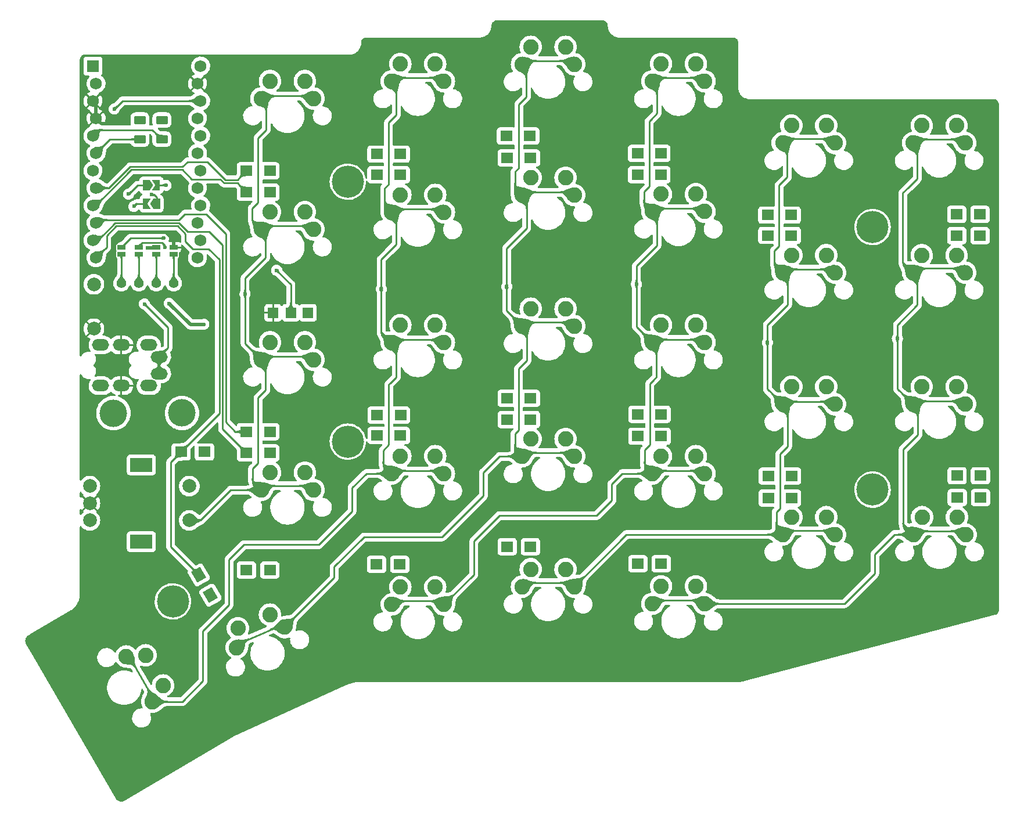
<source format=gtl>
G04 #@! TF.GenerationSoftware,KiCad,Pcbnew,(6.0.1)*
G04 #@! TF.CreationDate,2022-07-29T00:13:48+02:00*
G04 #@! TF.ProjectId,SofleKeyboard,536f666c-654b-4657-9962-6f6172642e6b,rev?*
G04 #@! TF.SameCoordinates,Original*
G04 #@! TF.FileFunction,Copper,L1,Top*
G04 #@! TF.FilePolarity,Positive*
%FSLAX46Y46*%
G04 Gerber Fmt 4.6, Leading zero omitted, Abs format (unit mm)*
G04 Created by KiCad (PCBNEW (6.0.1)) date 2022-07-29 00:13:48*
%MOMM*%
%LPD*%
G01*
G04 APERTURE LIST*
G04 Aperture macros list*
%AMRoundRect*
0 Rectangle with rounded corners*
0 $1 Rounding radius*
0 $2 $3 $4 $5 $6 $7 $8 $9 X,Y pos of 4 corners*
0 Add a 4 corners polygon primitive as box body*
4,1,4,$2,$3,$4,$5,$6,$7,$8,$9,$2,$3,0*
0 Add four circle primitives for the rounded corners*
1,1,$1+$1,$2,$3*
1,1,$1+$1,$4,$5*
1,1,$1+$1,$6,$7*
1,1,$1+$1,$8,$9*
0 Add four rect primitives between the rounded corners*
20,1,$1+$1,$2,$3,$4,$5,0*
20,1,$1+$1,$4,$5,$6,$7,0*
20,1,$1+$1,$6,$7,$8,$9,0*
20,1,$1+$1,$8,$9,$2,$3,0*%
%AMRotRect*
0 Rectangle, with rotation*
0 The origin of the aperture is its center*
0 $1 length*
0 $2 width*
0 $3 Rotation angle, in degrees counterclockwise*
0 Add horizontal line*
21,1,$1,$2,0,0,$3*%
%AMFreePoly0*
4,1,6,1.000000,0.000000,0.500000,-0.750000,-0.500000,-0.750000,-0.500000,0.750000,0.500000,0.750000,1.000000,0.000000,1.000000,0.000000,$1*%
%AMFreePoly1*
4,1,6,0.500000,-0.750000,-0.650000,-0.750000,-0.150000,0.000000,-0.650000,0.750000,0.500000,0.750000,0.500000,-0.750000,0.500000,-0.750000,$1*%
G04 Aperture macros list end*
G04 #@! TA.AperFunction,ComponentPad*
%ADD10R,1.752600X1.752600*%
G04 #@! TD*
G04 #@! TA.AperFunction,ComponentPad*
%ADD11C,1.752600*%
G04 #@! TD*
G04 #@! TA.AperFunction,SMDPad,CuDef*
%ADD12R,1.143000X0.635000*%
G04 #@! TD*
G04 #@! TA.AperFunction,ComponentPad*
%ADD13R,1.800000X1.500000*%
G04 #@! TD*
G04 #@! TA.AperFunction,ComponentPad*
%ADD14RotRect,1.800000X1.500000X300.000000*%
G04 #@! TD*
G04 #@! TA.AperFunction,ComponentPad*
%ADD15C,2.250000*%
G04 #@! TD*
G04 #@! TA.AperFunction,ComponentPad*
%ADD16C,4.000000*%
G04 #@! TD*
G04 #@! TA.AperFunction,ComponentPad*
%ADD17R,1.524000X1.524000*%
G04 #@! TD*
G04 #@! TA.AperFunction,ComponentPad*
%ADD18C,1.397000*%
G04 #@! TD*
G04 #@! TA.AperFunction,ComponentPad*
%ADD19C,2.000000*%
G04 #@! TD*
G04 #@! TA.AperFunction,ComponentPad*
%ADD20R,3.200000X2.000000*%
G04 #@! TD*
G04 #@! TA.AperFunction,ComponentPad*
%ADD21O,2.500000X1.700000*%
G04 #@! TD*
G04 #@! TA.AperFunction,SMDPad,CuDef*
%ADD22FreePoly0,180.000000*%
G04 #@! TD*
G04 #@! TA.AperFunction,SMDPad,CuDef*
%ADD23FreePoly1,180.000000*%
G04 #@! TD*
G04 #@! TA.AperFunction,SMDPad,CuDef*
%ADD24FreePoly0,0.000000*%
G04 #@! TD*
G04 #@! TA.AperFunction,SMDPad,CuDef*
%ADD25FreePoly1,0.000000*%
G04 #@! TD*
G04 #@! TA.AperFunction,ComponentPad*
%ADD26C,4.700000*%
G04 #@! TD*
G04 #@! TA.AperFunction,SMDPad,CuDef*
%ADD27RoundRect,0.250000X-0.625000X0.375000X-0.625000X-0.375000X0.625000X-0.375000X0.625000X0.375000X0*%
G04 #@! TD*
G04 #@! TA.AperFunction,ComponentPad*
%ADD28RoundRect,0.250000X-0.625000X0.375000X-0.625000X-0.375000X0.625000X-0.375000X0.625000X0.375000X0*%
G04 #@! TD*
G04 #@! TA.AperFunction,ViaPad*
%ADD29C,0.600000*%
G04 #@! TD*
G04 #@! TA.AperFunction,Conductor*
%ADD30C,0.250000*%
G04 #@! TD*
G04 #@! TA.AperFunction,Conductor*
%ADD31C,0.500000*%
G04 #@! TD*
G04 APERTURE END LIST*
D10*
X92151400Y-42740000D03*
D11*
X92608600Y-45280000D03*
X92151400Y-47820000D03*
X92608600Y-50360000D03*
X92151400Y-52900000D03*
X92608600Y-55440000D03*
X92151400Y-57980000D03*
X92608600Y-60520000D03*
X92151400Y-63060000D03*
X92608600Y-65600000D03*
X92151400Y-68140000D03*
X92608600Y-70680000D03*
X107391400Y-70680000D03*
X107848600Y-68140000D03*
X107391400Y-65600000D03*
X107848600Y-63060000D03*
X107391400Y-60520000D03*
X107848600Y-57980000D03*
X107391400Y-55440000D03*
X107848600Y-52900000D03*
X107391400Y-50360000D03*
X107848600Y-47820000D03*
X107391400Y-45280000D03*
X107848600Y-42740000D03*
D12*
X103900000Y-70200380D03*
X103900000Y-69199620D03*
X101363200Y-70200380D03*
X101363200Y-69199620D03*
X98800000Y-70200380D03*
X98800000Y-69199620D03*
D13*
X114530400Y-58013600D03*
X117930400Y-58013600D03*
X133556800Y-55575200D03*
X136956800Y-55575200D03*
X152427200Y-52933600D03*
X155827200Y-52933600D03*
X171528000Y-55472400D03*
X174928000Y-55472400D03*
X190527200Y-64465200D03*
X193927200Y-64465200D03*
X221460800Y-64362400D03*
X218060800Y-64362400D03*
X114530400Y-61113600D03*
X117930400Y-61113600D03*
X133556800Y-58572400D03*
X136956800Y-58572400D03*
X152527200Y-56133600D03*
X155927200Y-56133600D03*
X171528000Y-58572400D03*
X174928000Y-58572400D03*
X190535200Y-67432400D03*
X193935200Y-67432400D03*
X221460800Y-67462400D03*
X218060800Y-67462400D03*
X114530400Y-96061600D03*
X117930400Y-96061600D03*
X133580400Y-93624400D03*
X136980400Y-93624400D03*
X152528800Y-91186000D03*
X155928800Y-91186000D03*
X171578800Y-93523200D03*
X174978800Y-93523200D03*
X190578000Y-102528000D03*
X193978000Y-102528000D03*
X221511600Y-102481600D03*
X218111600Y-102481600D03*
X114530400Y-99161600D03*
X117930400Y-99161600D03*
X133562000Y-96612000D03*
X136962000Y-96612000D03*
X152528800Y-94286000D03*
X155928800Y-94286000D03*
X171578800Y-96723200D03*
X174978800Y-96723200D03*
X190578000Y-105728000D03*
X193978000Y-105728000D03*
X221538800Y-105664000D03*
X218138800Y-105664000D03*
X105000000Y-99010000D03*
X108400000Y-99010000D03*
D14*
X107570800Y-116943514D03*
X109270800Y-119888000D03*
D13*
X114530400Y-116230400D03*
X117930400Y-116230400D03*
X133478800Y-115417600D03*
X136878800Y-115417600D03*
X152528800Y-112826800D03*
X155928800Y-112826800D03*
D15*
X116690000Y-47460000D03*
X123040000Y-44920000D03*
X116690000Y-66560000D03*
X123040000Y-64020000D03*
X116690000Y-85560000D03*
X123040000Y-83020000D03*
X116690000Y-104560000D03*
X123040000Y-102020000D03*
X96994705Y-128840443D03*
X102369409Y-133069705D03*
X113100419Y-127550603D03*
X117953168Y-122731378D03*
X135690000Y-121260000D03*
X142040000Y-118720000D03*
X154690000Y-118660000D03*
X161040000Y-116120000D03*
D16*
X95130000Y-93352000D03*
D12*
X96300000Y-70200380D03*
X96300000Y-69199620D03*
D17*
X123500000Y-78710000D03*
X121000000Y-78710000D03*
X118400000Y-78710000D03*
D18*
X96300000Y-74410000D03*
X98840000Y-74410000D03*
X101380000Y-74410000D03*
X103920000Y-74410000D03*
D13*
X171578800Y-115316000D03*
X174978800Y-115316000D03*
D16*
X105130000Y-93336000D03*
D15*
X135690000Y-83060000D03*
X142040000Y-80520000D03*
X135690000Y-102160000D03*
X142040000Y-99620000D03*
X135690000Y-64060000D03*
X142040000Y-61520000D03*
X135690000Y-44960000D03*
X142040000Y-42420000D03*
X154690000Y-80660000D03*
X161040000Y-78120000D03*
X154690000Y-42470000D03*
X161040000Y-39930000D03*
X154690000Y-61560000D03*
X161040000Y-59020000D03*
X154690000Y-99660000D03*
X161040000Y-97120000D03*
X173690000Y-102160000D03*
X180040000Y-99620000D03*
X173690000Y-63960000D03*
X180040000Y-61420000D03*
X173690000Y-121160000D03*
X180040000Y-118620000D03*
X173690000Y-83060000D03*
X180040000Y-80520000D03*
X173690000Y-44960000D03*
X180040000Y-42420000D03*
X192690000Y-53960000D03*
X199040000Y-51420000D03*
X192690000Y-111060000D03*
X199040000Y-108520000D03*
X211690000Y-92060000D03*
X218040000Y-89520000D03*
X211740000Y-111060000D03*
X218090000Y-108520000D03*
X211690000Y-53960000D03*
X218040000Y-51420000D03*
X211690000Y-72860000D03*
X218040000Y-70320000D03*
X192690000Y-92060000D03*
X199040000Y-89520000D03*
X192690000Y-72860000D03*
X199040000Y-70320000D03*
D19*
X91700000Y-104000000D03*
X91700000Y-109000000D03*
X91700000Y-106500000D03*
D20*
X99200000Y-112100000D03*
X99200000Y-100900000D03*
D19*
X106200000Y-109000000D03*
X106200000Y-104000000D03*
D21*
X100280000Y-89352000D03*
X100280000Y-83402000D03*
X96280000Y-89352000D03*
X96280000Y-83402000D03*
X93280000Y-89352000D03*
X93280000Y-83402000D03*
X101780000Y-87602000D03*
X101780000Y-85152000D03*
D22*
X101425000Y-62810000D03*
D23*
X99975000Y-62810000D03*
D24*
X99950000Y-60110000D03*
D25*
X101400000Y-60110000D03*
D19*
X92280000Y-81052000D03*
X92280000Y-74552000D03*
D26*
X205800000Y-66210000D03*
X103800000Y-120810000D03*
X205800000Y-104510000D03*
X129300000Y-59600000D03*
X129300000Y-97510000D03*
D27*
X102200000Y-50610000D03*
D28*
X102200000Y-50610000D03*
D27*
X102200000Y-53410000D03*
D28*
X102200000Y-53410000D03*
X99000000Y-50610000D03*
D27*
X99000000Y-50610000D03*
X99000000Y-53410000D03*
D28*
X99000000Y-53410000D03*
D15*
X219310000Y-53960000D03*
X212960000Y-51420000D03*
X162310000Y-118660000D03*
X155960000Y-116120000D03*
X162310000Y-99660000D03*
X155960000Y-97120000D03*
X181310000Y-63960000D03*
X174960000Y-61420000D03*
X181310000Y-44960000D03*
X174960000Y-42420000D03*
X143310000Y-121260000D03*
X136960000Y-118720000D03*
X143310000Y-102160000D03*
X136960000Y-99620000D03*
X200310000Y-111060000D03*
X193960000Y-108520000D03*
X162310000Y-42470000D03*
X155960000Y-39930000D03*
X200310000Y-72860000D03*
X193960000Y-70320000D03*
X200310000Y-53960000D03*
X193960000Y-51420000D03*
X181310000Y-102160000D03*
X174960000Y-99620000D03*
X219360000Y-111060000D03*
X213010000Y-108520000D03*
X120114666Y-124573232D03*
X113277004Y-124716292D03*
X143310000Y-64060000D03*
X136960000Y-61520000D03*
X143310000Y-44960000D03*
X136960000Y-42420000D03*
X219310000Y-72860000D03*
X212960000Y-70320000D03*
X100804705Y-135439557D03*
X99829409Y-128670295D03*
X162310000Y-61560000D03*
X155960000Y-59020000D03*
X181310000Y-121160000D03*
X174960000Y-118620000D03*
X219310000Y-92060000D03*
X212960000Y-89520000D03*
X124310000Y-47460000D03*
X117960000Y-44920000D03*
X124310000Y-85560000D03*
X117960000Y-83020000D03*
X143310000Y-83060000D03*
X136960000Y-80520000D03*
X181310000Y-83060000D03*
X174960000Y-80520000D03*
X124310000Y-66560000D03*
X117960000Y-64020000D03*
X162310000Y-80660000D03*
X155960000Y-78120000D03*
X124310000Y-104560000D03*
X117960000Y-102020000D03*
X200310000Y-92060000D03*
X193960000Y-89520000D03*
D29*
X100071250Y-69219750D03*
X108305600Y-80391000D03*
X103278891Y-77340509D03*
X113512600Y-66446400D03*
X103403400Y-55778400D03*
X99161600Y-55778400D03*
X95961200Y-62839600D03*
X96316800Y-67843400D03*
X209414800Y-82465600D03*
X190465786Y-83085928D03*
X171365600Y-74537200D03*
X152468000Y-74892800D03*
X134180000Y-75248400D03*
X102463600Y-67843400D03*
X102793800Y-60121800D03*
X118922800Y-72517000D03*
X102616000Y-69189600D03*
X100660200Y-61468000D03*
X95250000Y-48996600D03*
X114317200Y-75954200D03*
X98120200Y-63195200D03*
X99655000Y-77427000D03*
X97323501Y-61406499D03*
D30*
X92608600Y-70680000D02*
X94145459Y-69143141D01*
X106697200Y-69406400D02*
X109034000Y-69406400D01*
X103479600Y-100530400D02*
X105000000Y-99010000D01*
X104530322Y-66075440D02*
X105640400Y-67185518D01*
X95570878Y-66075440D02*
X104530322Y-66075440D01*
X94145459Y-69143141D02*
X94145459Y-67500859D01*
X105640400Y-67185518D02*
X105640400Y-68349600D01*
X107570800Y-116943514D02*
X103479600Y-112852314D01*
X109034000Y-69406400D02*
X110600000Y-70972400D01*
X110600000Y-70972400D02*
X110600000Y-93410000D01*
X94145459Y-67500859D02*
X95570878Y-66075440D01*
X103479600Y-112852314D02*
X103479600Y-100530400D01*
X105640400Y-68349600D02*
X106697200Y-69406400D01*
X110600000Y-93410000D02*
X105000000Y-99010000D01*
X113201920Y-59342080D02*
X114530400Y-58013600D01*
X94475482Y-60520000D02*
X97583802Y-57411680D01*
X92608600Y-60520000D02*
X94475482Y-60520000D01*
X97583802Y-57411680D02*
X105224520Y-57411680D01*
X105943400Y-56692800D02*
X108813600Y-56692800D01*
X111462880Y-59342080D02*
X113201920Y-59342080D01*
X108813600Y-56692800D02*
X111462880Y-59342080D01*
X105224520Y-57411680D02*
X105943400Y-56692800D01*
X110717882Y-59232800D02*
X106578400Y-59232800D01*
X111276682Y-59791600D02*
X110717882Y-59232800D01*
X97770000Y-57861200D02*
X92571200Y-63060000D01*
X113208400Y-59791600D02*
X111276682Y-59791600D01*
X114530400Y-61113600D02*
X113208400Y-59791600D01*
X106578400Y-59232800D02*
X105206800Y-57861200D01*
X92571200Y-63060000D02*
X92151400Y-63060000D01*
X105206800Y-57861200D02*
X97770000Y-57861200D01*
X105548800Y-64326400D02*
X104698800Y-65176400D01*
X111499040Y-94647360D02*
X111499040Y-67197840D01*
X114530400Y-96061600D02*
X112913280Y-96061600D01*
X111499040Y-67197840D02*
X108627600Y-64326400D01*
X104698800Y-65176400D02*
X93032200Y-65176400D01*
X93032200Y-65176400D02*
X92608600Y-65600000D01*
X112913280Y-96061600D02*
X111499040Y-94647360D01*
X108627600Y-64326400D02*
X105548800Y-64326400D01*
X111049520Y-68831120D02*
X111049520Y-95680720D01*
X109084800Y-66866400D02*
X111049520Y-68831120D01*
X111049520Y-95680720D02*
X114530400Y-99161600D01*
X104716520Y-65625920D02*
X105957000Y-66866400D01*
X92151400Y-68140000D02*
X92870600Y-68140000D01*
X92870600Y-68140000D02*
X95384680Y-65625920D01*
X95384680Y-65625920D02*
X104716520Y-65625920D01*
X105957000Y-66866400D02*
X109084800Y-66866400D01*
D31*
X101338320Y-69224500D02*
X101363200Y-69199620D01*
X100076000Y-69224500D02*
X101338320Y-69224500D01*
X106329382Y-80391000D02*
X108305600Y-80391000D01*
X106329382Y-80391000D02*
X103278891Y-77340509D01*
X92608600Y-50368400D02*
X93014800Y-50774600D01*
X103900000Y-68060600D02*
X103900000Y-69199620D01*
X93014800Y-50774600D02*
X93395800Y-51155600D01*
X96316800Y-67843400D02*
X97180400Y-66979800D01*
X92608600Y-48277200D02*
X92151400Y-47820000D01*
X92608600Y-50360000D02*
X92608600Y-48277200D01*
X97180400Y-66979800D02*
X102819200Y-66979800D01*
X102819200Y-66979800D02*
X103900000Y-68060600D01*
X92608600Y-50360000D02*
X92608600Y-50368400D01*
X93395800Y-51155600D02*
X94386400Y-51155600D01*
D30*
X206112800Y-113958000D02*
X206112800Y-116752000D01*
X211690000Y-53960000D02*
X211754800Y-53960000D01*
X211754000Y-111060000D02*
X212259600Y-110554400D01*
X218854400Y-110554400D02*
X219360000Y-111060000D01*
X212158000Y-91606000D02*
X218856000Y-91606000D01*
X212259600Y-72251200D02*
X218701200Y-72251200D01*
X211690000Y-72860000D02*
X210210400Y-71380400D01*
X206112800Y-116752000D02*
X201704800Y-121160000D01*
X211704000Y-92060000D02*
X212158000Y-91606000D01*
X212259600Y-110554400D02*
X218854400Y-110554400D01*
X212310400Y-59144800D02*
X212310400Y-54580400D01*
X211690000Y-92060000D02*
X209414800Y-89784800D01*
X210210400Y-71380400D02*
X210210400Y-61244800D01*
X212412000Y-96482800D02*
X212412000Y-92782000D01*
X218856000Y-91606000D02*
X219310000Y-92060000D01*
X173690000Y-121160000D02*
X173764800Y-121160000D01*
X211740000Y-111060000D02*
X209010800Y-111060000D01*
X174261200Y-120663600D02*
X180813600Y-120663600D01*
X173764800Y-121160000D02*
X174261200Y-120663600D01*
X212310400Y-53404400D02*
X218754400Y-53404400D01*
X210251200Y-109571200D02*
X210251200Y-98643600D01*
X212310400Y-54580400D02*
X211690000Y-53960000D01*
X201704800Y-121160000D02*
X181310000Y-121160000D01*
X218701200Y-72251200D02*
X219310000Y-72860000D01*
X212310400Y-77585200D02*
X212310400Y-73480400D01*
X211038600Y-60416600D02*
X212310400Y-59144800D01*
X210210400Y-61244800D02*
X211038600Y-60416600D01*
X211690000Y-72820800D02*
X212259600Y-72251200D01*
X212310400Y-73480400D02*
X211690000Y-72860000D01*
X211690000Y-92060000D02*
X211704000Y-92060000D01*
X209010800Y-111060000D02*
X206112800Y-113958000D01*
X211754800Y-53960000D02*
X212310400Y-53404400D01*
X218754400Y-53404400D02*
X219310000Y-53960000D01*
X209414800Y-89784800D02*
X209414800Y-82868400D01*
X180813600Y-120663600D02*
X181310000Y-121160000D01*
X211740000Y-111060000D02*
X210251200Y-109571200D01*
X210251200Y-98643600D02*
X212412000Y-96482800D01*
X209414800Y-80480800D02*
X212310400Y-77585200D01*
X211740000Y-111060000D02*
X211754000Y-111060000D01*
X209414800Y-82868400D02*
X209414800Y-82465600D01*
X212412000Y-92782000D02*
X211690000Y-92060000D01*
X209414800Y-82465600D02*
X209414800Y-80480800D01*
X211690000Y-72860000D02*
X211690000Y-72820800D01*
X192690000Y-92060000D02*
X193093200Y-91656800D01*
X192278000Y-99344800D02*
X193412800Y-98210000D01*
X190466400Y-80480800D02*
X193412800Y-77534400D01*
X192690000Y-111060000D02*
X192704000Y-111060000D01*
X191465200Y-71635200D02*
X192690000Y-72860000D01*
X193362000Y-58941600D02*
X192176400Y-60127200D01*
X192690000Y-53960000D02*
X192690000Y-53924000D01*
X199802800Y-72352800D02*
X200310000Y-72860000D01*
X193260400Y-53353600D02*
X199703600Y-53353600D01*
X199703600Y-53353600D02*
X200310000Y-53960000D01*
X193362000Y-54632000D02*
X193362000Y-58941600D01*
X169910000Y-111060000D02*
X192690000Y-111060000D01*
X193093200Y-91656800D02*
X199906800Y-91656800D01*
X192176400Y-60127200D02*
X192176400Y-68986400D01*
X192704000Y-111060000D02*
X193260400Y-110503600D01*
X154690000Y-118594000D02*
X155211200Y-118072800D01*
X199906800Y-91656800D02*
X200310000Y-92060000D01*
X155211200Y-118072800D02*
X161722800Y-118072800D01*
X192690000Y-92060000D02*
X190466400Y-89836400D01*
X192690000Y-53924000D02*
X193260400Y-53353600D01*
X192176400Y-68986400D02*
X191465200Y-69697600D01*
X162310000Y-118660000D02*
X169910000Y-111060000D01*
X193412800Y-77534400D02*
X193412800Y-73582800D01*
X161722800Y-118072800D02*
X162310000Y-118660000D01*
X154690000Y-118660000D02*
X154690000Y-118594000D01*
X193412800Y-73582800D02*
X192690000Y-72860000D01*
X193412800Y-92782800D02*
X192690000Y-92060000D01*
X193260400Y-110503600D02*
X199753600Y-110503600D01*
X192690000Y-111060000D02*
X191770000Y-110140000D01*
X192278000Y-107238800D02*
X192278000Y-99344800D01*
X192690000Y-72821600D02*
X193158800Y-72352800D01*
X191465200Y-69697600D02*
X191465200Y-71635200D01*
X190466400Y-89836400D02*
X190466400Y-83071600D01*
X190466400Y-83071600D02*
X190466400Y-80480800D01*
X192690000Y-72860000D02*
X192690000Y-72821600D01*
X199753600Y-110503600D02*
X200310000Y-111060000D01*
X191770000Y-107746800D02*
X192278000Y-107238800D01*
X193158800Y-72352800D02*
X199802800Y-72352800D01*
X192690000Y-53960000D02*
X193362000Y-54632000D01*
X193412800Y-98210000D02*
X193412800Y-92782800D01*
X191770000Y-110140000D02*
X191770000Y-107746800D01*
X174210400Y-44412800D02*
X180762800Y-44412800D01*
X174312000Y-88050000D02*
X174312000Y-83682000D01*
X172567600Y-101037600D02*
X172567600Y-98755200D01*
X174135600Y-82614400D02*
X180864400Y-82614400D01*
X174312000Y-83682000D02*
X173690000Y-83060000D01*
X172466000Y-62736000D02*
X172466000Y-61061600D01*
X173690000Y-63960000D02*
X172466000Y-62736000D01*
X173329600Y-97993200D02*
X173329600Y-89032400D01*
X167792400Y-103682800D02*
X169315200Y-102160000D01*
X151384000Y-108305600D02*
X165557200Y-108305600D01*
X174362800Y-68898400D02*
X174362800Y-64632800D01*
X173690000Y-63960000D02*
X173764000Y-63960000D01*
X136161200Y-120765200D02*
X142815200Y-120765200D01*
X173228000Y-60299600D02*
X173228000Y-50780000D01*
X165557200Y-108305600D02*
X167792400Y-106070400D01*
X171365600Y-80735600D02*
X171365600Y-74537200D01*
X173690000Y-102160000D02*
X174084000Y-101766000D01*
X135690000Y-121260000D02*
X135690000Y-121236400D01*
X174362800Y-45632800D02*
X173690000Y-44960000D01*
X173983200Y-82766800D02*
X174108800Y-82766800D01*
X173329600Y-89032400D02*
X173827600Y-88534400D01*
X173472000Y-50536000D02*
X174362800Y-49645200D01*
X173690000Y-83060000D02*
X174135600Y-82614400D01*
X173690000Y-83060000D02*
X173983200Y-82766800D01*
X143310000Y-121260000D02*
X147675600Y-116894400D01*
X174084000Y-101766000D02*
X180916000Y-101766000D01*
X147675600Y-116894400D02*
X147675600Y-112014000D01*
X173764000Y-63960000D02*
X174210400Y-63513600D01*
X180762800Y-44412800D02*
X181310000Y-44960000D01*
X173827600Y-88534400D02*
X174312000Y-88050000D01*
X180863600Y-63513600D02*
X181310000Y-63960000D01*
X173690000Y-83060000D02*
X171365600Y-80735600D01*
X142815200Y-120765200D02*
X143310000Y-121260000D01*
X173228000Y-50780000D02*
X173472000Y-50536000D01*
X174362800Y-64632800D02*
X173690000Y-63960000D01*
X135690000Y-121236400D02*
X136161200Y-120765200D01*
X172567600Y-98755200D02*
X173329600Y-97993200D01*
X173690000Y-102160000D02*
X172567600Y-101037600D01*
X174362800Y-49645200D02*
X174362800Y-45632800D01*
X167792400Y-106070400D02*
X167792400Y-103682800D01*
X174210400Y-63513600D02*
X180863600Y-63513600D01*
X147675600Y-112014000D02*
X151384000Y-108305600D01*
X172466000Y-61061600D02*
X173228000Y-60299600D01*
X169315200Y-102160000D02*
X173690000Y-102160000D01*
X180864400Y-82614400D02*
X181310000Y-83060000D01*
X171365600Y-74537200D02*
X171365600Y-71895600D01*
X180916000Y-101766000D02*
X181310000Y-102160000D01*
X171365600Y-71895600D02*
X174362800Y-68898400D01*
X173690000Y-44933200D02*
X174210400Y-44412800D01*
X173690000Y-44960000D02*
X173690000Y-44933200D01*
X153670000Y-98640000D02*
X153670000Y-96367600D01*
X155312800Y-47257600D02*
X155312800Y-43092800D01*
X154726400Y-61560000D02*
X155160400Y-61126000D01*
X154752200Y-86324600D02*
X155414400Y-85662400D01*
X127304800Y-115773200D02*
X131660000Y-111418000D01*
X161876000Y-61126000D02*
X162310000Y-61560000D01*
X153670000Y-96367600D02*
X154178000Y-95859600D01*
X155160400Y-61126000D02*
X161876000Y-61126000D01*
X151424400Y-99660000D02*
X154690000Y-99660000D01*
X155211200Y-41974400D02*
X161814400Y-41974400D01*
X154447400Y-48123000D02*
X155312800Y-47257600D01*
X127304800Y-117383098D02*
X127304800Y-115773200D01*
X161814400Y-41974400D02*
X162310000Y-42470000D01*
X120114666Y-124573232D02*
X127304800Y-117383098D01*
X152468000Y-78438000D02*
X152468000Y-74912800D01*
X118990800Y-124524400D02*
X120114666Y-124573232D01*
X149064400Y-105392800D02*
X149064400Y-102020000D01*
X153670000Y-60540000D02*
X153670000Y-58166000D01*
X155414400Y-85662400D02*
X155414400Y-81384400D01*
X155363600Y-62233600D02*
X154690000Y-61560000D01*
X154690000Y-42470000D02*
X154715600Y-42470000D01*
X155262000Y-99124400D02*
X161774400Y-99124400D01*
X113100419Y-127550603D02*
X113352000Y-126962800D01*
X155262000Y-80125200D02*
X161775200Y-80125200D01*
X155414400Y-81384400D02*
X154690000Y-80660000D01*
X113352000Y-126962800D02*
X118990800Y-124524400D01*
X153670000Y-58166000D02*
X154228800Y-57607200D01*
X154727200Y-80660000D02*
X155262000Y-80125200D01*
X149064400Y-102020000D02*
X151424400Y-99660000D01*
X152468000Y-74892800D02*
X152468000Y-69304800D01*
X152468000Y-74912800D02*
X152468000Y-74892800D01*
X161775200Y-80125200D02*
X162310000Y-80660000D01*
X155312800Y-43092800D02*
X154690000Y-42470000D01*
X143039200Y-111418000D02*
X149064400Y-105392800D01*
X155363600Y-66409200D02*
X155363600Y-62233600D01*
X154178000Y-95859600D02*
X154178000Y-86898800D01*
X154690000Y-61560000D02*
X153670000Y-60540000D01*
X161774400Y-99124400D02*
X162310000Y-99660000D01*
X154690000Y-99660000D02*
X154726400Y-99660000D01*
X154715600Y-42470000D02*
X155211200Y-41974400D01*
X154726400Y-99660000D02*
X155262000Y-99124400D01*
X154178000Y-86898800D02*
X154752200Y-86324600D01*
X154690000Y-61560000D02*
X154726400Y-61560000D01*
X152468000Y-69304800D02*
X155363600Y-66409200D01*
X154228800Y-48341600D02*
X154447400Y-48123000D01*
X154228800Y-57607200D02*
X154228800Y-48341600D01*
X154690000Y-80660000D02*
X152468000Y-78438000D01*
X154690000Y-80660000D02*
X154727200Y-80660000D01*
X131660000Y-111418000D02*
X143039200Y-111418000D01*
X154690000Y-99660000D02*
X153670000Y-98640000D01*
X136084800Y-82665200D02*
X142915200Y-82665200D01*
X142915200Y-82665200D02*
X143310000Y-83060000D01*
X100804705Y-135439557D02*
X100855200Y-134836800D01*
X129912800Y-107678800D02*
X129912800Y-104255200D01*
X134180000Y-75248400D02*
X134180000Y-70930400D01*
X136364400Y-49848400D02*
X136364400Y-45634400D01*
X134180000Y-70930400D02*
X136364400Y-68746000D01*
X134467600Y-100937600D02*
X134467600Y-98806000D01*
X129912800Y-104255200D02*
X132008000Y-102160000D01*
X136364400Y-88100800D02*
X136364400Y-83734400D01*
X97858000Y-129553600D02*
X96994705Y-128840443D01*
X100855200Y-134836800D02*
X97858000Y-129553600D01*
X108170400Y-132449200D02*
X108170400Y-125154000D01*
X132008000Y-102160000D02*
X135690000Y-102160000D01*
X100804705Y-135439557D02*
X105180043Y-135439557D01*
X136110400Y-63615200D02*
X142865200Y-63615200D01*
X111963200Y-121361200D02*
X111963200Y-114733600D01*
X125056000Y-112535600D02*
X129912800Y-107678800D01*
X135690000Y-102160000D02*
X135716400Y-102160000D01*
X135690000Y-64060000D02*
X134670800Y-63040800D01*
X136364400Y-64734400D02*
X135690000Y-64060000D01*
X135690000Y-102160000D02*
X134467600Y-100937600D01*
X105180043Y-135439557D02*
X108170400Y-132449200D01*
X142916000Y-101766000D02*
X143310000Y-102160000D01*
X134180000Y-81550000D02*
X134180000Y-75248400D01*
X111963200Y-114733600D02*
X114161200Y-112535600D01*
X136110400Y-101766000D02*
X142916000Y-101766000D01*
X135524400Y-88940800D02*
X136364400Y-88100800D01*
X142865200Y-63615200D02*
X143310000Y-64060000D01*
X135727600Y-50485200D02*
X136364400Y-49848400D01*
X108170400Y-125154000D02*
X111963200Y-121361200D01*
X134670800Y-60553600D02*
X135229600Y-59994800D01*
X135716400Y-102160000D02*
X136110400Y-101766000D01*
X135280400Y-97993200D02*
X135280400Y-89184800D01*
X135690000Y-44934800D02*
X136212000Y-44412800D01*
X135229600Y-50983200D02*
X135727600Y-50485200D01*
X135280400Y-89184800D02*
X135524400Y-88940800D01*
X135690000Y-64035600D02*
X136110400Y-63615200D01*
X135229600Y-59994800D02*
X135229600Y-50983200D01*
X114161200Y-112535600D02*
X125056000Y-112535600D01*
X136212000Y-44412800D02*
X142762800Y-44412800D01*
X136364400Y-45634400D02*
X135690000Y-44960000D01*
X136364400Y-68746000D02*
X136364400Y-64734400D01*
X135690000Y-83060000D02*
X136084800Y-82665200D01*
X135690000Y-64060000D02*
X135690000Y-64035600D01*
X135690000Y-44960000D02*
X135690000Y-44934800D01*
X135690000Y-83060000D02*
X134180000Y-81550000D01*
X142762800Y-44412800D02*
X143310000Y-44960000D01*
X134467600Y-98806000D02*
X135280400Y-97993200D01*
X134670800Y-63040800D02*
X134670800Y-60553600D01*
X136364400Y-83734400D02*
X135690000Y-83060000D01*
X92151400Y-52900000D02*
X93018600Y-52032800D01*
X100822800Y-52032800D02*
X102200000Y-53410000D01*
X101400000Y-60110000D02*
X102782000Y-60110000D01*
X96300000Y-69199620D02*
X97656220Y-67843400D01*
X97656220Y-67843400D02*
X102463600Y-67843400D01*
X93018600Y-52032800D02*
X100822800Y-52032800D01*
X102782000Y-60110000D02*
X102793800Y-60121800D01*
X121000000Y-74594200D02*
X121000000Y-78710000D01*
X118922800Y-72517000D02*
X121000000Y-74594200D01*
X102616000Y-69189600D02*
X102616000Y-68933398D01*
X101015800Y-61468000D02*
X101425000Y-61877200D01*
X94638600Y-53410000D02*
X99000000Y-53410000D01*
X102616000Y-68933398D02*
X102182602Y-68500000D01*
X98800000Y-69199620D02*
X98800000Y-69039200D01*
X101425000Y-61877200D02*
X101425000Y-62810000D01*
X92608600Y-55440000D02*
X94638600Y-53410000D01*
X98800000Y-69039200D02*
X99339200Y-68500000D01*
X99339200Y-68500000D02*
X102182602Y-68500000D01*
X100660200Y-61468000D02*
X101015800Y-61468000D01*
X95250000Y-48996600D02*
X96426600Y-47820000D01*
X96426600Y-47820000D02*
X97976000Y-47820000D01*
X97976000Y-47820000D02*
X107848600Y-47820000D01*
X96300000Y-70200380D02*
X96300000Y-74410000D01*
X98840000Y-70240380D02*
X98800000Y-70200380D01*
X98840000Y-74410000D02*
X98840000Y-70240380D01*
X101380000Y-74410000D02*
X101380000Y-70217180D01*
X101380000Y-70217180D02*
X101363200Y-70200380D01*
X103900000Y-70200380D02*
X103900000Y-74390000D01*
X103900000Y-74390000D02*
X103920000Y-74410000D01*
X106200000Y-109000000D02*
X107809200Y-109000000D01*
X114317200Y-75959600D02*
X114317200Y-75954200D01*
X116230400Y-53218400D02*
X117416000Y-52032800D01*
X116230400Y-100634800D02*
X116230400Y-91115200D01*
X116690000Y-66560000D02*
X116706400Y-66560000D01*
X116230400Y-62636400D02*
X116230400Y-53218400D01*
X117044800Y-47105200D02*
X116690000Y-47460000D01*
X112249200Y-104560000D02*
X111810000Y-104999200D01*
X116690000Y-85560000D02*
X117146400Y-85103600D01*
X115417600Y-103287600D02*
X115417600Y-101447600D01*
X114317200Y-75553200D02*
X114317200Y-73673600D01*
X117212800Y-66053600D02*
X123803600Y-66053600D01*
X117146400Y-85103600D02*
X123853600Y-85103600D01*
X123700400Y-103950400D02*
X124310000Y-104560000D01*
X114317200Y-73673600D02*
X117314400Y-70676400D01*
X123803600Y-66053600D02*
X124310000Y-66560000D01*
X117314400Y-67184400D02*
X116690000Y-66560000D01*
X117314400Y-86184400D02*
X116690000Y-85560000D01*
X117416000Y-52032800D02*
X117416000Y-48186000D01*
X117314400Y-90031200D02*
X117314400Y-86184400D01*
X116706400Y-66560000D02*
X117212800Y-66053600D01*
X116690000Y-104560000D02*
X115417600Y-103287600D01*
X123955200Y-47105200D02*
X117044800Y-47105200D01*
X116690000Y-104560000D02*
X112249200Y-104560000D01*
X117314400Y-70676400D02*
X117314400Y-67184400D01*
X116755600Y-104560000D02*
X117365200Y-103950400D01*
X116690000Y-85560000D02*
X114317200Y-83187200D01*
X123853600Y-85103600D02*
X124310000Y-85560000D01*
X115366800Y-65236800D02*
X115366800Y-63500000D01*
X116690000Y-66560000D02*
X115366800Y-65236800D01*
X117365200Y-103950400D02*
X123700400Y-103950400D01*
X117416000Y-48186000D02*
X116690000Y-47460000D01*
X116230400Y-91115200D02*
X117314400Y-90031200D01*
X107809200Y-109000000D02*
X111810000Y-104999200D01*
X124310000Y-47460000D02*
X123955200Y-47105200D01*
X114317200Y-75954200D02*
X114317200Y-75553200D01*
X115417600Y-101447600D02*
X116230400Y-100634800D01*
X116690000Y-104560000D02*
X116755600Y-104560000D01*
X115366800Y-63500000D02*
X116230400Y-62636400D01*
X114317200Y-83187200D02*
X114317200Y-75959600D01*
X98120200Y-63195200D02*
X98505400Y-62810000D01*
X98505400Y-62810000D02*
X99975000Y-62810000D01*
X101780000Y-85152000D02*
X103090400Y-83841600D01*
X101780000Y-85152000D02*
X101780000Y-87602000D01*
X103090400Y-83841600D02*
X103090400Y-80862400D01*
X103090400Y-80862400D02*
X99655000Y-77427000D01*
X98665400Y-60110000D02*
X99950000Y-60110000D01*
X98665400Y-60110000D02*
X97368901Y-61406499D01*
X97368901Y-61406499D02*
X97323501Y-61406499D01*
G04 #@! TA.AperFunction,Conductor*
G36*
X211392958Y-53494633D02*
G01*
X211411087Y-53500565D01*
X212815000Y-53960000D01*
X212804371Y-54215926D01*
X212778487Y-54409641D01*
X212775591Y-54431315D01*
X212775402Y-54432362D01*
X212733101Y-54618214D01*
X212732880Y-54619043D01*
X212681435Y-54787011D01*
X212681315Y-54787377D01*
X212625200Y-54948403D01*
X212569019Y-55113159D01*
X212568990Y-55113258D01*
X212568987Y-55113269D01*
X212531641Y-55242893D01*
X212517393Y-55292348D01*
X212474878Y-55496859D01*
X212446028Y-55737580D01*
X212437348Y-55972650D01*
X212435816Y-56014132D01*
X212432086Y-56022273D01*
X212424124Y-56025400D01*
X212196329Y-56025400D01*
X212188056Y-56021973D01*
X212184656Y-56014497D01*
X212171254Y-55818168D01*
X212171254Y-55818166D01*
X212171220Y-55817672D01*
X212171102Y-55817188D01*
X212130374Y-55650664D01*
X212130372Y-55650659D01*
X212130225Y-55650057D01*
X212120367Y-55629829D01*
X212065022Y-55516262D01*
X212065020Y-55516259D01*
X212064732Y-55515668D01*
X211977056Y-55407620D01*
X211869515Y-55319027D01*
X211869150Y-55318805D01*
X211744636Y-55243133D01*
X211744628Y-55243128D01*
X211744423Y-55243004D01*
X211744202Y-55242893D01*
X211604180Y-55172704D01*
X211604141Y-55172685D01*
X211604099Y-55172664D01*
X211604065Y-55172648D01*
X211604038Y-55172635D01*
X211450919Y-55101150D01*
X211450754Y-55101071D01*
X211287272Y-55021616D01*
X211286751Y-55021346D01*
X211122294Y-54930957D01*
X211116694Y-54923969D01*
X211116424Y-54918579D01*
X211239972Y-54249790D01*
X211333279Y-53744704D01*
X211377814Y-53503628D01*
X211382686Y-53496115D01*
X211391444Y-53494248D01*
X211392958Y-53494633D01*
G37*
G04 #@! TD.AperFunction*
G04 #@! TA.AperFunction,Conductor*
G36*
X101915302Y-86111398D02*
G01*
X101944473Y-86274872D01*
X101978747Y-86376999D01*
X101978747Y-86377000D01*
X101989914Y-86410273D01*
X102049021Y-86525451D01*
X102119195Y-86628258D01*
X102197832Y-86726544D01*
X102197864Y-86726582D01*
X102282213Y-86828015D01*
X102282451Y-86828311D01*
X102369850Y-86940642D01*
X102370317Y-86941286D01*
X102438492Y-87042926D01*
X102458218Y-87072336D01*
X102458775Y-87073255D01*
X102540898Y-87223966D01*
X102541847Y-87232870D01*
X102539057Y-87237674D01*
X101788433Y-88018231D01*
X101780229Y-88021819D01*
X101771567Y-88018231D01*
X101020943Y-87237674D01*
X101017678Y-87229335D01*
X101019102Y-87223966D01*
X101101224Y-87073255D01*
X101101781Y-87072336D01*
X101121507Y-87042926D01*
X101189682Y-86941286D01*
X101190149Y-86940642D01*
X101277548Y-86828311D01*
X101277786Y-86828015D01*
X101362135Y-86726582D01*
X101362167Y-86726544D01*
X101440804Y-86628258D01*
X101510978Y-86525451D01*
X101570085Y-86410273D01*
X101573596Y-86399811D01*
X101580644Y-86378812D01*
X101580644Y-86378810D01*
X101615526Y-86274872D01*
X101644697Y-86111398D01*
X101655000Y-85912000D01*
X101905000Y-85912000D01*
X101915302Y-86111398D01*
G37*
G04 #@! TD.AperFunction*
G04 #@! TA.AperFunction,Conductor*
G36*
X102338808Y-67579145D02*
G01*
X102359087Y-67598646D01*
X102495474Y-67729803D01*
X102604831Y-67834967D01*
X102608419Y-67843171D01*
X102604831Y-67851833D01*
X102424976Y-68024791D01*
X102338808Y-68107655D01*
X102330469Y-68110920D01*
X102325433Y-68109670D01*
X102282988Y-68088280D01*
X102282742Y-68088153D01*
X102239238Y-68064925D01*
X102239192Y-68064900D01*
X102199992Y-68043744D01*
X102199984Y-68043740D01*
X102199962Y-68043728D01*
X102162960Y-68024791D01*
X102126178Y-68008288D01*
X102125983Y-68008218D01*
X102125976Y-68008215D01*
X102087801Y-67994481D01*
X102087793Y-67994478D01*
X102087558Y-67994394D01*
X102087319Y-67994331D01*
X102087314Y-67994330D01*
X102045300Y-67983349D01*
X102045292Y-67983347D01*
X102045046Y-67983283D01*
X102044787Y-67983239D01*
X102044785Y-67983239D01*
X101996806Y-67975168D01*
X101996586Y-67975131D01*
X101996364Y-67975111D01*
X101996362Y-67975111D01*
X101987674Y-67974339D01*
X101940122Y-67970111D01*
X101939939Y-67970106D01*
X101939934Y-67970106D01*
X101884999Y-67968693D01*
X101876817Y-67965055D01*
X101873600Y-67956997D01*
X101873600Y-67729803D01*
X101877027Y-67721530D01*
X101884999Y-67718107D01*
X101939934Y-67716693D01*
X101939939Y-67716693D01*
X101940122Y-67716688D01*
X101987674Y-67712460D01*
X101996362Y-67711688D01*
X101996364Y-67711688D01*
X101996586Y-67711668D01*
X101996806Y-67711631D01*
X102044785Y-67703560D01*
X102044787Y-67703560D01*
X102045046Y-67703516D01*
X102045292Y-67703452D01*
X102045300Y-67703450D01*
X102087314Y-67692469D01*
X102087319Y-67692468D01*
X102087558Y-67692405D01*
X102087793Y-67692321D01*
X102087801Y-67692318D01*
X102125976Y-67678584D01*
X102125983Y-67678581D01*
X102126178Y-67678511D01*
X102162960Y-67662008D01*
X102199962Y-67643071D01*
X102239238Y-67621874D01*
X102282742Y-67598646D01*
X102282988Y-67598519D01*
X102325433Y-67577130D01*
X102334363Y-67576467D01*
X102338808Y-67579145D01*
G37*
G04 #@! TD.AperFunction*
G04 #@! TA.AperFunction,Conductor*
G36*
X135367061Y-44513178D02*
G01*
X136814999Y-44960000D01*
X136805882Y-45210707D01*
X136794270Y-45310152D01*
X136781190Y-45422169D01*
X136781045Y-45423090D01*
X136744743Y-45605963D01*
X136744572Y-45606700D01*
X136700438Y-45772199D01*
X136700330Y-45772578D01*
X136652199Y-45931344D01*
X136604010Y-46093768D01*
X136559729Y-46270223D01*
X136523262Y-46471272D01*
X136498516Y-46707477D01*
X136498510Y-46707669D01*
X136498509Y-46707680D01*
X136489766Y-46978078D01*
X136486073Y-46986236D01*
X136478072Y-46989400D01*
X136250307Y-46989400D01*
X136242034Y-46985973D01*
X136238636Y-46978520D01*
X136225317Y-46788889D01*
X136225281Y-46788371D01*
X136184453Y-46626310D01*
X136119208Y-46496765D01*
X136118766Y-46496241D01*
X136032226Y-46393738D01*
X136032221Y-46393734D01*
X136031841Y-46393283D01*
X135924644Y-46309411D01*
X135855168Y-46270024D01*
X135800126Y-46238819D01*
X135800118Y-46238815D01*
X135799910Y-46238697D01*
X135799697Y-46238599D01*
X135799686Y-46238594D01*
X135660032Y-46174734D01*
X135660024Y-46174731D01*
X135659931Y-46174688D01*
X135591047Y-46145970D01*
X135507087Y-46110967D01*
X135506989Y-46110926D01*
X135343640Y-46041073D01*
X135343174Y-46040861D01*
X135179057Y-45962018D01*
X135173083Y-45955347D01*
X135172514Y-45950012D01*
X135194855Y-45772388D01*
X135238787Y-45423090D01*
X135260438Y-45250947D01*
X135260438Y-45250946D01*
X135350383Y-44535809D01*
X135352007Y-44522899D01*
X135356440Y-44515118D01*
X135365076Y-44512750D01*
X135367061Y-44513178D01*
G37*
G04 #@! TD.AperFunction*
G04 #@! TA.AperFunction,Conductor*
G36*
X171511379Y-74538792D02*
G01*
X171629855Y-74661992D01*
X171633120Y-74670331D01*
X171631870Y-74675367D01*
X171610480Y-74717811D01*
X171610353Y-74718057D01*
X171587125Y-74761561D01*
X171565928Y-74800837D01*
X171546991Y-74837839D01*
X171530488Y-74874621D01*
X171516594Y-74913241D01*
X171505483Y-74955753D01*
X171497331Y-75004213D01*
X171492311Y-75060677D01*
X171492306Y-75060860D01*
X171492306Y-75060865D01*
X171490893Y-75115801D01*
X171487255Y-75123983D01*
X171479197Y-75127200D01*
X171252003Y-75127200D01*
X171243730Y-75123773D01*
X171240307Y-75115801D01*
X171238893Y-75060865D01*
X171238893Y-75060860D01*
X171238888Y-75060677D01*
X171233868Y-75004213D01*
X171225716Y-74955753D01*
X171214605Y-74913241D01*
X171200711Y-74874621D01*
X171184208Y-74837839D01*
X171165271Y-74800837D01*
X171144074Y-74761561D01*
X171120846Y-74718057D01*
X171120719Y-74717811D01*
X171099330Y-74675367D01*
X171098667Y-74666437D01*
X171101345Y-74661992D01*
X171219738Y-74538878D01*
X171365600Y-74387200D01*
X171511379Y-74538792D01*
G37*
G04 #@! TD.AperFunction*
G04 #@! TA.AperFunction,Conductor*
G36*
X101209278Y-68930126D02*
G01*
X101512098Y-69179760D01*
X101516302Y-69187667D01*
X101513386Y-69196577D01*
X101252145Y-69489369D01*
X101244080Y-69493261D01*
X101239735Y-69492686D01*
X101229724Y-69489369D01*
X101207866Y-69482126D01*
X101207564Y-69482060D01*
X101167993Y-69473420D01*
X101167981Y-69473418D01*
X101167743Y-69473366D01*
X101125897Y-69468150D01*
X101081568Y-69465807D01*
X101047924Y-69465707D01*
X101034060Y-69465666D01*
X101033995Y-69465666D01*
X100982415Y-69467056D01*
X100926069Y-69469306D01*
X100926063Y-69469306D01*
X100903742Y-69470186D01*
X100864195Y-69471744D01*
X100817288Y-69473089D01*
X100796131Y-69473696D01*
X100795921Y-69473700D01*
X100732645Y-69474374D01*
X100724335Y-69471036D01*
X100720820Y-69462675D01*
X100720820Y-68986262D01*
X100724247Y-68977989D01*
X100732582Y-68974562D01*
X100790271Y-68974867D01*
X100790342Y-68974868D01*
X100853485Y-68975587D01*
X100911035Y-68976086D01*
X100963384Y-68975793D01*
X100963408Y-68975792D01*
X100963493Y-68975792D01*
X100963606Y-68975788D01*
X100963610Y-68975788D01*
X101011302Y-68974137D01*
X101011321Y-68974136D01*
X101011432Y-68974132D01*
X101055425Y-68970531D01*
X101096045Y-68964418D01*
X101120153Y-68958554D01*
X101133568Y-68955291D01*
X101133572Y-68955290D01*
X101133863Y-68955219D01*
X101134145Y-68955117D01*
X101134152Y-68955115D01*
X101152081Y-68948637D01*
X101169454Y-68942361D01*
X101196575Y-68928704D01*
X101205504Y-68928044D01*
X101209278Y-68930126D01*
G37*
G04 #@! TD.AperFunction*
G04 #@! TA.AperFunction,Conductor*
G36*
X93558078Y-67291219D02*
G01*
X93719095Y-67452236D01*
X93722522Y-67460509D01*
X93719345Y-67468524D01*
X93695936Y-67493416D01*
X93575354Y-67621635D01*
X93575218Y-67621801D01*
X93457168Y-67765881D01*
X93457161Y-67765891D01*
X93457035Y-67766044D01*
X93456926Y-67766198D01*
X93456917Y-67766210D01*
X93364401Y-67897085D01*
X93364300Y-67897228D01*
X93289286Y-68018931D01*
X93289217Y-68019054D01*
X93224130Y-68134895D01*
X93161056Y-68248705D01*
X93160870Y-68249028D01*
X93092127Y-68364268D01*
X93091742Y-68364871D01*
X93009434Y-68485421D01*
X93008907Y-68486133D01*
X92905114Y-68615876D01*
X92904533Y-68616548D01*
X92777098Y-68753141D01*
X92768949Y-68756853D01*
X92763153Y-68755545D01*
X91731683Y-68220216D01*
X91725919Y-68213363D01*
X91726688Y-68204441D01*
X91727657Y-68202887D01*
X92389874Y-67304964D01*
X92397542Y-67300339D01*
X92402864Y-67300768D01*
X92415940Y-67304964D01*
X92535090Y-67343200D01*
X92535532Y-67343351D01*
X92664085Y-67390342D01*
X92783450Y-67434773D01*
X92783565Y-67434811D01*
X92895487Y-67471860D01*
X92895496Y-67471862D01*
X92895736Y-67471942D01*
X92895987Y-67472001D01*
X92895994Y-67472003D01*
X92947496Y-67484113D01*
X93003255Y-67497225D01*
X93003687Y-67497261D01*
X93003693Y-67497262D01*
X93070671Y-67502854D01*
X93108322Y-67505998D01*
X93108899Y-67505930D01*
X93108900Y-67505930D01*
X93127482Y-67503740D01*
X93213250Y-67493635D01*
X93306313Y-67460509D01*
X93319779Y-67455716D01*
X93319782Y-67455715D01*
X93320354Y-67455511D01*
X93354072Y-67434811D01*
X93431521Y-67387263D01*
X93431522Y-67387263D01*
X93431946Y-67387002D01*
X93542104Y-67290684D01*
X93550587Y-67287818D01*
X93558078Y-67291219D01*
G37*
G04 #@! TD.AperFunction*
G04 #@! TA.AperFunction,Conductor*
G36*
X124309586Y-103438447D02*
G01*
X124312778Y-103443384D01*
X124765831Y-104810967D01*
X124779188Y-104851287D01*
X124778537Y-104860218D01*
X124771761Y-104866072D01*
X124770353Y-104866444D01*
X123358658Y-105145492D01*
X123349878Y-105143734D01*
X123346205Y-105139772D01*
X123253143Y-104975142D01*
X123252860Y-104974611D01*
X123171107Y-104810878D01*
X123097730Y-104657477D01*
X123025871Y-104516990D01*
X122948546Y-104391741D01*
X122858767Y-104284055D01*
X122858318Y-104283694D01*
X122858315Y-104283691D01*
X122750063Y-104196666D01*
X122750062Y-104196665D01*
X122749549Y-104196253D01*
X122613906Y-104130661D01*
X122444852Y-104089602D01*
X122246308Y-104076140D01*
X122238286Y-104072162D01*
X122235400Y-104064467D01*
X122235400Y-103836667D01*
X122238827Y-103828394D01*
X122246658Y-103824975D01*
X122524454Y-103814477D01*
X122524461Y-103814476D01*
X122524684Y-103814468D01*
X122524907Y-103814441D01*
X122524915Y-103814440D01*
X122766290Y-103784829D01*
X122766289Y-103784829D01*
X122766543Y-103784798D01*
X122766781Y-103784747D01*
X122766789Y-103784746D01*
X122971746Y-103741115D01*
X122971748Y-103741115D01*
X122971943Y-103741073D01*
X123094183Y-103704998D01*
X123151715Y-103688019D01*
X123151721Y-103688017D01*
X123151850Y-103687979D01*
X123317229Y-103630200D01*
X123478849Y-103572490D01*
X123479274Y-103572348D01*
X123647851Y-103519456D01*
X123648669Y-103519232D01*
X123758855Y-103493548D01*
X123835327Y-103475724D01*
X123836397Y-103475527D01*
X124052238Y-103446005D01*
X124053327Y-103445908D01*
X124285780Y-103436029D01*
X124301175Y-103435375D01*
X124309586Y-103438447D01*
G37*
G04 #@! TD.AperFunction*
G04 #@! TA.AperFunction,Conductor*
G36*
X115199184Y-83891552D02*
G01*
X115389924Y-84062526D01*
X115573063Y-84187390D01*
X115745281Y-84269058D01*
X115911510Y-84317841D01*
X116076680Y-84344049D01*
X116076900Y-84344067D01*
X116076907Y-84344068D01*
X116245691Y-84357989D01*
X116245720Y-84357991D01*
X116245753Y-84357993D01*
X116245774Y-84357995D01*
X116383574Y-84367283D01*
X116423345Y-84369963D01*
X116423783Y-84370002D01*
X116614686Y-84390272D01*
X116615579Y-84390403D01*
X116824798Y-84429220D01*
X116825930Y-84429489D01*
X116898666Y-84450636D01*
X116898668Y-84450636D01*
X116899210Y-84450794D01*
X116899211Y-84450794D01*
X117059197Y-84497307D01*
X117087747Y-85957747D01*
X116223618Y-85940854D01*
X116079386Y-85938034D01*
X115635910Y-85929365D01*
X115627706Y-85925777D01*
X115624904Y-85920933D01*
X115559489Y-85695930D01*
X115559220Y-85694798D01*
X115520403Y-85485582D01*
X115520272Y-85484683D01*
X115500002Y-85293788D01*
X115499963Y-85293340D01*
X115487995Y-85115774D01*
X115487993Y-85115753D01*
X115487991Y-85115720D01*
X115474049Y-84946680D01*
X115447841Y-84781510D01*
X115399058Y-84615281D01*
X115317390Y-84443063D01*
X115308136Y-84429489D01*
X115198839Y-84269184D01*
X115192526Y-84259924D01*
X115021552Y-84069184D01*
X115018581Y-84060737D01*
X115021991Y-84053102D01*
X115183102Y-83891991D01*
X115191375Y-83888564D01*
X115199184Y-83891552D01*
G37*
G04 #@! TD.AperFunction*
G04 #@! TA.AperFunction,Conductor*
G36*
X191587975Y-71115756D02*
G01*
X191591334Y-71122764D01*
X191612987Y-71322068D01*
X191677751Y-71472109D01*
X191779093Y-71573069D01*
X191911615Y-71635564D01*
X192008835Y-71656842D01*
X192069569Y-71670135D01*
X192069572Y-71670135D01*
X192069917Y-71670211D01*
X192248602Y-71687627D01*
X192248722Y-71687634D01*
X192248726Y-71687634D01*
X192289605Y-71689914D01*
X192442220Y-71698425D01*
X192442336Y-71698433D01*
X192645127Y-71713201D01*
X192645920Y-71713286D01*
X192852280Y-71742554D01*
X192853632Y-71742828D01*
X192855251Y-71743257D01*
X193059197Y-71797307D01*
X193087747Y-73257747D01*
X192106157Y-73001352D01*
X191573482Y-72862215D01*
X191566344Y-72856809D01*
X191564744Y-72851237D01*
X191558710Y-72645031D01*
X191558705Y-72644846D01*
X191541620Y-72462564D01*
X191516443Y-72304192D01*
X191516409Y-72304031D01*
X191485885Y-72160837D01*
X191485857Y-72160714D01*
X191452600Y-72023333D01*
X191452587Y-72023278D01*
X191419372Y-71883103D01*
X191419286Y-71882707D01*
X191388818Y-71730887D01*
X191388711Y-71730268D01*
X191374906Y-71635280D01*
X191363630Y-71557692D01*
X191363550Y-71556996D01*
X191346522Y-71354577D01*
X191346485Y-71353900D01*
X191340512Y-71124333D01*
X191343722Y-71115974D01*
X191352208Y-71112329D01*
X191579702Y-71112329D01*
X191587975Y-71115756D01*
G37*
G04 #@! TD.AperFunction*
G04 #@! TA.AperFunction,Conductor*
G36*
X93762887Y-54124648D02*
G01*
X93923953Y-54285714D01*
X93927380Y-54293987D01*
X93924370Y-54301820D01*
X93793526Y-54446976D01*
X93695414Y-54587918D01*
X93629801Y-54720233D01*
X93589020Y-54847764D01*
X93565403Y-54974352D01*
X93565381Y-54974558D01*
X93551280Y-55103837D01*
X93539000Y-55239872D01*
X93538959Y-55240255D01*
X93520895Y-55386457D01*
X93520764Y-55387276D01*
X93489299Y-55547564D01*
X93489044Y-55548606D01*
X93438788Y-55719354D01*
X93433166Y-55726322D01*
X93427796Y-55727748D01*
X92668083Y-55742599D01*
X92310947Y-55749580D01*
X92302608Y-55746315D01*
X92299020Y-55737653D01*
X92316409Y-54848117D01*
X92320852Y-54620806D01*
X92324440Y-54612603D01*
X92329246Y-54609812D01*
X92499988Y-54559557D01*
X92501038Y-54559300D01*
X92553647Y-54548972D01*
X92661336Y-54527833D01*
X92662129Y-54527706D01*
X92772094Y-54514119D01*
X92808344Y-54509640D01*
X92808727Y-54509599D01*
X92944762Y-54497319D01*
X93074247Y-54483196D01*
X93074443Y-54483159D01*
X93074446Y-54483159D01*
X93200482Y-54459645D01*
X93200484Y-54459644D01*
X93200835Y-54459579D01*
X93328366Y-54418798D01*
X93460681Y-54353185D01*
X93601623Y-54255073D01*
X93746316Y-54124648D01*
X93746780Y-54124230D01*
X93755220Y-54121237D01*
X93762887Y-54124648D01*
G37*
G04 #@! TD.AperFunction*
G04 #@! TA.AperFunction,Conductor*
G36*
X172690311Y-100373341D02*
G01*
X172693677Y-100380421D01*
X172713343Y-100572290D01*
X172772428Y-100721159D01*
X172773100Y-100721917D01*
X172773101Y-100721919D01*
X172863686Y-100824146D01*
X172865136Y-100825782D01*
X172986749Y-100895421D01*
X173132548Y-100939340D01*
X173297816Y-100966800D01*
X173297952Y-100966815D01*
X173297964Y-100966817D01*
X173477832Y-100987064D01*
X173477888Y-100987071D01*
X173601217Y-101001562D01*
X173667575Y-101009359D01*
X173668180Y-101009447D01*
X173764793Y-101026093D01*
X173862665Y-101042956D01*
X173863800Y-101043210D01*
X173882064Y-101048266D01*
X174059197Y-101097307D01*
X174087747Y-102557747D01*
X172565000Y-102160000D01*
X172561572Y-101940622D01*
X172552270Y-101754212D01*
X172538561Y-101591772D01*
X172521915Y-101444303D01*
X172503800Y-101302804D01*
X172485696Y-101158371D01*
X172485671Y-101158156D01*
X172479179Y-101097101D01*
X172469053Y-101001864D01*
X172469025Y-101001562D01*
X172467907Y-100987071D01*
X172460846Y-100895611D01*
X172455344Y-100824334D01*
X172455321Y-100823958D01*
X172446036Y-100616736D01*
X172446025Y-100616375D01*
X172442765Y-100381777D01*
X172446077Y-100373457D01*
X172454464Y-100369914D01*
X172682038Y-100369914D01*
X172690311Y-100373341D01*
G37*
G04 #@! TD.AperFunction*
G04 #@! TA.AperFunction,Conductor*
G36*
X135877106Y-43844003D02*
G01*
X135952875Y-43847648D01*
X135954102Y-43847773D01*
X136011763Y-43856725D01*
X136174534Y-43881996D01*
X136175739Y-43882248D01*
X136365868Y-43932678D01*
X136366810Y-43932971D01*
X136450487Y-43962911D01*
X136538225Y-43994305D01*
X136538679Y-43994479D01*
X136702834Y-44061400D01*
X136870873Y-44128414D01*
X137053937Y-44189995D01*
X137167602Y-44217515D01*
X137263099Y-44240636D01*
X137263106Y-44240637D01*
X137263398Y-44240708D01*
X137510628Y-44275121D01*
X137598810Y-44278893D01*
X137795800Y-44287321D01*
X137803919Y-44291098D01*
X137807000Y-44299010D01*
X137807000Y-44526842D01*
X137803573Y-44535115D01*
X137796066Y-44538517D01*
X137748098Y-44541663D01*
X137589197Y-44552085D01*
X137413176Y-44593357D01*
X137412636Y-44593608D01*
X137272016Y-44658965D01*
X137272012Y-44658967D01*
X137271432Y-44659237D01*
X137156458Y-44747348D01*
X137060747Y-44855312D01*
X136976793Y-44980751D01*
X136976681Y-44980949D01*
X136897090Y-45121288D01*
X136814198Y-45274422D01*
X136814061Y-45274668D01*
X136794995Y-45307949D01*
X136794994Y-45307951D01*
X136720410Y-45438146D01*
X136608422Y-45609711D01*
X135260728Y-45248638D01*
X135258879Y-45248143D01*
X135258878Y-45248142D01*
X135209675Y-45234960D01*
X135202571Y-45229509D01*
X135201669Y-45219768D01*
X135298905Y-44944034D01*
X135298906Y-44944030D01*
X135299113Y-44943443D01*
X135442621Y-44536495D01*
X135534794Y-44275121D01*
X135633794Y-43994385D01*
X135687104Y-43843214D01*
X135693087Y-43836551D01*
X135698700Y-43835419D01*
X135877106Y-43844003D01*
G37*
G04 #@! TD.AperFunction*
G04 #@! TA.AperFunction,Conductor*
G36*
X101502129Y-73024927D02*
G01*
X101505542Y-73032630D01*
X101512925Y-73184329D01*
X101535416Y-73318391D01*
X101570548Y-73429938D01*
X101616394Y-73525222D01*
X101671030Y-73610495D01*
X101732530Y-73692009D01*
X101732568Y-73692057D01*
X101798877Y-73775904D01*
X101799066Y-73776150D01*
X101868197Y-73868480D01*
X101868620Y-73869084D01*
X101938682Y-73976112D01*
X101939187Y-73976959D01*
X102004590Y-74098017D01*
X102005507Y-74106924D01*
X102002729Y-74111688D01*
X101388433Y-74750481D01*
X101380229Y-74754069D01*
X101371567Y-74750481D01*
X100757271Y-74111688D01*
X100754006Y-74103349D01*
X100755410Y-74098017D01*
X100784924Y-74043387D01*
X100820818Y-73976947D01*
X100821310Y-73976122D01*
X100858577Y-73919192D01*
X100891379Y-73869084D01*
X100891802Y-73868480D01*
X100960933Y-73776150D01*
X100961122Y-73775904D01*
X101027431Y-73692057D01*
X101027469Y-73692009D01*
X101088969Y-73610495D01*
X101143605Y-73525222D01*
X101189451Y-73429938D01*
X101224583Y-73318391D01*
X101247074Y-73184329D01*
X101254458Y-73032631D01*
X101258283Y-73024534D01*
X101266144Y-73021500D01*
X101493856Y-73021500D01*
X101502129Y-73024927D01*
G37*
G04 #@! TD.AperFunction*
G04 #@! TA.AperFunction,Conductor*
G36*
X116846302Y-65443096D02*
G01*
X116846304Y-65443096D01*
X116956166Y-65448786D01*
X116957476Y-65448929D01*
X117180237Y-65486226D01*
X117181510Y-65486514D01*
X117329761Y-65529000D01*
X117373271Y-65541469D01*
X117374273Y-65541805D01*
X117546918Y-65608653D01*
X117547419Y-65608861D01*
X117712619Y-65681800D01*
X117712663Y-65681819D01*
X117881625Y-65754786D01*
X117881779Y-65754852D01*
X118066260Y-65821982D01*
X118066514Y-65822048D01*
X118066519Y-65822050D01*
X118277378Y-65877187D01*
X118277386Y-65877189D01*
X118277678Y-65877265D01*
X118527652Y-65914779D01*
X118816638Y-65928086D01*
X118824745Y-65931890D01*
X118827800Y-65939774D01*
X118827800Y-66167629D01*
X118824373Y-66175902D01*
X118816852Y-66179305D01*
X118605492Y-66192915D01*
X118518100Y-66213006D01*
X118426287Y-66234112D01*
X118426283Y-66234113D01*
X118425719Y-66234243D01*
X118280668Y-66300159D01*
X118162528Y-66388238D01*
X118162155Y-66388644D01*
X118162154Y-66388645D01*
X118063750Y-66495769D01*
X118063745Y-66495775D01*
X118063488Y-66496055D01*
X117975738Y-66621182D01*
X117921274Y-66711672D01*
X117891466Y-66761197D01*
X117802940Y-66913535D01*
X117802768Y-66913821D01*
X117792813Y-66929879D01*
X117702112Y-67076183D01*
X117581409Y-67246304D01*
X116212683Y-66819600D01*
X116198607Y-66815211D01*
X116191728Y-66809477D01*
X116191100Y-66800025D01*
X116215819Y-66732392D01*
X116690000Y-65435000D01*
X116846302Y-65443096D01*
G37*
G04 #@! TD.AperFunction*
G04 #@! TA.AperFunction,Conductor*
G36*
X181205349Y-101043334D02*
G01*
X181208922Y-101047666D01*
X181671860Y-102012875D01*
X181831628Y-102345987D01*
X181832116Y-102354929D01*
X181825723Y-102361786D01*
X180503972Y-102933311D01*
X180495018Y-102933449D01*
X180490524Y-102930278D01*
X180353378Y-102773575D01*
X180352857Y-102772933D01*
X180234560Y-102616166D01*
X180234282Y-102615783D01*
X180131443Y-102467378D01*
X180052955Y-102354929D01*
X180035647Y-102330132D01*
X179938438Y-102206835D01*
X179831241Y-102100099D01*
X179830821Y-102099807D01*
X179830818Y-102099804D01*
X179705965Y-102012875D01*
X179705962Y-102012873D01*
X179705476Y-102012535D01*
X179552566Y-101946757D01*
X179363933Y-101905374D01*
X179363488Y-101905347D01*
X179363484Y-101905346D01*
X179281663Y-101900297D01*
X179141978Y-101891677D01*
X179133933Y-101887748D01*
X179131000Y-101880000D01*
X179131000Y-101652141D01*
X179134427Y-101643868D01*
X179142127Y-101640456D01*
X179294943Y-101632978D01*
X179425381Y-101626595D01*
X179425388Y-101626594D01*
X179425700Y-101626579D01*
X179426005Y-101626530D01*
X179426011Y-101626529D01*
X179669406Y-101587111D01*
X179669408Y-101587111D01*
X179669751Y-101587055D01*
X179670085Y-101586959D01*
X179670089Y-101586958D01*
X179758499Y-101561519D01*
X179874874Y-101528033D01*
X180052788Y-101455121D01*
X180058393Y-101452319D01*
X180215185Y-101373938D01*
X180215201Y-101373929D01*
X180215212Y-101373924D01*
X180373694Y-101290141D01*
X180374047Y-101289962D01*
X180540059Y-101209304D01*
X180540913Y-101208931D01*
X180726154Y-101136921D01*
X180727366Y-101136524D01*
X180943773Y-101078589D01*
X180945083Y-101078319D01*
X181196664Y-101041153D01*
X181205349Y-101043334D01*
G37*
G04 #@! TD.AperFunction*
G04 #@! TA.AperFunction,Conductor*
G36*
X136814999Y-83060000D02*
G01*
X136805882Y-83310707D01*
X136785067Y-83488963D01*
X136785067Y-83488964D01*
X136781190Y-83522169D01*
X136781045Y-83523090D01*
X136744743Y-83705963D01*
X136744572Y-83706700D01*
X136700438Y-83872199D01*
X136700330Y-83872578D01*
X136652199Y-84031344D01*
X136604010Y-84193768D01*
X136559729Y-84370223D01*
X136523262Y-84571272D01*
X136498516Y-84807477D01*
X136498510Y-84807669D01*
X136498509Y-84807680D01*
X136489766Y-85078078D01*
X136486073Y-85086236D01*
X136478072Y-85089400D01*
X136250307Y-85089400D01*
X136242034Y-85085973D01*
X136238636Y-85078520D01*
X136225317Y-84888889D01*
X136225281Y-84888371D01*
X136184453Y-84726310D01*
X136119208Y-84596765D01*
X136118766Y-84596241D01*
X136032226Y-84493738D01*
X136032221Y-84493734D01*
X136031841Y-84493283D01*
X135924644Y-84409411D01*
X135855168Y-84370024D01*
X135800126Y-84338819D01*
X135800118Y-84338815D01*
X135799910Y-84338697D01*
X135799697Y-84338599D01*
X135799686Y-84338594D01*
X135660032Y-84274734D01*
X135660024Y-84274731D01*
X135659931Y-84274688D01*
X135591047Y-84245970D01*
X135507087Y-84210967D01*
X135506989Y-84210926D01*
X135343640Y-84141073D01*
X135343174Y-84140861D01*
X135179057Y-84062018D01*
X135173083Y-84055347D01*
X135172514Y-84050012D01*
X135194831Y-83872578D01*
X135353746Y-82609069D01*
X136814999Y-83060000D01*
G37*
G04 #@! TD.AperFunction*
G04 #@! TA.AperFunction,Conductor*
G36*
X121621564Y-122905223D02*
G01*
X121782675Y-123066334D01*
X121786102Y-123074607D01*
X121783114Y-123082416D01*
X121612139Y-123273156D01*
X121605826Y-123282416D01*
X121496530Y-123442721D01*
X121487275Y-123456295D01*
X121405607Y-123628513D01*
X121356824Y-123794742D01*
X121330616Y-123959912D01*
X121330598Y-123960132D01*
X121330597Y-123960139D01*
X121316676Y-124128923D01*
X121316674Y-124128952D01*
X121316672Y-124128985D01*
X121316670Y-124129006D01*
X121304702Y-124306572D01*
X121304663Y-124307020D01*
X121284393Y-124497915D01*
X121284262Y-124498814D01*
X121245445Y-124708030D01*
X121245176Y-124709162D01*
X121179762Y-124934165D01*
X121174162Y-124941153D01*
X121168756Y-124942597D01*
X120625312Y-124953221D01*
X119716919Y-124970979D01*
X119743254Y-123623855D01*
X119743363Y-123618323D01*
X119745301Y-123519142D01*
X119748889Y-123510938D01*
X119753732Y-123508137D01*
X119978737Y-123442721D01*
X119979867Y-123442452D01*
X120189086Y-123403635D01*
X120189979Y-123403504D01*
X120380882Y-123383234D01*
X120381320Y-123383195D01*
X120421091Y-123380515D01*
X120558891Y-123371227D01*
X120558912Y-123371225D01*
X120558945Y-123371223D01*
X120558974Y-123371221D01*
X120727758Y-123357300D01*
X120727765Y-123357299D01*
X120727985Y-123357281D01*
X120893155Y-123331073D01*
X121059384Y-123282290D01*
X121231602Y-123200622D01*
X121414741Y-123075758D01*
X121605482Y-122904784D01*
X121613929Y-122901813D01*
X121621564Y-122905223D01*
G37*
G04 #@! TD.AperFunction*
G04 #@! TA.AperFunction,Conductor*
G36*
X144816898Y-119591991D02*
G01*
X144978009Y-119753102D01*
X144981436Y-119761375D01*
X144978448Y-119769184D01*
X144807473Y-119959924D01*
X144801160Y-119969184D01*
X144691864Y-120129489D01*
X144682609Y-120143063D01*
X144600941Y-120315281D01*
X144552158Y-120481510D01*
X144525950Y-120646680D01*
X144525932Y-120646900D01*
X144525931Y-120646907D01*
X144512010Y-120815691D01*
X144512008Y-120815720D01*
X144512006Y-120815753D01*
X144512004Y-120815774D01*
X144500036Y-120993340D01*
X144499997Y-120993788D01*
X144479727Y-121184683D01*
X144479596Y-121185582D01*
X144440779Y-121394798D01*
X144440510Y-121395930D01*
X144375096Y-121620933D01*
X144369496Y-121627921D01*
X144364090Y-121629365D01*
X143375925Y-121648682D01*
X143375923Y-121648682D01*
X143375069Y-121648699D01*
X143375067Y-121648699D01*
X142912253Y-121657747D01*
X142940803Y-120197307D01*
X143174071Y-120129489D01*
X143175201Y-120129220D01*
X143384420Y-120090403D01*
X143385313Y-120090272D01*
X143576216Y-120070002D01*
X143576654Y-120069963D01*
X143616425Y-120067283D01*
X143754225Y-120057995D01*
X143754246Y-120057993D01*
X143754279Y-120057991D01*
X143754308Y-120057989D01*
X143923092Y-120044068D01*
X143923099Y-120044067D01*
X143923319Y-120044049D01*
X144088489Y-120017841D01*
X144254718Y-119969058D01*
X144426936Y-119887390D01*
X144610075Y-119762526D01*
X144800816Y-119591552D01*
X144809263Y-119588581D01*
X144816898Y-119591991D01*
G37*
G04 #@! TD.AperFunction*
G04 #@! TA.AperFunction,Conductor*
G36*
X162245884Y-60440275D02*
G01*
X162249295Y-60444732D01*
X162824547Y-61764769D01*
X162824710Y-61773722D01*
X162818072Y-61780343D01*
X161485457Y-62300095D01*
X161476467Y-62303601D01*
X161467515Y-62303415D01*
X161463149Y-62300095D01*
X161333120Y-62140648D01*
X161332633Y-62140007D01*
X161220187Y-61980917D01*
X161219948Y-61980567D01*
X161121763Y-61830398D01*
X161029672Y-61691890D01*
X160935454Y-61567736D01*
X160830780Y-61460471D01*
X160707325Y-61372630D01*
X160556761Y-61306747D01*
X160370761Y-61265359D01*
X160370302Y-61265330D01*
X160370300Y-61265330D01*
X160303019Y-61261125D01*
X160151969Y-61251686D01*
X160143927Y-61247750D01*
X160141000Y-61240009D01*
X160141000Y-61012152D01*
X160144427Y-61003879D01*
X160152138Y-61000465D01*
X160366898Y-60990141D01*
X160438635Y-60986692D01*
X160438946Y-60986643D01*
X160438954Y-60986642D01*
X160596477Y-60961721D01*
X160685620Y-60947619D01*
X160685947Y-60947528D01*
X160685955Y-60947526D01*
X160893389Y-60889643D01*
X160893396Y-60889641D01*
X160893685Y-60889560D01*
X161074562Y-60818292D01*
X161074730Y-60818212D01*
X161074744Y-60818206D01*
X161239982Y-60739592D01*
X161401479Y-60659337D01*
X161401892Y-60659142D01*
X161444220Y-60640128D01*
X161570934Y-60583208D01*
X161571846Y-60582844D01*
X161760209Y-60516892D01*
X161761460Y-60516531D01*
X161981079Y-60466177D01*
X161982409Y-60465952D01*
X162237285Y-60437778D01*
X162245884Y-60440275D01*
G37*
G04 #@! TD.AperFunction*
G04 #@! TA.AperFunction,Conductor*
G36*
X93544926Y-51911287D02*
G01*
X93548493Y-51919698D01*
X93548493Y-52147222D01*
X93545066Y-52155495D01*
X93537969Y-52158862D01*
X93394190Y-52173378D01*
X93279733Y-52217767D01*
X93198295Y-52287445D01*
X93143047Y-52378893D01*
X93107161Y-52488589D01*
X93083808Y-52613014D01*
X93070593Y-52714580D01*
X93066162Y-52748636D01*
X93066161Y-52748645D01*
X93047428Y-52891671D01*
X93047340Y-52892238D01*
X93020765Y-53038916D01*
X93020518Y-53039986D01*
X92981513Y-53179208D01*
X92975982Y-53186250D01*
X92970476Y-53187750D01*
X91857038Y-53209516D01*
X91848699Y-53206251D01*
X91845111Y-53198047D01*
X91845489Y-53194861D01*
X92149161Y-52032273D01*
X92154567Y-52025135D01*
X92160258Y-52023532D01*
X92311014Y-52020664D01*
X92322056Y-52020454D01*
X92467175Y-52011646D01*
X92543029Y-52003867D01*
X92593641Y-51998677D01*
X92593657Y-51998675D01*
X92593755Y-51998665D01*
X92708794Y-51982903D01*
X92819287Y-51965750D01*
X92819289Y-51965762D01*
X92819324Y-51965744D01*
X92864296Y-51958914D01*
X92932098Y-51948617D01*
X92932361Y-51948580D01*
X93054428Y-51932860D01*
X93054833Y-51932815D01*
X93193245Y-51919874D01*
X93193684Y-51919842D01*
X93355562Y-51911056D01*
X93355991Y-51911041D01*
X93536597Y-51908000D01*
X93544926Y-51911287D01*
G37*
G04 #@! TD.AperFunction*
G04 #@! TA.AperFunction,Conductor*
G36*
X166439596Y-36081591D02*
G01*
X166458650Y-36083068D01*
X166473797Y-36085427D01*
X166473803Y-36085427D01*
X166482530Y-36086786D01*
X166492948Y-36085424D01*
X166493758Y-36085318D01*
X166521983Y-36084869D01*
X166603317Y-36092879D01*
X166616255Y-36094153D01*
X166640095Y-36098896D01*
X166750962Y-36132527D01*
X166773419Y-36141829D01*
X166875594Y-36196443D01*
X166895804Y-36209947D01*
X166975281Y-36275170D01*
X166981972Y-36280661D01*
X166985364Y-36283445D01*
X167002554Y-36300635D01*
X167008685Y-36308106D01*
X167076053Y-36390196D01*
X167089557Y-36410406D01*
X167144171Y-36512581D01*
X167153473Y-36535038D01*
X167187104Y-36645903D01*
X167191847Y-36669743D01*
X167196977Y-36721829D01*
X167200469Y-36757288D01*
X167200016Y-36773361D01*
X167200681Y-36773369D01*
X167200573Y-36782199D01*
X167199214Y-36790930D01*
X167200360Y-36799691D01*
X167200252Y-36808522D01*
X167200087Y-36808520D01*
X167199950Y-36819756D01*
X167200681Y-36819765D01*
X167200573Y-36828601D01*
X167199214Y-36837330D01*
X167200034Y-36843600D01*
X167199977Y-36843600D01*
X167217647Y-37090662D01*
X167223474Y-37117448D01*
X167269006Y-37326753D01*
X167270298Y-37332694D01*
X167271841Y-37336830D01*
X167271843Y-37336838D01*
X167309196Y-37436984D01*
X167356858Y-37564770D01*
X167475565Y-37782165D01*
X167624001Y-37980453D01*
X167799147Y-38155599D01*
X167802699Y-38158258D01*
X167993881Y-38301375D01*
X167993886Y-38301378D01*
X167997435Y-38304035D01*
X168001328Y-38306161D01*
X168001330Y-38306162D01*
X168119171Y-38370508D01*
X168214830Y-38422742D01*
X168317536Y-38461050D01*
X168442762Y-38507757D01*
X168442770Y-38507759D01*
X168446906Y-38509302D01*
X168451229Y-38510242D01*
X168451231Y-38510243D01*
X168553619Y-38532516D01*
X168688938Y-38561953D01*
X168851254Y-38573562D01*
X168901588Y-38577162D01*
X168913313Y-38578564D01*
X168918744Y-38579478D01*
X168918751Y-38579479D01*
X168923461Y-38580271D01*
X168929632Y-38580346D01*
X168931214Y-38580366D01*
X168931219Y-38580366D01*
X168936000Y-38580424D01*
X168940733Y-38579746D01*
X168940736Y-38579746D01*
X168952026Y-38578129D01*
X168963908Y-38576428D01*
X168981410Y-38575176D01*
X185438935Y-38566427D01*
X185458072Y-38567903D01*
X185481730Y-38571586D01*
X185491815Y-38570267D01*
X185492958Y-38570118D01*
X185521183Y-38569669D01*
X185594547Y-38576894D01*
X185615455Y-38578953D01*
X185639295Y-38583696D01*
X185707495Y-38604384D01*
X185750162Y-38617327D01*
X185772619Y-38626629D01*
X185874794Y-38681243D01*
X185895004Y-38694747D01*
X185984564Y-38768245D01*
X186001755Y-38785436D01*
X186075253Y-38874996D01*
X186088757Y-38895206D01*
X186143371Y-38997381D01*
X186152673Y-39019838D01*
X186186304Y-39130703D01*
X186191047Y-39154543D01*
X186194600Y-39190617D01*
X186199669Y-39242088D01*
X186199216Y-39258161D01*
X186199881Y-39258169D01*
X186199773Y-39266998D01*
X186198414Y-39275730D01*
X186199560Y-39284491D01*
X186202553Y-39307380D01*
X186203600Y-39323459D01*
X186203600Y-45786026D01*
X186202124Y-45805101D01*
X186198414Y-45828930D01*
X186199234Y-45835200D01*
X186199177Y-45835200D01*
X186216847Y-46082262D01*
X186269498Y-46324294D01*
X186271041Y-46328430D01*
X186271043Y-46328438D01*
X186311394Y-46436621D01*
X186356058Y-46556370D01*
X186358181Y-46560259D01*
X186358182Y-46560260D01*
X186467829Y-46761062D01*
X186474765Y-46773765D01*
X186477422Y-46777314D01*
X186477425Y-46777319D01*
X186615377Y-46961601D01*
X186623201Y-46972053D01*
X186798347Y-47147199D01*
X186801899Y-47149858D01*
X186993081Y-47292975D01*
X186993086Y-47292978D01*
X186996635Y-47295635D01*
X187000528Y-47297761D01*
X187000530Y-47297762D01*
X187175262Y-47393173D01*
X187214030Y-47414342D01*
X187290608Y-47442904D01*
X187441962Y-47499357D01*
X187441970Y-47499359D01*
X187446106Y-47500902D01*
X187450429Y-47501842D01*
X187450431Y-47501843D01*
X187498396Y-47512277D01*
X187688138Y-47553553D01*
X187873202Y-47566789D01*
X187900788Y-47568762D01*
X187912513Y-47570164D01*
X187917944Y-47571078D01*
X187917951Y-47571079D01*
X187922661Y-47571871D01*
X187928832Y-47571946D01*
X187930414Y-47571966D01*
X187930419Y-47571966D01*
X187935200Y-47572024D01*
X187939931Y-47571346D01*
X187939938Y-47571346D01*
X187963013Y-47568041D01*
X187980561Y-47566789D01*
X199545018Y-47563926D01*
X223437278Y-47558012D01*
X223456376Y-47559488D01*
X223480130Y-47563186D01*
X223490215Y-47561867D01*
X223491358Y-47561718D01*
X223519583Y-47561269D01*
X223595668Y-47568762D01*
X223613855Y-47570553D01*
X223637695Y-47575296D01*
X223715066Y-47598766D01*
X223748562Y-47608927D01*
X223771019Y-47618229D01*
X223873194Y-47672843D01*
X223893404Y-47686347D01*
X223982964Y-47759845D01*
X224000154Y-47777035D01*
X224004257Y-47782035D01*
X224073653Y-47866596D01*
X224087157Y-47886806D01*
X224141771Y-47988981D01*
X224151073Y-48011438D01*
X224183555Y-48118514D01*
X224184704Y-48122303D01*
X224189447Y-48146143D01*
X224196588Y-48218647D01*
X224198069Y-48233688D01*
X224197616Y-48249761D01*
X224198281Y-48249769D01*
X224198173Y-48258598D01*
X224196814Y-48267330D01*
X224199274Y-48286139D01*
X224200953Y-48298982D01*
X224202000Y-48315058D01*
X224202476Y-81050887D01*
X224203071Y-122018720D01*
X224203071Y-122045397D01*
X224201595Y-122064474D01*
X224197885Y-122088303D01*
X224199409Y-122099961D01*
X224199418Y-122100027D01*
X224199909Y-122127837D01*
X224191372Y-122217655D01*
X224186951Y-122240699D01*
X224183796Y-122251499D01*
X224155582Y-122348055D01*
X224146899Y-122369854D01*
X224095862Y-122469388D01*
X224083230Y-122489157D01*
X224031231Y-122555699D01*
X224014361Y-122577287D01*
X223998229Y-122594326D01*
X223913981Y-122667911D01*
X223894929Y-122681603D01*
X223798334Y-122737994D01*
X223777041Y-122747854D01*
X223698368Y-122775585D01*
X223682538Y-122779029D01*
X223682669Y-122779585D01*
X223674072Y-122781616D01*
X223665272Y-122782407D01*
X223631399Y-122795708D01*
X223617739Y-122800175D01*
X187120490Y-132433666D01*
X187106180Y-132436554D01*
X187070701Y-132441563D01*
X187051688Y-132450162D01*
X187031457Y-132457277D01*
X186865225Y-132499996D01*
X186854761Y-132502209D01*
X186655347Y-132535446D01*
X186644734Y-132536747D01*
X186520894Y-132546522D01*
X186443192Y-132552655D01*
X186432491Y-132553035D01*
X186394157Y-132552743D01*
X186268292Y-132551785D01*
X186243964Y-132549185D01*
X186240174Y-132548396D01*
X186231523Y-132546595D01*
X186222717Y-132547294D01*
X186222716Y-132547294D01*
X186183456Y-132550411D01*
X186173643Y-132550800D01*
X131235841Y-132550800D01*
X131215270Y-132549082D01*
X131195339Y-132545729D01*
X131189168Y-132545654D01*
X131187586Y-132545634D01*
X131187581Y-132545634D01*
X131182800Y-132545576D01*
X131178058Y-132546255D01*
X131178059Y-132546255D01*
X131170536Y-132547332D01*
X131157477Y-132548502D01*
X131032035Y-132553076D01*
X130831112Y-132560402D01*
X130828875Y-132560648D01*
X130828869Y-132560648D01*
X130619880Y-132583589D01*
X130481291Y-132598802D01*
X130135195Y-132662577D01*
X130133014Y-132663146D01*
X130133013Y-132663146D01*
X129796850Y-132750815D01*
X129796840Y-132750818D01*
X129794662Y-132751386D01*
X129598230Y-132818231D01*
X129472296Y-132861086D01*
X129461502Y-132864759D01*
X129459422Y-132865641D01*
X129459421Y-132865641D01*
X129172611Y-132987205D01*
X129157376Y-132992522D01*
X129152679Y-132993825D01*
X129152669Y-132993829D01*
X129148058Y-132995108D01*
X129143697Y-132997082D01*
X129143698Y-132997082D01*
X129140991Y-132998307D01*
X129140986Y-132998310D01*
X129136634Y-133000280D01*
X129132626Y-133002903D01*
X129132625Y-133002904D01*
X129115657Y-133014010D01*
X129099231Y-133023067D01*
X112534156Y-140582977D01*
X112528472Y-140585401D01*
X112510511Y-140592539D01*
X112510505Y-140592542D01*
X112506059Y-140594309D01*
X112500523Y-140597574D01*
X112500480Y-140597599D01*
X112492495Y-140601760D01*
X112489912Y-140603168D01*
X112485903Y-140604998D01*
X112482192Y-140607378D01*
X112482184Y-140607383D01*
X112464783Y-140618546D01*
X112460813Y-140620989D01*
X96784810Y-149864647D01*
X96765049Y-149874057D01*
X96757403Y-149876900D01*
X96757398Y-149876903D01*
X96749126Y-149879979D01*
X96742046Y-149885256D01*
X96738728Y-149887729D01*
X96715551Y-149901367D01*
X96605476Y-149950949D01*
X96585071Y-149958074D01*
X96446009Y-149993388D01*
X96424680Y-149996862D01*
X96308741Y-150005475D01*
X96281598Y-150007492D01*
X96259985Y-150007209D01*
X96117229Y-149992831D01*
X96095994Y-149988799D01*
X95957903Y-149949850D01*
X95937691Y-149942191D01*
X95808468Y-149879858D01*
X95789892Y-149868807D01*
X95673447Y-149784975D01*
X95657073Y-149770865D01*
X95556961Y-149668093D01*
X95543290Y-149651361D01*
X95479221Y-149557260D01*
X95471642Y-149542590D01*
X95471321Y-149542765D01*
X95467100Y-149535007D01*
X95464021Y-149526726D01*
X95442040Y-149497235D01*
X95434204Y-149485355D01*
X83518123Y-128945184D01*
X92773039Y-128945184D01*
X92775274Y-129004705D01*
X92781519Y-129171033D01*
X92781848Y-129179807D01*
X92782925Y-129184941D01*
X92782926Y-129184947D01*
X92807040Y-129299871D01*
X92830062Y-129409592D01*
X92854311Y-129470995D01*
X92899069Y-129584330D01*
X92916302Y-129627968D01*
X93038104Y-129828691D01*
X93041546Y-129832657D01*
X93188542Y-130002056D01*
X93188546Y-130002060D01*
X93191985Y-130006023D01*
X93373544Y-130154892D01*
X93378105Y-130157488D01*
X93378106Y-130157489D01*
X93573032Y-130268448D01*
X93573037Y-130268450D01*
X93577590Y-130271042D01*
X93798289Y-130351152D01*
X94029330Y-130392931D01*
X94053929Y-130394091D01*
X94218950Y-130394091D01*
X94221566Y-130393869D01*
X94221567Y-130393869D01*
X94388715Y-130379686D01*
X94393948Y-130379242D01*
X94621206Y-130320258D01*
X94835278Y-130223825D01*
X95030041Y-130092703D01*
X95199927Y-129930640D01*
X95340078Y-129742270D01*
X95371787Y-129679903D01*
X95419718Y-129629065D01*
X95487524Y-129612211D01*
X95553679Y-129634691D01*
X95588047Y-129671311D01*
X95669089Y-129803559D01*
X95836074Y-129999074D01*
X96031589Y-130166059D01*
X96250818Y-130300403D01*
X96255318Y-130302267D01*
X96255322Y-130302269D01*
X96442224Y-130379686D01*
X96488365Y-130398798D01*
X96493101Y-130399935D01*
X96733645Y-130457685D01*
X96733652Y-130457686D01*
X96738379Y-130458821D01*
X96743227Y-130459203D01*
X96743230Y-130459203D01*
X96772888Y-130461537D01*
X96787760Y-130463620D01*
X96827828Y-130471731D01*
X96836282Y-130473442D01*
X96853754Y-130476662D01*
X96854584Y-130476800D01*
X96855038Y-130476867D01*
X96855077Y-130476873D01*
X96869176Y-130478950D01*
X96873149Y-130479535D01*
X96929133Y-130486730D01*
X97067842Y-130504557D01*
X97067931Y-130504568D01*
X97068188Y-130504601D01*
X97068446Y-130504631D01*
X97068491Y-130504637D01*
X97073712Y-130505253D01*
X97078583Y-130505828D01*
X97079029Y-130505876D01*
X97079277Y-130505900D01*
X97079284Y-130505901D01*
X97088413Y-130506795D01*
X97088496Y-130506803D01*
X97088755Y-130506828D01*
X97089129Y-130506861D01*
X97089140Y-130506862D01*
X97267328Y-130522578D01*
X97267820Y-130522622D01*
X97415120Y-130536205D01*
X97422355Y-130537087D01*
X97510537Y-130550481D01*
X97510544Y-130550482D01*
X97510544Y-130550483D01*
X97514858Y-130551138D01*
X97521719Y-130552181D01*
X97536300Y-130555303D01*
X97591959Y-130570774D01*
X97612286Y-130578397D01*
X97617287Y-130580791D01*
X97642720Y-130592966D01*
X97664081Y-130605990D01*
X97697715Y-130631483D01*
X97715053Y-130647432D01*
X97742397Y-130677869D01*
X97771263Y-130710000D01*
X97782901Y-130725159D01*
X97868679Y-130856760D01*
X97872651Y-130863284D01*
X97937606Y-130977781D01*
X97953564Y-131045804D01*
X97930213Y-131111656D01*
X97874967Y-131154430D01*
X97805365Y-131160545D01*
X97776960Y-131151167D01*
X97623016Y-131078727D01*
X97619311Y-131077523D01*
X97619308Y-131077522D01*
X97327262Y-130982630D01*
X97327255Y-130982628D01*
X97323552Y-130981425D01*
X97014254Y-130922423D01*
X97010362Y-130922178D01*
X97010361Y-130922178D01*
X96780610Y-130907723D01*
X96780594Y-130907723D01*
X96778647Y-130907600D01*
X96621353Y-130907600D01*
X96619406Y-130907723D01*
X96619390Y-130907723D01*
X96389639Y-130922178D01*
X96389638Y-130922178D01*
X96385746Y-130922423D01*
X96076448Y-130981425D01*
X96072745Y-130982628D01*
X96072738Y-130982630D01*
X95780692Y-131077522D01*
X95780689Y-131077523D01*
X95776984Y-131078727D01*
X95492076Y-131212794D01*
X95226218Y-131381513D01*
X95223224Y-131383990D01*
X95223221Y-131383992D01*
X95044537Y-131531812D01*
X94983602Y-131582222D01*
X94768055Y-131811756D01*
X94582976Y-132066496D01*
X94581096Y-132069916D01*
X94581092Y-132069922D01*
X94433163Y-132339005D01*
X94431284Y-132342423D01*
X94315370Y-132635187D01*
X94314401Y-132638960D01*
X94314399Y-132638967D01*
X94281505Y-132767083D01*
X94237064Y-132940170D01*
X94197600Y-133252562D01*
X94197600Y-133567438D01*
X94198088Y-133571298D01*
X94198088Y-133571304D01*
X94204865Y-133624950D01*
X94237064Y-133879830D01*
X94315370Y-134184813D01*
X94431284Y-134477577D01*
X94433163Y-134480994D01*
X94433163Y-134480995D01*
X94581092Y-134750078D01*
X94581096Y-134750084D01*
X94582976Y-134753504D01*
X94585274Y-134756666D01*
X94585274Y-134756667D01*
X94613571Y-134795614D01*
X94768055Y-135008244D01*
X94983602Y-135237778D01*
X95226218Y-135438487D01*
X95492076Y-135607206D01*
X95776984Y-135741273D01*
X95780689Y-135742477D01*
X95780692Y-135742478D01*
X96072738Y-135837370D01*
X96072745Y-135837372D01*
X96076448Y-135838575D01*
X96385746Y-135897577D01*
X96389638Y-135897822D01*
X96389639Y-135897822D01*
X96619390Y-135912277D01*
X96619406Y-135912277D01*
X96621353Y-135912400D01*
X96778647Y-135912400D01*
X96780594Y-135912277D01*
X96780610Y-135912277D01*
X97010361Y-135897822D01*
X97010362Y-135897822D01*
X97014254Y-135897577D01*
X97323552Y-135838575D01*
X97327255Y-135837372D01*
X97327262Y-135837370D01*
X97619308Y-135742478D01*
X97619311Y-135742477D01*
X97623016Y-135741273D01*
X97907924Y-135607206D01*
X98173782Y-135438487D01*
X98416398Y-135237778D01*
X98631945Y-135008244D01*
X98786429Y-134795614D01*
X98814726Y-134756667D01*
X98814726Y-134756666D01*
X98817024Y-134753504D01*
X98818904Y-134750084D01*
X98818908Y-134750078D01*
X98966837Y-134480995D01*
X98966837Y-134480994D01*
X98968716Y-134477577D01*
X99084630Y-134184813D01*
X99162936Y-133879830D01*
X99192851Y-133643027D01*
X99220782Y-133578983D01*
X99278905Y-133540207D01*
X99348764Y-133539010D01*
X99408181Y-133575771D01*
X99423725Y-133597381D01*
X99457598Y-133657088D01*
X99461084Y-133663687D01*
X99533632Y-133811655D01*
X99540547Y-133828932D01*
X99557354Y-133882200D01*
X99557354Y-133882201D01*
X99568326Y-133916977D01*
X99573164Y-133939305D01*
X99579265Y-133989431D01*
X99579833Y-134013593D01*
X99576752Y-134055095D01*
X99573458Y-134075713D01*
X99557885Y-134138619D01*
X99553706Y-134152141D01*
X99516382Y-134252246D01*
X99513933Y-134258319D01*
X99452919Y-134398818D01*
X99452509Y-134399768D01*
X99452489Y-134399798D01*
X99452494Y-134399800D01*
X99379820Y-134568068D01*
X99375444Y-134578518D01*
X99375244Y-134579011D01*
X99370941Y-134589981D01*
X99370811Y-134590325D01*
X99370796Y-134590363D01*
X99310278Y-134750078D01*
X99300074Y-134777009D01*
X99293584Y-134795172D01*
X99293299Y-134796020D01*
X99293124Y-134796577D01*
X99293123Y-134796579D01*
X99287585Y-134814169D01*
X99287568Y-134814225D01*
X99287426Y-134814676D01*
X99287288Y-134815147D01*
X99287277Y-134815182D01*
X99269723Y-134874938D01*
X99265311Y-134887440D01*
X99246350Y-134933217D01*
X99245214Y-134937950D01*
X99187463Y-135178497D01*
X99187462Y-135178504D01*
X99186327Y-135183231D01*
X99166154Y-135439557D01*
X99166536Y-135444411D01*
X99179479Y-135608864D01*
X99186327Y-135695883D01*
X99187462Y-135700610D01*
X99187463Y-135700617D01*
X99234574Y-135896847D01*
X99246350Y-135945897D01*
X99248214Y-135950397D01*
X99332584Y-136154084D01*
X99344745Y-136183444D01*
X99368441Y-136222112D01*
X99377637Y-136237119D01*
X99395882Y-136304565D01*
X99374766Y-136371167D01*
X99320994Y-136415781D01*
X99271910Y-136425909D01*
X99181050Y-136425909D01*
X99178434Y-136426131D01*
X99178433Y-136426131D01*
X99167379Y-136427069D01*
X99006052Y-136440758D01*
X98778794Y-136499742D01*
X98564722Y-136596175D01*
X98369959Y-136727297D01*
X98200073Y-136889360D01*
X98059922Y-137077730D01*
X98057543Y-137082408D01*
X98057543Y-137082409D01*
X97980914Y-137233128D01*
X97953513Y-137287021D01*
X97951959Y-137292026D01*
X97885445Y-137506236D01*
X97885444Y-137506242D01*
X97883889Y-137511249D01*
X97883199Y-137516453D01*
X97883199Y-137516454D01*
X97867480Y-137635053D01*
X97853039Y-137744002D01*
X97861848Y-137978625D01*
X97910062Y-138208410D01*
X97996302Y-138426786D01*
X98118104Y-138627509D01*
X98121546Y-138631475D01*
X98268542Y-138800874D01*
X98268546Y-138800878D01*
X98271985Y-138804841D01*
X98453544Y-138953710D01*
X98458105Y-138956306D01*
X98458106Y-138956307D01*
X98653032Y-139067266D01*
X98653037Y-139067268D01*
X98657590Y-139069860D01*
X98878289Y-139149970D01*
X99109330Y-139191749D01*
X99133929Y-139192909D01*
X99298950Y-139192909D01*
X99301566Y-139192687D01*
X99301567Y-139192687D01*
X99468715Y-139178504D01*
X99473948Y-139178060D01*
X99701206Y-139119076D01*
X99915278Y-139022643D01*
X100110041Y-138891521D01*
X100279927Y-138729458D01*
X100420078Y-138541088D01*
X100478192Y-138426786D01*
X100524111Y-138336471D01*
X100524113Y-138336467D01*
X100526487Y-138331797D01*
X100563282Y-138213296D01*
X100594555Y-138112582D01*
X100594556Y-138112576D01*
X100596111Y-138107569D01*
X100596801Y-138102364D01*
X100626272Y-137880017D01*
X100626272Y-137880013D01*
X100626961Y-137874816D01*
X100618152Y-137640193D01*
X100569938Y-137410408D01*
X100519365Y-137282347D01*
X100499928Y-137233128D01*
X100493612Y-137163544D01*
X100525919Y-137101593D01*
X100586591Y-137066942D01*
X100624987Y-137063964D01*
X100804705Y-137078108D01*
X100809559Y-137077726D01*
X101056179Y-137058317D01*
X101056181Y-137058317D01*
X101061031Y-137057935D01*
X101065758Y-137056800D01*
X101065765Y-137056799D01*
X101306309Y-136999049D01*
X101311045Y-136997912D01*
X101338253Y-136986642D01*
X101544088Y-136901383D01*
X101544092Y-136901381D01*
X101548592Y-136899517D01*
X101603678Y-136865760D01*
X101658610Y-136832098D01*
X101663682Y-136829152D01*
X101752630Y-136780274D01*
X101774466Y-136767557D01*
X101775456Y-136766947D01*
X101776108Y-136766522D01*
X101776131Y-136766508D01*
X101795989Y-136753581D01*
X101796008Y-136753568D01*
X101796626Y-136753166D01*
X101797213Y-136752763D01*
X101797247Y-136752740D01*
X101971484Y-136633038D01*
X101972020Y-136632670D01*
X101988449Y-136620895D01*
X101989177Y-136620351D01*
X102004365Y-136608547D01*
X102153661Y-136487914D01*
X102160601Y-136482204D01*
X102160946Y-136481915D01*
X102168975Y-136475046D01*
X102169201Y-136474848D01*
X102169256Y-136474801D01*
X102262194Y-136393600D01*
X102299491Y-136361014D01*
X102300795Y-136359890D01*
X102408568Y-136268540D01*
X102415873Y-136262805D01*
X102449656Y-136238275D01*
X102449664Y-136238269D01*
X102499195Y-136202304D01*
X102512608Y-136193820D01*
X102585352Y-136154084D01*
X102603142Y-136146113D01*
X102633234Y-136135381D01*
X102633243Y-136135377D01*
X102671354Y-136121784D01*
X102689332Y-136115372D01*
X102707914Y-136110332D01*
X102836152Y-136086069D01*
X102852429Y-136084094D01*
X103051022Y-136073242D01*
X103057788Y-136073057D01*
X105101197Y-136073057D01*
X105112480Y-136073589D01*
X105119952Y-136075259D01*
X105127749Y-136075014D01*
X105127750Y-136075014D01*
X105188060Y-136073118D01*
X105191956Y-136073057D01*
X105219899Y-136073057D01*
X105223767Y-136072568D01*
X105223774Y-136072568D01*
X105224011Y-136072538D01*
X105235637Y-136071623D01*
X105272139Y-136070475D01*
X105279932Y-136070230D01*
X105287420Y-136068055D01*
X105287424Y-136068054D01*
X105299538Y-136064535D01*
X105318585Y-136060590D01*
X105319752Y-136060443D01*
X105338840Y-136058031D01*
X105380045Y-136041717D01*
X105391088Y-136037936D01*
X105426146Y-136027751D01*
X105433636Y-136025575D01*
X105451209Y-136015182D01*
X105468679Y-136006624D01*
X105480408Y-136001980D01*
X105487660Y-135999109D01*
X105523507Y-135973065D01*
X105533269Y-135966653D01*
X105564690Y-135948071D01*
X105564694Y-135948068D01*
X105571405Y-135944099D01*
X105585837Y-135929667D01*
X105600633Y-135917030D01*
X105610837Y-135909616D01*
X105610838Y-135909615D01*
X105617150Y-135905029D01*
X105622122Y-135899019D01*
X105622125Y-135899016D01*
X105645400Y-135870882D01*
X105653262Y-135862242D01*
X108562598Y-132952906D01*
X108570952Y-132945304D01*
X108577418Y-132941200D01*
X108624059Y-132891532D01*
X108626769Y-132888735D01*
X108646534Y-132868970D01*
X108648915Y-132865900D01*
X108648924Y-132865890D01*
X108649063Y-132865710D01*
X108656654Y-132856821D01*
X108681646Y-132830208D01*
X108681648Y-132830206D01*
X108686986Y-132824521D01*
X108696821Y-132806631D01*
X108707505Y-132790366D01*
X108715234Y-132780403D01*
X108715236Y-132780399D01*
X108720013Y-132774241D01*
X108737608Y-132733583D01*
X108742747Y-132723093D01*
X108760337Y-132691096D01*
X108764095Y-132684260D01*
X108769173Y-132664483D01*
X108775478Y-132646069D01*
X108780483Y-132634504D01*
X108783581Y-132627345D01*
X108790516Y-132583562D01*
X108792877Y-132572163D01*
X108803900Y-132529230D01*
X108803900Y-132508809D01*
X108805427Y-132489412D01*
X108807398Y-132476968D01*
X108807398Y-132476966D01*
X108808619Y-132469257D01*
X108807234Y-132454599D01*
X108804450Y-132425151D01*
X108803900Y-132413482D01*
X108803900Y-127550603D01*
X111461868Y-127550603D01*
X111462250Y-127555457D01*
X111480959Y-127793176D01*
X111482041Y-127806929D01*
X111483176Y-127811656D01*
X111483177Y-127811663D01*
X111532985Y-128019126D01*
X111542064Y-128056943D01*
X111543928Y-128061443D01*
X111618950Y-128242562D01*
X111640459Y-128294490D01*
X111774803Y-128513719D01*
X111941788Y-128709234D01*
X112137303Y-128876219D01*
X112141461Y-128878767D01*
X112262423Y-128952893D01*
X112309298Y-129004705D01*
X112320721Y-129073634D01*
X112293064Y-129137797D01*
X112256509Y-129164414D01*
X112257932Y-129166971D01*
X112253354Y-129169519D01*
X112248557Y-129171680D01*
X112053794Y-129302802D01*
X111883908Y-129464865D01*
X111743757Y-129653235D01*
X111741378Y-129657913D01*
X111741378Y-129657914D01*
X111654551Y-129828691D01*
X111637348Y-129862526D01*
X111635794Y-129867531D01*
X111569280Y-130081741D01*
X111569279Y-130081747D01*
X111567724Y-130086754D01*
X111567034Y-130091958D01*
X111567034Y-130091959D01*
X111538338Y-130308464D01*
X111536874Y-130319507D01*
X111539631Y-130392931D01*
X111545023Y-130536540D01*
X111545683Y-130554130D01*
X111546760Y-130559264D01*
X111546761Y-130559270D01*
X111583104Y-130732478D01*
X111593897Y-130783915D01*
X111595827Y-130788801D01*
X111672373Y-130982630D01*
X111680137Y-131002291D01*
X111801939Y-131203014D01*
X111805381Y-131206980D01*
X111952377Y-131376379D01*
X111952381Y-131376383D01*
X111955820Y-131380346D01*
X112137379Y-131529215D01*
X112141940Y-131531811D01*
X112141941Y-131531812D01*
X112336867Y-131642771D01*
X112336872Y-131642773D01*
X112341425Y-131645365D01*
X112562124Y-131725475D01*
X112793165Y-131767254D01*
X112817764Y-131768414D01*
X112982785Y-131768414D01*
X112985401Y-131768192D01*
X112985402Y-131768192D01*
X113152550Y-131754009D01*
X113157783Y-131753565D01*
X113385041Y-131694581D01*
X113599113Y-131598148D01*
X113793876Y-131467026D01*
X113963762Y-131304963D01*
X114103913Y-131116593D01*
X114162027Y-131002291D01*
X114207946Y-130911976D01*
X114207948Y-130911972D01*
X114210322Y-130907302D01*
X114226016Y-130856760D01*
X114278390Y-130688087D01*
X114278391Y-130688081D01*
X114279946Y-130683074D01*
X114293503Y-130580791D01*
X114310107Y-130455522D01*
X114310107Y-130455518D01*
X114310796Y-130450321D01*
X114301987Y-130215698D01*
X114294145Y-130178321D01*
X114254852Y-129991055D01*
X114254852Y-129991054D01*
X114253773Y-129985913D01*
X114193027Y-129832092D01*
X114169463Y-129772423D01*
X114169461Y-129772419D01*
X114167533Y-129767537D01*
X114045731Y-129566814D01*
X113977729Y-129488448D01*
X113895293Y-129393449D01*
X113895289Y-129393445D01*
X113891850Y-129389482D01*
X113728926Y-129255892D01*
X113689566Y-129198164D01*
X113687665Y-129128320D01*
X113723826Y-129068536D01*
X113760096Y-129045444D01*
X113839801Y-129012429D01*
X113844306Y-129010563D01*
X114063535Y-128876219D01*
X114259050Y-128709234D01*
X114426035Y-128513719D01*
X114560379Y-128294490D01*
X114581889Y-128242562D01*
X114656910Y-128061443D01*
X114658774Y-128056943D01*
X114690894Y-127923154D01*
X114692013Y-127918839D01*
X114717406Y-127827679D01*
X114717557Y-127827137D01*
X114721906Y-127810433D01*
X114722094Y-127809657D01*
X114725903Y-127792667D01*
X114727654Y-127784181D01*
X114740357Y-127722594D01*
X114765259Y-127601864D01*
X114767003Y-127593008D01*
X114767080Y-127592598D01*
X114768672Y-127583687D01*
X114798217Y-127409300D01*
X114798390Y-127408305D01*
X114803674Y-127378617D01*
X114823576Y-127266801D01*
X114825183Y-127259175D01*
X114848050Y-127165379D01*
X114852631Y-127150641D01*
X114854107Y-127146765D01*
X114871659Y-127100647D01*
X114881406Y-127080649D01*
X114896444Y-127055751D01*
X114911832Y-127035363D01*
X114915202Y-127031744D01*
X114923199Y-127023154D01*
X114923200Y-127023153D01*
X114923970Y-127022326D01*
X114937308Y-127008000D01*
X114955279Y-126992105D01*
X114988731Y-126967852D01*
X114988784Y-126967813D01*
X115019542Y-126945512D01*
X115036101Y-126935383D01*
X115172194Y-126866147D01*
X115179203Y-126862853D01*
X115411456Y-126762419D01*
X115480802Y-126753878D01*
X115543757Y-126784183D01*
X115580333Y-126843714D01*
X115578918Y-126913570D01*
X115560994Y-126949113D01*
X115482976Y-127056496D01*
X115481096Y-127059916D01*
X115481092Y-127059922D01*
X115333163Y-127329005D01*
X115331284Y-127332423D01*
X115215370Y-127625187D01*
X115214401Y-127628960D01*
X115214399Y-127628967D01*
X115181874Y-127755647D01*
X115137064Y-127930170D01*
X115136576Y-127934034D01*
X115098632Y-128234395D01*
X115097600Y-128242562D01*
X115097600Y-128557438D01*
X115098088Y-128561298D01*
X115098088Y-128561304D01*
X115126700Y-128787794D01*
X115137064Y-128869830D01*
X115158391Y-128952893D01*
X115213357Y-129166971D01*
X115215370Y-129174813D01*
X115331284Y-129467577D01*
X115333163Y-129470994D01*
X115333163Y-129470995D01*
X115481092Y-129740078D01*
X115481096Y-129740084D01*
X115482976Y-129743504D01*
X115485274Y-129746666D01*
X115485274Y-129746667D01*
X115500437Y-129767537D01*
X115668055Y-129998244D01*
X115883602Y-130227778D01*
X115886607Y-130230264D01*
X116067228Y-130379686D01*
X116126218Y-130428487D01*
X116392076Y-130597206D01*
X116552115Y-130672514D01*
X116574556Y-130683074D01*
X116676984Y-130731273D01*
X116680689Y-130732477D01*
X116680692Y-130732478D01*
X116972738Y-130827370D01*
X116972745Y-130827372D01*
X116976448Y-130828575D01*
X117285746Y-130887577D01*
X117289638Y-130887822D01*
X117289639Y-130887822D01*
X117519390Y-130902277D01*
X117519406Y-130902277D01*
X117521353Y-130902400D01*
X117678647Y-130902400D01*
X117680594Y-130902277D01*
X117680610Y-130902277D01*
X117910361Y-130887822D01*
X117910362Y-130887822D01*
X117914254Y-130887577D01*
X118223552Y-130828575D01*
X118227255Y-130827372D01*
X118227262Y-130827370D01*
X118519308Y-130732478D01*
X118519311Y-130732477D01*
X118523016Y-130731273D01*
X118625445Y-130683074D01*
X118647885Y-130672514D01*
X118807924Y-130597206D01*
X119073782Y-130428487D01*
X119132773Y-130379686D01*
X119313393Y-130230264D01*
X119316398Y-130227778D01*
X119531945Y-129998244D01*
X119699563Y-129767537D01*
X119714726Y-129746667D01*
X119714726Y-129746666D01*
X119717024Y-129743504D01*
X119718904Y-129740084D01*
X119718908Y-129740078D01*
X119866837Y-129470995D01*
X119866837Y-129470994D01*
X119868716Y-129467577D01*
X119984630Y-129174813D01*
X119986644Y-129166971D01*
X120041609Y-128952893D01*
X120062936Y-128869830D01*
X120073300Y-128787794D01*
X120101912Y-128561304D01*
X120101912Y-128561298D01*
X120102400Y-128557438D01*
X120102400Y-128242562D01*
X120101369Y-128234395D01*
X120063424Y-127934034D01*
X120062936Y-127930170D01*
X120018126Y-127755647D01*
X119985601Y-127628967D01*
X119985599Y-127628960D01*
X119984630Y-127625187D01*
X119868716Y-127332423D01*
X119866837Y-127329005D01*
X119718908Y-127059922D01*
X119718904Y-127059916D01*
X119717024Y-127056496D01*
X119708500Y-127044763D01*
X119534238Y-126804912D01*
X119531945Y-126801756D01*
X119316398Y-126572222D01*
X119282256Y-126543977D01*
X119076779Y-126373992D01*
X119076776Y-126373990D01*
X119073782Y-126371513D01*
X118807924Y-126202794D01*
X118647639Y-126127370D01*
X118526542Y-126070386D01*
X118526539Y-126070385D01*
X118523016Y-126068727D01*
X118519311Y-126067523D01*
X118519308Y-126067522D01*
X118227262Y-125972630D01*
X118227255Y-125972628D01*
X118223552Y-125971425D01*
X118007827Y-125930273D01*
X117937614Y-125916879D01*
X117875450Y-125884981D01*
X117840400Y-125824538D01*
X117843592Y-125754742D01*
X117884012Y-125697750D01*
X117911629Y-125681263D01*
X118042578Y-125624636D01*
X118189153Y-125561253D01*
X118196511Y-125558346D01*
X118311774Y-125517010D01*
X118311845Y-125516986D01*
X118333907Y-125509073D01*
X118353075Y-125503887D01*
X118410431Y-125493212D01*
X118424165Y-125490656D01*
X118448687Y-125488577D01*
X118479060Y-125489026D01*
X118505123Y-125492191D01*
X118527013Y-125497245D01*
X118548797Y-125504453D01*
X118592398Y-125523520D01*
X118606667Y-125530897D01*
X118684712Y-125577896D01*
X118691784Y-125582491D01*
X118715148Y-125598828D01*
X118805104Y-125661732D01*
X118806493Y-125662717D01*
X118934320Y-125754742D01*
X118946807Y-125763732D01*
X118953260Y-125768301D01*
X118953550Y-125768503D01*
X118959683Y-125772709D01*
X118959789Y-125772780D01*
X118959838Y-125772814D01*
X118990068Y-125793220D01*
X119118697Y-125880048D01*
X119119030Y-125880266D01*
X119119070Y-125880292D01*
X119131367Y-125888320D01*
X119131422Y-125888355D01*
X119131777Y-125888587D01*
X119132406Y-125888984D01*
X119132901Y-125889285D01*
X119146199Y-125897377D01*
X119146232Y-125897396D01*
X119146645Y-125897648D01*
X119147093Y-125897911D01*
X119147097Y-125897913D01*
X119209261Y-125934353D01*
X119209265Y-125934356D01*
X119213492Y-125936834D01*
X119215574Y-125938082D01*
X119370779Y-126033192D01*
X119375279Y-126035056D01*
X119375283Y-126035058D01*
X119550061Y-126107453D01*
X119608326Y-126131587D01*
X119613062Y-126132724D01*
X119853606Y-126190474D01*
X119853613Y-126190475D01*
X119858340Y-126191610D01*
X119863190Y-126191992D01*
X119863192Y-126191992D01*
X120109812Y-126211401D01*
X120114666Y-126211783D01*
X120119520Y-126211401D01*
X120366140Y-126191992D01*
X120366142Y-126191992D01*
X120370992Y-126191610D01*
X120375719Y-126190475D01*
X120375726Y-126190474D01*
X120616270Y-126132724D01*
X120621006Y-126131587D01*
X120736744Y-126083647D01*
X120806212Y-126076178D01*
X120868692Y-126107453D01*
X120904344Y-126167542D01*
X120907121Y-126214501D01*
X120895471Y-126302400D01*
X120889204Y-126349679D01*
X120898013Y-126584302D01*
X120899090Y-126589436D01*
X120899091Y-126589442D01*
X120923976Y-126708041D01*
X120946227Y-126814087D01*
X120967830Y-126868789D01*
X121028791Y-127023154D01*
X121032467Y-127032463D01*
X121154269Y-127233186D01*
X121222271Y-127311552D01*
X121304707Y-127406551D01*
X121304711Y-127406555D01*
X121308150Y-127410518D01*
X121489709Y-127559387D01*
X121494270Y-127561983D01*
X121494271Y-127561984D01*
X121689197Y-127672943D01*
X121689202Y-127672945D01*
X121693755Y-127675537D01*
X121914454Y-127755647D01*
X122145495Y-127797426D01*
X122170094Y-127798586D01*
X122335115Y-127798586D01*
X122337731Y-127798364D01*
X122337732Y-127798364D01*
X122445214Y-127789244D01*
X122510113Y-127783737D01*
X122737371Y-127724753D01*
X122951443Y-127628320D01*
X123146206Y-127497198D01*
X123316092Y-127335135D01*
X123456243Y-127146765D01*
X123504466Y-127051917D01*
X123560276Y-126942148D01*
X123560278Y-126942144D01*
X123562652Y-126937474D01*
X123583979Y-126868789D01*
X123630720Y-126718259D01*
X123630721Y-126718253D01*
X123632276Y-126713246D01*
X123634313Y-126697878D01*
X123662437Y-126485694D01*
X123662437Y-126485690D01*
X123663126Y-126480493D01*
X123655883Y-126287577D01*
X123654514Y-126251114D01*
X123654514Y-126251113D01*
X123654317Y-126245870D01*
X123650842Y-126229305D01*
X123607182Y-126021227D01*
X123607182Y-126021226D01*
X123606103Y-126016085D01*
X123559330Y-125897648D01*
X123521793Y-125802595D01*
X123521791Y-125802591D01*
X123519863Y-125797709D01*
X123398061Y-125596986D01*
X123311510Y-125497245D01*
X123247623Y-125423621D01*
X123247619Y-125423617D01*
X123244180Y-125419654D01*
X123062621Y-125270785D01*
X122985934Y-125227132D01*
X122863133Y-125157229D01*
X122863128Y-125157227D01*
X122858575Y-125154635D01*
X122637876Y-125074525D01*
X122406835Y-125032746D01*
X122382236Y-125031586D01*
X122217215Y-125031586D01*
X122214599Y-125031808D01*
X122214598Y-125031808D01*
X122203544Y-125032746D01*
X122042217Y-125046435D01*
X121857387Y-125094407D01*
X121787553Y-125092196D01*
X121730000Y-125052580D01*
X121703001Y-124988138D01*
X121707166Y-124939767D01*
X121732766Y-124851713D01*
X121732774Y-124851684D01*
X121732979Y-124850979D01*
X121734057Y-124846898D01*
X121737827Y-124832616D01*
X121739413Y-124826609D01*
X121739682Y-124825477D01*
X121739847Y-124824698D01*
X121744760Y-124801464D01*
X121744765Y-124801438D01*
X121744921Y-124800701D01*
X121750063Y-124772990D01*
X121765188Y-124691465D01*
X121783738Y-124591485D01*
X121786953Y-124572065D01*
X121787084Y-124571166D01*
X121789553Y-124551555D01*
X121791664Y-124531679D01*
X121809792Y-124360955D01*
X121809798Y-124360898D01*
X121809823Y-124360660D01*
X121810749Y-124351077D01*
X121810788Y-124350629D01*
X121810856Y-124349756D01*
X121811529Y-124341030D01*
X121811552Y-124340734D01*
X121811574Y-124340410D01*
X121823205Y-124167843D01*
X121823344Y-124165989D01*
X121834946Y-124025326D01*
X121836058Y-124016088D01*
X121852195Y-123914383D01*
X121855681Y-123898897D01*
X121879018Y-123819375D01*
X121885960Y-123801160D01*
X121893687Y-123784867D01*
X121917528Y-123734593D01*
X133033039Y-123734593D01*
X133033737Y-123753176D01*
X133041260Y-123953543D01*
X133041848Y-123969216D01*
X133042925Y-123974350D01*
X133042926Y-123974356D01*
X133083135Y-124165989D01*
X133090062Y-124199001D01*
X133133182Y-124308189D01*
X133166103Y-124391550D01*
X133176302Y-124417377D01*
X133298104Y-124618100D01*
X133331507Y-124656593D01*
X133448542Y-124791465D01*
X133448546Y-124791469D01*
X133451985Y-124795432D01*
X133542474Y-124869628D01*
X133611826Y-124926493D01*
X133633544Y-124944301D01*
X133638105Y-124946897D01*
X133638106Y-124946898D01*
X133833032Y-125057857D01*
X133833037Y-125057859D01*
X133837590Y-125060451D01*
X134058289Y-125140561D01*
X134289330Y-125182340D01*
X134313929Y-125183500D01*
X134478950Y-125183500D01*
X134481566Y-125183278D01*
X134481567Y-125183278D01*
X134648715Y-125169095D01*
X134653948Y-125168651D01*
X134881206Y-125109667D01*
X135095278Y-125013234D01*
X135290041Y-124882112D01*
X135459927Y-124720049D01*
X135600078Y-124531679D01*
X135602457Y-124527000D01*
X135704111Y-124327062D01*
X135704113Y-124327058D01*
X135706487Y-124322388D01*
X135739092Y-124217383D01*
X135774555Y-124103173D01*
X135774556Y-124103167D01*
X135776111Y-124098160D01*
X135788701Y-124003173D01*
X135806272Y-123870608D01*
X135806272Y-123870604D01*
X135806961Y-123865407D01*
X135800257Y-123686847D01*
X135798349Y-123636028D01*
X135798349Y-123636027D01*
X135798152Y-123630784D01*
X135793719Y-123609653D01*
X135751017Y-123406141D01*
X135751017Y-123406140D01*
X135749938Y-123400999D01*
X135699365Y-123272938D01*
X135665628Y-123187509D01*
X135665626Y-123187505D01*
X135663698Y-123182623D01*
X135604836Y-123085621D01*
X135586886Y-123018098D01*
X135608292Y-122951588D01*
X135662258Y-122907209D01*
X135701115Y-122897676D01*
X135844510Y-122886391D01*
X135941474Y-122878760D01*
X135941476Y-122878760D01*
X135946326Y-122878378D01*
X135951053Y-122877243D01*
X135951060Y-122877242D01*
X136191604Y-122819492D01*
X136196340Y-122818355D01*
X136244151Y-122798551D01*
X136429383Y-122721826D01*
X136429387Y-122721824D01*
X136433887Y-122719960D01*
X136653116Y-122585616D01*
X136848631Y-122418631D01*
X137015616Y-122223116D01*
X137057776Y-122154319D01*
X137062950Y-122146549D01*
X137108938Y-122082823D01*
X137108974Y-122082773D01*
X137109273Y-122082358D01*
X137109892Y-122081471D01*
X137118170Y-122069611D01*
X137118213Y-122069548D01*
X137118470Y-122069180D01*
X137118866Y-122068593D01*
X137127667Y-122055090D01*
X137229153Y-121893847D01*
X137232761Y-121888028D01*
X137232943Y-121887730D01*
X137236223Y-121882260D01*
X137237036Y-121880904D01*
X137237071Y-121880844D01*
X137237222Y-121880593D01*
X137250955Y-121857256D01*
X137250957Y-121857254D01*
X137250956Y-121857254D01*
X137324220Y-121732759D01*
X137325104Y-121731281D01*
X137330509Y-121722388D01*
X137383559Y-121635093D01*
X137396308Y-121614115D01*
X137400964Y-121607015D01*
X137452721Y-121533702D01*
X137462873Y-121521148D01*
X137494068Y-121487336D01*
X137511219Y-121471910D01*
X137527699Y-121459657D01*
X137550464Y-121446240D01*
X137576069Y-121434626D01*
X137599547Y-121426695D01*
X137667661Y-121411059D01*
X137687447Y-121408172D01*
X137813532Y-121400064D01*
X137830762Y-121398956D01*
X137838719Y-121398700D01*
X138186865Y-121398700D01*
X138253904Y-121418385D01*
X138299659Y-121471189D01*
X138309603Y-121540347D01*
X138280578Y-121603903D01*
X138253308Y-121627397D01*
X138026218Y-121771513D01*
X138023224Y-121773990D01*
X138023221Y-121773992D01*
X137790886Y-121966196D01*
X137783602Y-121972222D01*
X137568055Y-122201756D01*
X137565762Y-122204912D01*
X137429478Y-122392492D01*
X137382976Y-122456496D01*
X137381096Y-122459916D01*
X137381092Y-122459922D01*
X137240886Y-122714957D01*
X137231284Y-122732423D01*
X137115370Y-123025187D01*
X137114401Y-123028960D01*
X137114399Y-123028967D01*
X137100623Y-123082623D01*
X137037064Y-123330170D01*
X137026700Y-123412206D01*
X136998607Y-123634593D01*
X136997600Y-123642562D01*
X136997600Y-123957438D01*
X136998088Y-123961298D01*
X136998088Y-123961304D01*
X137014834Y-124093859D01*
X137037064Y-124269830D01*
X137050425Y-124321866D01*
X137109242Y-124550945D01*
X137115370Y-124574813D01*
X137231284Y-124867577D01*
X137233163Y-124870994D01*
X137233163Y-124870995D01*
X137381092Y-125140078D01*
X137381096Y-125140084D01*
X137382976Y-125143504D01*
X137568055Y-125398244D01*
X137783602Y-125627778D01*
X137786607Y-125630264D01*
X137989014Y-125797709D01*
X138026218Y-125828487D01*
X138292076Y-125997206D01*
X138372516Y-126035058D01*
X138572802Y-126129305D01*
X138576984Y-126131273D01*
X138580689Y-126132477D01*
X138580692Y-126132478D01*
X138872738Y-126227370D01*
X138872745Y-126227372D01*
X138876448Y-126228575D01*
X139185746Y-126287577D01*
X139189638Y-126287822D01*
X139189639Y-126287822D01*
X139419390Y-126302277D01*
X139419406Y-126302277D01*
X139421353Y-126302400D01*
X139578647Y-126302400D01*
X139580594Y-126302277D01*
X139580610Y-126302277D01*
X139810361Y-126287822D01*
X139810362Y-126287822D01*
X139814254Y-126287577D01*
X140123552Y-126228575D01*
X140127255Y-126227372D01*
X140127262Y-126227370D01*
X140419308Y-126132478D01*
X140419311Y-126132477D01*
X140423016Y-126131273D01*
X140427199Y-126129305D01*
X140627484Y-126035058D01*
X140707924Y-125997206D01*
X140973782Y-125828487D01*
X141010987Y-125797709D01*
X141213393Y-125630264D01*
X141216398Y-125627778D01*
X141431945Y-125398244D01*
X141617024Y-125143504D01*
X141618904Y-125140084D01*
X141618908Y-125140078D01*
X141766837Y-124870995D01*
X141766837Y-124870994D01*
X141768716Y-124867577D01*
X141884630Y-124574813D01*
X141890759Y-124550945D01*
X141949575Y-124321866D01*
X141962936Y-124269830D01*
X141985166Y-124093859D01*
X142001912Y-123961304D01*
X142001912Y-123961298D01*
X142002400Y-123957438D01*
X142002400Y-123642562D01*
X142001394Y-123634593D01*
X141973300Y-123412206D01*
X141962936Y-123330170D01*
X141899377Y-123082623D01*
X141885601Y-123028967D01*
X141885599Y-123028960D01*
X141884630Y-123025187D01*
X141768716Y-122732423D01*
X141759114Y-122714957D01*
X141618908Y-122459922D01*
X141618904Y-122459916D01*
X141617024Y-122456496D01*
X141570523Y-122392492D01*
X141434238Y-122204912D01*
X141431945Y-122201756D01*
X141216398Y-121972222D01*
X141209114Y-121966196D01*
X140976779Y-121773992D01*
X140976776Y-121773990D01*
X140973782Y-121771513D01*
X140746692Y-121627397D01*
X140700637Y-121574855D01*
X140690298Y-121505754D01*
X140718960Y-121442034D01*
X140777521Y-121403924D01*
X140813135Y-121398700D01*
X141157734Y-121398700D01*
X141165676Y-121398955D01*
X141244936Y-121404042D01*
X141309718Y-121408200D01*
X141329463Y-121411076D01*
X141398294Y-121426846D01*
X141421730Y-121434745D01*
X141447964Y-121446618D01*
X141470700Y-121459987D01*
X141482485Y-121468727D01*
X141487645Y-121472554D01*
X141504796Y-121487939D01*
X141510023Y-121493588D01*
X141536343Y-121522037D01*
X141546507Y-121534568D01*
X141598582Y-121608094D01*
X141603233Y-121615163D01*
X141674840Y-121732589D01*
X141675686Y-121734000D01*
X141762109Y-121880338D01*
X141763122Y-121882054D01*
X141767396Y-121889156D01*
X141767578Y-121889453D01*
X141770391Y-121893974D01*
X141771147Y-121895190D01*
X141771200Y-121895276D01*
X141871883Y-122054705D01*
X141873145Y-122056704D01*
X141881467Y-122069454D01*
X141881881Y-122070068D01*
X141891577Y-122083944D01*
X141891852Y-122084323D01*
X141891867Y-122084345D01*
X141900402Y-122096136D01*
X141936896Y-122146549D01*
X141937807Y-122147808D01*
X141943080Y-122155714D01*
X141984384Y-122223116D01*
X142151369Y-122418631D01*
X142346884Y-122585616D01*
X142566113Y-122719960D01*
X142570613Y-122721824D01*
X142570617Y-122721826D01*
X142755849Y-122798551D01*
X142803660Y-122818355D01*
X142808396Y-122819492D01*
X143048940Y-122877242D01*
X143048947Y-122877243D01*
X143053674Y-122878378D01*
X143058524Y-122878760D01*
X143058526Y-122878760D01*
X143294625Y-122897341D01*
X143359913Y-122922225D01*
X143401384Y-122978456D01*
X143405871Y-123048181D01*
X143395432Y-123077152D01*
X143293513Y-123277612D01*
X143291959Y-123282617D01*
X143225445Y-123496827D01*
X143225444Y-123496833D01*
X143223889Y-123501840D01*
X143223199Y-123507044D01*
X143223199Y-123507045D01*
X143199271Y-123687577D01*
X143193039Y-123734593D01*
X143193737Y-123753176D01*
X143201260Y-123953543D01*
X143201848Y-123969216D01*
X143202925Y-123974350D01*
X143202926Y-123974356D01*
X143243135Y-124165989D01*
X143250062Y-124199001D01*
X143293182Y-124308189D01*
X143326103Y-124391550D01*
X143336302Y-124417377D01*
X143458104Y-124618100D01*
X143491507Y-124656593D01*
X143608542Y-124791465D01*
X143608546Y-124791469D01*
X143611985Y-124795432D01*
X143702474Y-124869628D01*
X143771826Y-124926493D01*
X143793544Y-124944301D01*
X143798105Y-124946897D01*
X143798106Y-124946898D01*
X143993032Y-125057857D01*
X143993037Y-125057859D01*
X143997590Y-125060451D01*
X144218289Y-125140561D01*
X144449330Y-125182340D01*
X144473929Y-125183500D01*
X144638950Y-125183500D01*
X144641566Y-125183278D01*
X144641567Y-125183278D01*
X144808715Y-125169095D01*
X144813948Y-125168651D01*
X145041206Y-125109667D01*
X145255278Y-125013234D01*
X145450041Y-124882112D01*
X145619927Y-124720049D01*
X145760078Y-124531679D01*
X145762457Y-124527000D01*
X145864111Y-124327062D01*
X145864113Y-124327058D01*
X145866487Y-124322388D01*
X145899092Y-124217383D01*
X145934555Y-124103173D01*
X145934556Y-124103167D01*
X145936111Y-124098160D01*
X145948701Y-124003173D01*
X145966272Y-123870608D01*
X145966272Y-123870604D01*
X145966961Y-123865407D01*
X145960257Y-123686847D01*
X145958349Y-123636028D01*
X145958349Y-123636027D01*
X145958152Y-123630784D01*
X145953719Y-123609653D01*
X145911017Y-123406141D01*
X145911017Y-123406140D01*
X145909938Y-123400999D01*
X145859365Y-123272938D01*
X145825628Y-123187509D01*
X145825626Y-123187505D01*
X145823698Y-123182623D01*
X145701896Y-122981900D01*
X145628519Y-122897341D01*
X145551458Y-122808535D01*
X145551454Y-122808531D01*
X145548015Y-122804568D01*
X145389998Y-122675002D01*
X145370515Y-122659027D01*
X145370514Y-122659026D01*
X145366456Y-122655699D01*
X145325566Y-122632423D01*
X145166968Y-122542143D01*
X145166963Y-122542141D01*
X145162410Y-122539549D01*
X144941711Y-122459439D01*
X144713311Y-122418138D01*
X144650845Y-122386838D01*
X144615217Y-122326735D01*
X144617738Y-122256911D01*
X144634367Y-122224578D01*
X144635616Y-122223116D01*
X144644661Y-122208357D01*
X144712860Y-122097065D01*
X144769960Y-122003887D01*
X144776129Y-121988995D01*
X144866491Y-121770840D01*
X144868355Y-121766340D01*
X144870267Y-121758379D01*
X144890619Y-121673603D01*
X144898483Y-121640845D01*
X144899975Y-121635219D01*
X144928313Y-121537747D01*
X144929151Y-121534575D01*
X144932695Y-121521148D01*
X144934747Y-121513377D01*
X144935016Y-121512245D01*
X144935181Y-121511466D01*
X144940094Y-121488232D01*
X144940099Y-121488206D01*
X144940255Y-121487469D01*
X144942426Y-121475771D01*
X144961241Y-121374356D01*
X144979072Y-121278253D01*
X144980513Y-121269552D01*
X144982198Y-121259370D01*
X144982287Y-121258833D01*
X144982418Y-121257934D01*
X144984887Y-121238323D01*
X144984952Y-121237713D01*
X144995902Y-121134593D01*
X152033039Y-121134593D01*
X152036911Y-121237713D01*
X152041260Y-121353543D01*
X152041848Y-121369216D01*
X152042925Y-121374350D01*
X152042926Y-121374356D01*
X152087508Y-121586827D01*
X152090062Y-121599001D01*
X152119677Y-121673992D01*
X152172012Y-121806513D01*
X152176302Y-121817377D01*
X152298104Y-122018100D01*
X152355241Y-122083944D01*
X152448542Y-122191465D01*
X152448546Y-122191469D01*
X152451985Y-122195432D01*
X152633544Y-122344301D01*
X152638105Y-122346897D01*
X152638106Y-122346898D01*
X152833032Y-122457857D01*
X152833037Y-122457859D01*
X152837590Y-122460451D01*
X153058289Y-122540561D01*
X153289330Y-122582340D01*
X153313929Y-122583500D01*
X153478950Y-122583500D01*
X153481566Y-122583278D01*
X153481567Y-122583278D01*
X153648715Y-122569095D01*
X153653948Y-122568651D01*
X153881206Y-122509667D01*
X154095278Y-122413234D01*
X154290041Y-122282112D01*
X154459927Y-122120049D01*
X154600078Y-121931679D01*
X154612207Y-121907823D01*
X154704111Y-121727062D01*
X154704113Y-121727058D01*
X154706487Y-121722388D01*
X154724006Y-121665966D01*
X154774555Y-121503173D01*
X154774556Y-121503167D01*
X154776111Y-121498160D01*
X154782993Y-121446240D01*
X154806272Y-121270608D01*
X154806272Y-121270604D01*
X154806961Y-121265407D01*
X154800803Y-121101382D01*
X154798349Y-121036028D01*
X154798349Y-121036027D01*
X154798152Y-121030784D01*
X154791471Y-120998940D01*
X154751017Y-120806141D01*
X154751017Y-120806140D01*
X154749938Y-120800999D01*
X154701211Y-120677612D01*
X154665628Y-120587509D01*
X154665626Y-120587505D01*
X154663698Y-120582623D01*
X154604836Y-120485621D01*
X154586886Y-120418098D01*
X154608292Y-120351588D01*
X154662258Y-120307209D01*
X154701115Y-120297676D01*
X154849059Y-120286033D01*
X154941474Y-120278760D01*
X154941476Y-120278760D01*
X154946326Y-120278378D01*
X154951053Y-120277243D01*
X154951060Y-120277242D01*
X155191604Y-120219492D01*
X155196340Y-120218355D01*
X155248176Y-120196884D01*
X155429383Y-120121826D01*
X155429387Y-120121824D01*
X155433887Y-120119960D01*
X155653116Y-119985616D01*
X155848631Y-119818631D01*
X156015616Y-119623116D01*
X156115952Y-119459383D01*
X156147412Y-119408045D01*
X156149960Y-119403887D01*
X156151826Y-119399383D01*
X156154246Y-119393541D01*
X156162177Y-119377702D01*
X156174759Y-119356507D01*
X156174807Y-119356425D01*
X156174969Y-119356152D01*
X156175126Y-119355879D01*
X156175163Y-119355816D01*
X156181524Y-119344766D01*
X156181532Y-119344752D01*
X156181715Y-119344434D01*
X156182022Y-119343884D01*
X156188602Y-119331709D01*
X156202050Y-119305996D01*
X156273992Y-119168432D01*
X156274095Y-119168234D01*
X156275956Y-119164639D01*
X156276017Y-119164520D01*
X156276186Y-119164187D01*
X156278603Y-119159404D01*
X156278643Y-119159323D01*
X156295082Y-119126340D01*
X156351486Y-119013165D01*
X156352851Y-119010507D01*
X156370932Y-118976326D01*
X156411990Y-118898707D01*
X156416834Y-118890358D01*
X156459257Y-118823383D01*
X156469513Y-118809449D01*
X156492041Y-118782938D01*
X156509530Y-118766040D01*
X156515772Y-118761094D01*
X156539309Y-118746409D01*
X156552360Y-118740173D01*
X156576846Y-118731490D01*
X156631116Y-118718448D01*
X156651781Y-118715294D01*
X156781636Y-118706578D01*
X156789940Y-118706300D01*
X157367414Y-118706300D01*
X157434453Y-118725985D01*
X157480208Y-118778789D01*
X157490152Y-118847947D01*
X157461127Y-118911503D01*
X157420210Y-118942499D01*
X157292076Y-119002794D01*
X157026218Y-119171513D01*
X157023224Y-119173990D01*
X157023221Y-119173992D01*
X156796236Y-119361770D01*
X156783602Y-119372222D01*
X156568055Y-119601756D01*
X156565762Y-119604912D01*
X156441216Y-119776336D01*
X156382976Y-119856496D01*
X156381096Y-119859916D01*
X156381092Y-119859922D01*
X156248652Y-120100831D01*
X156231284Y-120132423D01*
X156115370Y-120425187D01*
X156114401Y-120428960D01*
X156114399Y-120428967D01*
X156081732Y-120556199D01*
X156037064Y-120730170D01*
X156030492Y-120782194D01*
X155998224Y-121037626D01*
X155997600Y-121042562D01*
X155997600Y-121357438D01*
X155998088Y-121361298D01*
X155998088Y-121361304D01*
X156019665Y-121532105D01*
X156037064Y-121669830D01*
X156060771Y-121762164D01*
X156114307Y-121970672D01*
X156115370Y-121974813D01*
X156231284Y-122267577D01*
X156233163Y-122270994D01*
X156233163Y-122270995D01*
X156381092Y-122540078D01*
X156381096Y-122540084D01*
X156382976Y-122543504D01*
X156385274Y-122546666D01*
X156385274Y-122546667D01*
X156554498Y-122779585D01*
X156568055Y-122798244D01*
X156783602Y-123027778D01*
X156786607Y-123030264D01*
X156970771Y-123182617D01*
X157026218Y-123228487D01*
X157292076Y-123397206D01*
X157406322Y-123450966D01*
X157565022Y-123525644D01*
X157576984Y-123531273D01*
X157580689Y-123532477D01*
X157580692Y-123532478D01*
X157872738Y-123627370D01*
X157872745Y-123627372D01*
X157876448Y-123628575D01*
X158185746Y-123687577D01*
X158189638Y-123687822D01*
X158189639Y-123687822D01*
X158419390Y-123702277D01*
X158419406Y-123702277D01*
X158421353Y-123702400D01*
X158578647Y-123702400D01*
X158580594Y-123702277D01*
X158580610Y-123702277D01*
X158810361Y-123687822D01*
X158810362Y-123687822D01*
X158814254Y-123687577D01*
X159092005Y-123634593D01*
X171033039Y-123634593D01*
X171038494Y-123779896D01*
X171041260Y-123853543D01*
X171041848Y-123869216D01*
X171042925Y-123874350D01*
X171042926Y-123874356D01*
X171088793Y-124092955D01*
X171090062Y-124099001D01*
X171176302Y-124317377D01*
X171298104Y-124518100D01*
X171366106Y-124596466D01*
X171448542Y-124691465D01*
X171448546Y-124691469D01*
X171451985Y-124695432D01*
X171585756Y-124805117D01*
X171611265Y-124826033D01*
X171633544Y-124844301D01*
X171638105Y-124846897D01*
X171638106Y-124846898D01*
X171833032Y-124957857D01*
X171833037Y-124957859D01*
X171837590Y-124960451D01*
X172058289Y-125040561D01*
X172289330Y-125082340D01*
X172313929Y-125083500D01*
X172478950Y-125083500D01*
X172481566Y-125083278D01*
X172481567Y-125083278D01*
X172648715Y-125069095D01*
X172653948Y-125068651D01*
X172881206Y-125009667D01*
X173095278Y-124913234D01*
X173290041Y-124782112D01*
X173459927Y-124620049D01*
X173600078Y-124431679D01*
X173609834Y-124412491D01*
X173704111Y-124227062D01*
X173704113Y-124227058D01*
X173706487Y-124222388D01*
X173743504Y-124103173D01*
X173774555Y-124003173D01*
X173774556Y-124003167D01*
X173776111Y-123998160D01*
X173780076Y-123968246D01*
X173806272Y-123770608D01*
X173806272Y-123770604D01*
X173806961Y-123765407D01*
X173799042Y-123554495D01*
X173798349Y-123536028D01*
X173798349Y-123536027D01*
X173798152Y-123530784D01*
X173791028Y-123496827D01*
X173751017Y-123306141D01*
X173751017Y-123306140D01*
X173749938Y-123300999D01*
X173687764Y-123143563D01*
X173665628Y-123087509D01*
X173665626Y-123087505D01*
X173663698Y-123082623D01*
X173604836Y-122985621D01*
X173586886Y-122918098D01*
X173608292Y-122851588D01*
X173662258Y-122807209D01*
X173701115Y-122797676D01*
X173854103Y-122785636D01*
X173941474Y-122778760D01*
X173941476Y-122778760D01*
X173946326Y-122778378D01*
X173951053Y-122777243D01*
X173951060Y-122777242D01*
X174191604Y-122719492D01*
X174196340Y-122718355D01*
X174237664Y-122701238D01*
X174429383Y-122621826D01*
X174429387Y-122621824D01*
X174433887Y-122619960D01*
X174653116Y-122485616D01*
X174848631Y-122318631D01*
X174933758Y-122218960D01*
X175012445Y-122126829D01*
X175012447Y-122126826D01*
X175015616Y-122123116D01*
X175018164Y-122118958D01*
X175018167Y-122118954D01*
X175058462Y-122053198D01*
X175063553Y-122045543D01*
X175109948Y-121981092D01*
X175110000Y-121981018D01*
X175110289Y-121980617D01*
X175117208Y-121970672D01*
X175119368Y-121967567D01*
X175119376Y-121967555D01*
X175119619Y-121967206D01*
X175120031Y-121966593D01*
X175128622Y-121953373D01*
X175150790Y-121918072D01*
X175229870Y-121792139D01*
X175229881Y-121792122D01*
X175229949Y-121792013D01*
X175234153Y-121785200D01*
X175234290Y-121784974D01*
X175237909Y-121778909D01*
X175324796Y-121630977D01*
X175325699Y-121629465D01*
X175331771Y-121619459D01*
X175362035Y-121569581D01*
X175396747Y-121512375D01*
X175401420Y-121505239D01*
X175403144Y-121502794D01*
X175453063Y-121432006D01*
X175463224Y-121419427D01*
X175494338Y-121385675D01*
X175511501Y-121370229D01*
X175512362Y-121369589D01*
X175527899Y-121358031D01*
X175550668Y-121344605D01*
X175567114Y-121337142D01*
X175576198Y-121333020D01*
X175599685Y-121325084D01*
X175667731Y-121309459D01*
X175687521Y-121306570D01*
X175734933Y-121303520D01*
X175745596Y-121302834D01*
X175830759Y-121297356D01*
X175838718Y-121297100D01*
X176189386Y-121297100D01*
X176256425Y-121316785D01*
X176302180Y-121369589D01*
X176312124Y-121438747D01*
X176283099Y-121502303D01*
X176255829Y-121525797D01*
X176026218Y-121671513D01*
X176023224Y-121673990D01*
X176023221Y-121673992D01*
X175790451Y-121866556D01*
X175783602Y-121872222D01*
X175568055Y-122101756D01*
X175565762Y-122104912D01*
X175434890Y-122285043D01*
X175382976Y-122356496D01*
X175381096Y-122359916D01*
X175381092Y-122359922D01*
X175254769Y-122589703D01*
X175231284Y-122632423D01*
X175115370Y-122925187D01*
X175114401Y-122928960D01*
X175114399Y-122928967D01*
X175071021Y-123097914D01*
X175037064Y-123230170D01*
X175028734Y-123296113D01*
X174999236Y-123529614D01*
X174997600Y-123542562D01*
X174997600Y-123857438D01*
X174998088Y-123861298D01*
X174998088Y-123861304D01*
X175015377Y-123998160D01*
X175037064Y-124169830D01*
X175050559Y-124222388D01*
X175112804Y-124464818D01*
X175115370Y-124474813D01*
X175231284Y-124767577D01*
X175233163Y-124770994D01*
X175233163Y-124770995D01*
X175381092Y-125040078D01*
X175381096Y-125040084D01*
X175382976Y-125043504D01*
X175385274Y-125046666D01*
X175385274Y-125046667D01*
X175484639Y-125183431D01*
X175568055Y-125298244D01*
X175783602Y-125527778D01*
X175786607Y-125530264D01*
X176008878Y-125714142D01*
X176026218Y-125728487D01*
X176292076Y-125897206D01*
X176397144Y-125946647D01*
X176557752Y-126022223D01*
X176576984Y-126031273D01*
X176580689Y-126032477D01*
X176580692Y-126032478D01*
X176872738Y-126127370D01*
X176872745Y-126127372D01*
X176876448Y-126128575D01*
X177185746Y-126187577D01*
X177189638Y-126187822D01*
X177189639Y-126187822D01*
X177419390Y-126202277D01*
X177419406Y-126202277D01*
X177421353Y-126202400D01*
X177578647Y-126202400D01*
X177580594Y-126202277D01*
X177580610Y-126202277D01*
X177810361Y-126187822D01*
X177810362Y-126187822D01*
X177814254Y-126187577D01*
X178123552Y-126128575D01*
X178127255Y-126127372D01*
X178127262Y-126127370D01*
X178419308Y-126032478D01*
X178419311Y-126032477D01*
X178423016Y-126031273D01*
X178442249Y-126022223D01*
X178602856Y-125946647D01*
X178707924Y-125897206D01*
X178973782Y-125728487D01*
X178991123Y-125714142D01*
X179213393Y-125530264D01*
X179216398Y-125527778D01*
X179431945Y-125298244D01*
X179515361Y-125183431D01*
X179614726Y-125046667D01*
X179614726Y-125046666D01*
X179617024Y-125043504D01*
X179618904Y-125040084D01*
X179618908Y-125040078D01*
X179766837Y-124770995D01*
X179766837Y-124770994D01*
X179768716Y-124767577D01*
X179884630Y-124474813D01*
X179887197Y-124464818D01*
X179949441Y-124222388D01*
X179962936Y-124169830D01*
X179984623Y-123998160D01*
X180001912Y-123861304D01*
X180001912Y-123861298D01*
X180002400Y-123857438D01*
X180002400Y-123542562D01*
X180000765Y-123529614D01*
X179971266Y-123296113D01*
X179962936Y-123230170D01*
X179928979Y-123097914D01*
X179885601Y-122928967D01*
X179885599Y-122928960D01*
X179884630Y-122925187D01*
X179768716Y-122632423D01*
X179745231Y-122589703D01*
X179618908Y-122359922D01*
X179618904Y-122359916D01*
X179617024Y-122356496D01*
X179565111Y-122285043D01*
X179434238Y-122104912D01*
X179431945Y-122101756D01*
X179216398Y-121872222D01*
X179209549Y-121866556D01*
X178976779Y-121673992D01*
X178976776Y-121673990D01*
X178973782Y-121671513D01*
X178744171Y-121525797D01*
X178698116Y-121473255D01*
X178687777Y-121404154D01*
X178716439Y-121340434D01*
X178775000Y-121302324D01*
X178810614Y-121297100D01*
X179156139Y-121297100D01*
X179164078Y-121297354D01*
X179308383Y-121306612D01*
X179328111Y-121309484D01*
X179329094Y-121309709D01*
X179329103Y-121309711D01*
X179397198Y-121325303D01*
X179420623Y-121333194D01*
X179447051Y-121345148D01*
X179469783Y-121358507D01*
X179486859Y-121371163D01*
X179504020Y-121386549D01*
X179531606Y-121416350D01*
X179535636Y-121420704D01*
X179545817Y-121433254D01*
X179597925Y-121506806D01*
X179602612Y-121513928D01*
X179674189Y-121631302D01*
X179675096Y-121632813D01*
X179694667Y-121665966D01*
X179760740Y-121777890D01*
X179762543Y-121780945D01*
X179765958Y-121786644D01*
X179766138Y-121786940D01*
X179770565Y-121794086D01*
X179872588Y-121955769D01*
X179872841Y-121956155D01*
X179872852Y-121956173D01*
X179880304Y-121967567D01*
X179881655Y-121969633D01*
X179882069Y-121970244D01*
X179882329Y-121970616D01*
X179882368Y-121970672D01*
X179886846Y-121977067D01*
X179890953Y-121982933D01*
X179912025Y-122012077D01*
X179937557Y-122047390D01*
X179942798Y-122055254D01*
X179960379Y-122083944D01*
X179984384Y-122123116D01*
X180151369Y-122318631D01*
X180346884Y-122485616D01*
X180566113Y-122619960D01*
X180570613Y-122621824D01*
X180570617Y-122621826D01*
X180762336Y-122701238D01*
X180803660Y-122718355D01*
X180808396Y-122719492D01*
X181048940Y-122777242D01*
X181048947Y-122777243D01*
X181053674Y-122778378D01*
X181058524Y-122778760D01*
X181058526Y-122778760D01*
X181294625Y-122797341D01*
X181359913Y-122822225D01*
X181401384Y-122878456D01*
X181405871Y-122948181D01*
X181395432Y-122977152D01*
X181293513Y-123177612D01*
X181291959Y-123182617D01*
X181225445Y-123396827D01*
X181225444Y-123396833D01*
X181223889Y-123401840D01*
X181223199Y-123407044D01*
X181223199Y-123407045D01*
X181193837Y-123628575D01*
X181193039Y-123634593D01*
X181198494Y-123779896D01*
X181201260Y-123853543D01*
X181201848Y-123869216D01*
X181202925Y-123874350D01*
X181202926Y-123874356D01*
X181248793Y-124092955D01*
X181250062Y-124099001D01*
X181336302Y-124317377D01*
X181458104Y-124518100D01*
X181526106Y-124596466D01*
X181608542Y-124691465D01*
X181608546Y-124691469D01*
X181611985Y-124695432D01*
X181745756Y-124805117D01*
X181771265Y-124826033D01*
X181793544Y-124844301D01*
X181798105Y-124846897D01*
X181798106Y-124846898D01*
X181993032Y-124957857D01*
X181993037Y-124957859D01*
X181997590Y-124960451D01*
X182218289Y-125040561D01*
X182449330Y-125082340D01*
X182473929Y-125083500D01*
X182638950Y-125083500D01*
X182641566Y-125083278D01*
X182641567Y-125083278D01*
X182808715Y-125069095D01*
X182813948Y-125068651D01*
X183041206Y-125009667D01*
X183255278Y-124913234D01*
X183450041Y-124782112D01*
X183619927Y-124620049D01*
X183760078Y-124431679D01*
X183769834Y-124412491D01*
X183864111Y-124227062D01*
X183864113Y-124227058D01*
X183866487Y-124222388D01*
X183903504Y-124103173D01*
X183934555Y-124003173D01*
X183934556Y-124003167D01*
X183936111Y-123998160D01*
X183940076Y-123968246D01*
X183966272Y-123770608D01*
X183966272Y-123770604D01*
X183966961Y-123765407D01*
X183959042Y-123554495D01*
X183958349Y-123536028D01*
X183958349Y-123536027D01*
X183958152Y-123530784D01*
X183951028Y-123496827D01*
X183911017Y-123306141D01*
X183911017Y-123306140D01*
X183909938Y-123300999D01*
X183847764Y-123143563D01*
X183825628Y-123087509D01*
X183825626Y-123087505D01*
X183823698Y-123082623D01*
X183701896Y-122881900D01*
X183613412Y-122779931D01*
X183551458Y-122708535D01*
X183551454Y-122708531D01*
X183548015Y-122704568D01*
X183398060Y-122581613D01*
X183370515Y-122559027D01*
X183370514Y-122559026D01*
X183366456Y-122555699D01*
X183355863Y-122549669D01*
X183166968Y-122442143D01*
X183166963Y-122442141D01*
X183162410Y-122439549D01*
X182941711Y-122359439D01*
X182818233Y-122337111D01*
X182755767Y-122305812D01*
X182720139Y-122245709D01*
X182722660Y-122175884D01*
X182758711Y-122121712D01*
X182804852Y-122081399D01*
X182806086Y-122080336D01*
X182913863Y-121988983D01*
X182921168Y-121983248D01*
X182954951Y-121958718D01*
X182954959Y-121958712D01*
X182962880Y-121952961D01*
X183004490Y-121922747D01*
X183017903Y-121914263D01*
X183090647Y-121874527D01*
X183108437Y-121866556D01*
X183138529Y-121855824D01*
X183138538Y-121855820D01*
X183176649Y-121842227D01*
X183194627Y-121835815D01*
X183213209Y-121830775D01*
X183341447Y-121806512D01*
X183357724Y-121804537D01*
X183556317Y-121793685D01*
X183563083Y-121793500D01*
X201625954Y-121793500D01*
X201637237Y-121794032D01*
X201644709Y-121795702D01*
X201652506Y-121795457D01*
X201652507Y-121795457D01*
X201712817Y-121793561D01*
X201716713Y-121793500D01*
X201744656Y-121793500D01*
X201748524Y-121793011D01*
X201748531Y-121793011D01*
X201748768Y-121792981D01*
X201760394Y-121792066D01*
X201796896Y-121790918D01*
X201804689Y-121790673D01*
X201812177Y-121788498D01*
X201812181Y-121788497D01*
X201824295Y-121784978D01*
X201843342Y-121781033D01*
X201844893Y-121780837D01*
X201863597Y-121778474D01*
X201904802Y-121762160D01*
X201915845Y-121758379D01*
X201950903Y-121748194D01*
X201958393Y-121746018D01*
X201975966Y-121735625D01*
X201993436Y-121727067D01*
X201998574Y-121725033D01*
X202012417Y-121719552D01*
X202048264Y-121693508D01*
X202058026Y-121687096D01*
X202089447Y-121668514D01*
X202089451Y-121668511D01*
X202096162Y-121664542D01*
X202110594Y-121650110D01*
X202125390Y-121637473D01*
X202135594Y-121630059D01*
X202135595Y-121630058D01*
X202141907Y-121625472D01*
X202146879Y-121619462D01*
X202146882Y-121619459D01*
X202170157Y-121591325D01*
X202178019Y-121582685D01*
X206504998Y-117255706D01*
X206513352Y-117248104D01*
X206519818Y-117244000D01*
X206566459Y-117194332D01*
X206569169Y-117191535D01*
X206588934Y-117171770D01*
X206591315Y-117168700D01*
X206591324Y-117168690D01*
X206591463Y-117168510D01*
X206599054Y-117159621D01*
X206624046Y-117133008D01*
X206624048Y-117133006D01*
X206629386Y-117127321D01*
X206639221Y-117109431D01*
X206649905Y-117093166D01*
X206657634Y-117083203D01*
X206657636Y-117083199D01*
X206662413Y-117077041D01*
X206680008Y-117036383D01*
X206685147Y-117025893D01*
X206702737Y-116993896D01*
X206706495Y-116987060D01*
X206711573Y-116967283D01*
X206717878Y-116948869D01*
X206722883Y-116937304D01*
X206725981Y-116930145D01*
X206732916Y-116886362D01*
X206735277Y-116874963D01*
X206746300Y-116832030D01*
X206746300Y-116811609D01*
X206747827Y-116792212D01*
X206749798Y-116779768D01*
X206749798Y-116779766D01*
X206751019Y-116772057D01*
X206748801Y-116748585D01*
X206746850Y-116727951D01*
X206746300Y-116716282D01*
X206746300Y-114271766D01*
X206765985Y-114204727D01*
X206782619Y-114184085D01*
X209236886Y-111729819D01*
X209298209Y-111696334D01*
X209324567Y-111693500D01*
X209486916Y-111693500D01*
X209493682Y-111693685D01*
X209692275Y-111704537D01*
X209708552Y-111706512D01*
X209836790Y-111730775D01*
X209855372Y-111735815D01*
X209873350Y-111742227D01*
X209911461Y-111755820D01*
X209911470Y-111755824D01*
X209941562Y-111766556D01*
X209959351Y-111774527D01*
X209960287Y-111775038D01*
X210032096Y-111814263D01*
X210045509Y-111822747D01*
X210090691Y-111855554D01*
X210095040Y-111858712D01*
X210095048Y-111858718D01*
X210128831Y-111883248D01*
X210136136Y-111888983D01*
X210243913Y-111980336D01*
X210245147Y-111981399D01*
X210286900Y-112017879D01*
X210324431Y-112076810D01*
X210324145Y-112146679D01*
X210286129Y-112205301D01*
X210235467Y-112229096D01*
X210236052Y-112231349D01*
X210008794Y-112290333D01*
X209794722Y-112386766D01*
X209599959Y-112517888D01*
X209430073Y-112679951D01*
X209289922Y-112868321D01*
X209287543Y-112872999D01*
X209287543Y-112873000D01*
X209187836Y-113069110D01*
X209183513Y-113077612D01*
X209181959Y-113082617D01*
X209115445Y-113296827D01*
X209115444Y-113296833D01*
X209113889Y-113301840D01*
X209113199Y-113307044D01*
X209113199Y-113307045D01*
X209085179Y-113518449D01*
X209083039Y-113534593D01*
X209085101Y-113589515D01*
X209091260Y-113753543D01*
X209091848Y-113769216D01*
X209092925Y-113774350D01*
X209092926Y-113774356D01*
X209138955Y-113993727D01*
X209140062Y-113999001D01*
X209174143Y-114085300D01*
X209203288Y-114159100D01*
X209226302Y-114217377D01*
X209348104Y-114418100D01*
X209387423Y-114463411D01*
X209498542Y-114591465D01*
X209498546Y-114591469D01*
X209501985Y-114595432D01*
X209683544Y-114744301D01*
X209688105Y-114746897D01*
X209688106Y-114746898D01*
X209883032Y-114857857D01*
X209883037Y-114857859D01*
X209887590Y-114860451D01*
X210108289Y-114940561D01*
X210339330Y-114982340D01*
X210363929Y-114983500D01*
X210528950Y-114983500D01*
X210531566Y-114983278D01*
X210531567Y-114983278D01*
X210698715Y-114969095D01*
X210703948Y-114968651D01*
X210931206Y-114909667D01*
X211145278Y-114813234D01*
X211340041Y-114682112D01*
X211509927Y-114520049D01*
X211650078Y-114331679D01*
X211652457Y-114327000D01*
X211754111Y-114127062D01*
X211754113Y-114127058D01*
X211756487Y-114122388D01*
X211769840Y-114079384D01*
X211824555Y-113903173D01*
X211824556Y-113903167D01*
X211826111Y-113898160D01*
X211841792Y-113779855D01*
X211856272Y-113670608D01*
X211856272Y-113670604D01*
X211856961Y-113665407D01*
X211849035Y-113454302D01*
X211848349Y-113436028D01*
X211848349Y-113436027D01*
X211848152Y-113430784D01*
X211830511Y-113346705D01*
X211801017Y-113206141D01*
X211801017Y-113206140D01*
X211799938Y-113200999D01*
X211727811Y-113018360D01*
X211715628Y-112987509D01*
X211715626Y-112987505D01*
X211713698Y-112982623D01*
X211654836Y-112885621D01*
X211636886Y-112818098D01*
X211658292Y-112751588D01*
X211712258Y-112707209D01*
X211751115Y-112697676D01*
X211878940Y-112687616D01*
X211991474Y-112678760D01*
X211991476Y-112678760D01*
X211996326Y-112678378D01*
X212001053Y-112677243D01*
X212001060Y-112677242D01*
X212241604Y-112619492D01*
X212246340Y-112618355D01*
X212375380Y-112564905D01*
X212479383Y-112521826D01*
X212479387Y-112521824D01*
X212483887Y-112519960D01*
X212703116Y-112385616D01*
X212898631Y-112218631D01*
X213035710Y-112058132D01*
X213062445Y-112026829D01*
X213062447Y-112026826D01*
X213065616Y-112023116D01*
X213112897Y-111945960D01*
X213117422Y-111939099D01*
X213166481Y-111869851D01*
X213166706Y-111869523D01*
X213166739Y-111869475D01*
X213175424Y-111856787D01*
X213175452Y-111856745D01*
X213175713Y-111856364D01*
X213176115Y-111855756D01*
X213184350Y-111842885D01*
X213284455Y-111681108D01*
X213287539Y-111676057D01*
X213287712Y-111675770D01*
X213292107Y-111668338D01*
X213293079Y-111666663D01*
X213377912Y-111520360D01*
X213378877Y-111518726D01*
X213448997Y-111401954D01*
X213453703Y-111394702D01*
X213504677Y-111321848D01*
X213514862Y-111309154D01*
X213545374Y-111275867D01*
X213562570Y-111260316D01*
X213578335Y-111248539D01*
X213601166Y-111235026D01*
X213625977Y-111223731D01*
X213649528Y-111215750D01*
X213716826Y-111200255D01*
X213736669Y-111197350D01*
X213870951Y-111188691D01*
X213870973Y-111188690D01*
X213879233Y-111188157D01*
X213887214Y-111187900D01*
X214253883Y-111187900D01*
X214320922Y-111207585D01*
X214366677Y-111260389D01*
X214376621Y-111329547D01*
X214347596Y-111393103D01*
X214320326Y-111416597D01*
X214076218Y-111571513D01*
X214073224Y-111573990D01*
X214073221Y-111573992D01*
X213853429Y-111755820D01*
X213833602Y-111772222D01*
X213618055Y-112001756D01*
X213615762Y-112004912D01*
X213512763Y-112146679D01*
X213432976Y-112256496D01*
X213431096Y-112259916D01*
X213431092Y-112259922D01*
X213360591Y-112388164D01*
X213281284Y-112532423D01*
X213165370Y-112825187D01*
X213164401Y-112828960D01*
X213164399Y-112828967D01*
X213147177Y-112896045D01*
X213087064Y-113130170D01*
X213082503Y-113166273D01*
X213064720Y-113307045D01*
X213047600Y-113442562D01*
X213047600Y-113757438D01*
X213048088Y-113761298D01*
X213048088Y-113761304D01*
X213066010Y-113903173D01*
X213087064Y-114069830D01*
X213100120Y-114120680D01*
X213161125Y-114358279D01*
X213165370Y-114374813D01*
X213281284Y-114667577D01*
X213283163Y-114670994D01*
X213283163Y-114670995D01*
X213431092Y-114940078D01*
X213431096Y-114940084D01*
X213432976Y-114943504D01*
X213618055Y-115198244D01*
X213833602Y-115427778D01*
X213836607Y-115430264D01*
X214052856Y-115609160D01*
X214076218Y-115628487D01*
X214342076Y-115797206D01*
X214626984Y-115931273D01*
X214630689Y-115932477D01*
X214630692Y-115932478D01*
X214922738Y-116027370D01*
X214922745Y-116027372D01*
X214926448Y-116028575D01*
X215235746Y-116087577D01*
X215239638Y-116087822D01*
X215239639Y-116087822D01*
X215469390Y-116102277D01*
X215469406Y-116102277D01*
X215471353Y-116102400D01*
X215628647Y-116102400D01*
X215630594Y-116102277D01*
X215630610Y-116102277D01*
X215860361Y-116087822D01*
X215860362Y-116087822D01*
X215864254Y-116087577D01*
X216173552Y-116028575D01*
X216177255Y-116027372D01*
X216177262Y-116027370D01*
X216469308Y-115932478D01*
X216469311Y-115932477D01*
X216473016Y-115931273D01*
X216757924Y-115797206D01*
X217023782Y-115628487D01*
X217047145Y-115609160D01*
X217263393Y-115430264D01*
X217266398Y-115427778D01*
X217481945Y-115198244D01*
X217667024Y-114943504D01*
X217668904Y-114940084D01*
X217668908Y-114940078D01*
X217816837Y-114670995D01*
X217816837Y-114670994D01*
X217818716Y-114667577D01*
X217934630Y-114374813D01*
X217938876Y-114358279D01*
X217999880Y-114120680D01*
X218012936Y-114069830D01*
X218033990Y-113903173D01*
X218051912Y-113761304D01*
X218051912Y-113761298D01*
X218052400Y-113757438D01*
X218052400Y-113442562D01*
X218035281Y-113307045D01*
X218017497Y-113166273D01*
X218012936Y-113130170D01*
X217952823Y-112896045D01*
X217935601Y-112828967D01*
X217935599Y-112828960D01*
X217934630Y-112825187D01*
X217818716Y-112532423D01*
X217739409Y-112388164D01*
X217668908Y-112259922D01*
X217668904Y-112259916D01*
X217667024Y-112256496D01*
X217587238Y-112146679D01*
X217484238Y-112004912D01*
X217481945Y-112001756D01*
X217266398Y-111772222D01*
X217246571Y-111755820D01*
X217026779Y-111573992D01*
X217026776Y-111573990D01*
X217023782Y-111571513D01*
X216779674Y-111416597D01*
X216733619Y-111364055D01*
X216723280Y-111294954D01*
X216751942Y-111231234D01*
X216810503Y-111193124D01*
X216846117Y-111187900D01*
X217216734Y-111187900D01*
X217224730Y-111188158D01*
X217366493Y-111197319D01*
X217386380Y-111200237D01*
X217432601Y-111210904D01*
X217432605Y-111210904D01*
X217452865Y-111215580D01*
X217476465Y-111223597D01*
X217482904Y-111226536D01*
X217482911Y-111226538D01*
X217482915Y-111226540D01*
X217482915Y-111226539D01*
X217482918Y-111226540D01*
X217500578Y-111234600D01*
X217523432Y-111248160D01*
X217524501Y-111248960D01*
X217538680Y-111259581D01*
X217555880Y-111275182D01*
X217586007Y-111308153D01*
X217596186Y-111320880D01*
X217646802Y-111393481D01*
X217651498Y-111400745D01*
X217721213Y-111517294D01*
X217722174Y-111518927D01*
X217727234Y-111527688D01*
X217769731Y-111601269D01*
X217807499Y-111666663D01*
X217811261Y-111673068D01*
X217811433Y-111673356D01*
X217811557Y-111673560D01*
X217811567Y-111673577D01*
X217815075Y-111679358D01*
X217815135Y-111679457D01*
X217913093Y-111838365D01*
X217914741Y-111841039D01*
X217923379Y-111854568D01*
X217923763Y-111855149D01*
X217932562Y-111868029D01*
X217932765Y-111868316D01*
X217932843Y-111868429D01*
X217981642Y-111937551D01*
X217986070Y-111944276D01*
X218031839Y-112018965D01*
X218031847Y-112018976D01*
X218034384Y-112023116D01*
X218201369Y-112218631D01*
X218396884Y-112385616D01*
X218616113Y-112519960D01*
X218620613Y-112521824D01*
X218620617Y-112521826D01*
X218724620Y-112564905D01*
X218853660Y-112618355D01*
X218858396Y-112619492D01*
X219098940Y-112677242D01*
X219098947Y-112677243D01*
X219103674Y-112678378D01*
X219108524Y-112678760D01*
X219108526Y-112678760D01*
X219344625Y-112697341D01*
X219409913Y-112722225D01*
X219451384Y-112778456D01*
X219455871Y-112848181D01*
X219445432Y-112877152D01*
X219343513Y-113077612D01*
X219341959Y-113082617D01*
X219275445Y-113296827D01*
X219275444Y-113296833D01*
X219273889Y-113301840D01*
X219273199Y-113307044D01*
X219273199Y-113307045D01*
X219245179Y-113518449D01*
X219243039Y-113534593D01*
X219245101Y-113589515D01*
X219251260Y-113753543D01*
X219251848Y-113769216D01*
X219252925Y-113774350D01*
X219252926Y-113774356D01*
X219298955Y-113993727D01*
X219300062Y-113999001D01*
X219334143Y-114085300D01*
X219363288Y-114159100D01*
X219386302Y-114217377D01*
X219508104Y-114418100D01*
X219547423Y-114463411D01*
X219658542Y-114591465D01*
X219658546Y-114591469D01*
X219661985Y-114595432D01*
X219843544Y-114744301D01*
X219848105Y-114746897D01*
X219848106Y-114746898D01*
X220043032Y-114857857D01*
X220043037Y-114857859D01*
X220047590Y-114860451D01*
X220268289Y-114940561D01*
X220499330Y-114982340D01*
X220523929Y-114983500D01*
X220688950Y-114983500D01*
X220691566Y-114983278D01*
X220691567Y-114983278D01*
X220858715Y-114969095D01*
X220863948Y-114968651D01*
X221091206Y-114909667D01*
X221305278Y-114813234D01*
X221500041Y-114682112D01*
X221669927Y-114520049D01*
X221810078Y-114331679D01*
X221812457Y-114327000D01*
X221914111Y-114127062D01*
X221914113Y-114127058D01*
X221916487Y-114122388D01*
X221929840Y-114079384D01*
X221984555Y-113903173D01*
X221984556Y-113903167D01*
X221986111Y-113898160D01*
X222001792Y-113779855D01*
X222016272Y-113670608D01*
X222016272Y-113670604D01*
X222016961Y-113665407D01*
X222009035Y-113454302D01*
X222008349Y-113436028D01*
X222008349Y-113436027D01*
X222008152Y-113430784D01*
X221990511Y-113346705D01*
X221961017Y-113206141D01*
X221961017Y-113206140D01*
X221959938Y-113200999D01*
X221887811Y-113018360D01*
X221875628Y-112987509D01*
X221875626Y-112987505D01*
X221873698Y-112982623D01*
X221751896Y-112781900D01*
X221662064Y-112678378D01*
X221601458Y-112608535D01*
X221601454Y-112608531D01*
X221598015Y-112604568D01*
X221416456Y-112455699D01*
X221411894Y-112453102D01*
X221216968Y-112342143D01*
X221216963Y-112342141D01*
X221212410Y-112339549D01*
X220991711Y-112259439D01*
X220763311Y-112218138D01*
X220700845Y-112186838D01*
X220665217Y-112126735D01*
X220667738Y-112056911D01*
X220684367Y-112024578D01*
X220685616Y-112023116D01*
X220688827Y-112017877D01*
X220736034Y-111940841D01*
X220819960Y-111803887D01*
X220825562Y-111790364D01*
X220914779Y-111574974D01*
X220918355Y-111566340D01*
X220931809Y-111510302D01*
X220977242Y-111321060D01*
X220977243Y-111321053D01*
X220978378Y-111316326D01*
X220981336Y-111278747D01*
X220998169Y-111064854D01*
X220998551Y-111060000D01*
X220987018Y-110913458D01*
X220978760Y-110808526D01*
X220978760Y-110808524D01*
X220978378Y-110803674D01*
X220977243Y-110798947D01*
X220977242Y-110798940D01*
X220919492Y-110558396D01*
X220918355Y-110553660D01*
X220880231Y-110461621D01*
X220821826Y-110320617D01*
X220821824Y-110320613D01*
X220819960Y-110316113D01*
X220685616Y-110096884D01*
X220518631Y-109901369D01*
X220323116Y-109734384D01*
X220103887Y-109600040D01*
X220099387Y-109598176D01*
X220099383Y-109598174D01*
X219870840Y-109503509D01*
X219866340Y-109501645D01*
X219818293Y-109490110D01*
X219629069Y-109444681D01*
X219568477Y-109409890D01*
X219536313Y-109347864D01*
X219542789Y-109278295D01*
X219547466Y-109267957D01*
X219549960Y-109263887D01*
X219648355Y-109026340D01*
X219668830Y-108941057D01*
X219707242Y-108781060D01*
X219707243Y-108781053D01*
X219708378Y-108776326D01*
X219708792Y-108771072D01*
X219728169Y-108524854D01*
X219728551Y-108520000D01*
X219712617Y-108317540D01*
X219708760Y-108268526D01*
X219708760Y-108268524D01*
X219708378Y-108263674D01*
X219707243Y-108258947D01*
X219707242Y-108258940D01*
X219649492Y-108018396D01*
X219648355Y-108013660D01*
X219613715Y-107930031D01*
X219551826Y-107780617D01*
X219551824Y-107780613D01*
X219549960Y-107776113D01*
X219415616Y-107556884D01*
X219248631Y-107361369D01*
X219053116Y-107194384D01*
X218984322Y-107152227D01*
X218937447Y-107100416D01*
X218926024Y-107031486D01*
X218953681Y-106967323D01*
X219011637Y-106928298D01*
X219049112Y-106922500D01*
X219086934Y-106922500D01*
X219149116Y-106915745D01*
X219156393Y-106913017D01*
X219156397Y-106913016D01*
X219243577Y-106880333D01*
X219285505Y-106864615D01*
X219402061Y-106777261D01*
X219489415Y-106660705D01*
X219513823Y-106595597D01*
X219537816Y-106531597D01*
X219537817Y-106531593D01*
X219540545Y-106524316D01*
X219547300Y-106462134D01*
X220130300Y-106462134D01*
X220137055Y-106524316D01*
X220139783Y-106531593D01*
X220139784Y-106531597D01*
X220163777Y-106595597D01*
X220188185Y-106660705D01*
X220275539Y-106777261D01*
X220392095Y-106864615D01*
X220434023Y-106880333D01*
X220521203Y-106913016D01*
X220521207Y-106913017D01*
X220528484Y-106915745D01*
X220590666Y-106922500D01*
X222486934Y-106922500D01*
X222549116Y-106915745D01*
X222556393Y-106913017D01*
X222556397Y-106913016D01*
X222643577Y-106880333D01*
X222685505Y-106864615D01*
X222802061Y-106777261D01*
X222889415Y-106660705D01*
X222913823Y-106595597D01*
X222937816Y-106531597D01*
X222937817Y-106531593D01*
X222940545Y-106524316D01*
X222947300Y-106462134D01*
X222947300Y-104865866D01*
X222940545Y-104803684D01*
X222937817Y-104796407D01*
X222937816Y-104796403D01*
X222902529Y-104702277D01*
X222889415Y-104667295D01*
X222814839Y-104567788D01*
X222807356Y-104557804D01*
X222802061Y-104550739D01*
X222791151Y-104542562D01*
X222706319Y-104478984D01*
X222685505Y-104463385D01*
X222634618Y-104444308D01*
X222556397Y-104414984D01*
X222556393Y-104414983D01*
X222549116Y-104412255D01*
X222486934Y-104405500D01*
X220590666Y-104405500D01*
X220528484Y-104412255D01*
X220521207Y-104414983D01*
X220521203Y-104414984D01*
X220442982Y-104444308D01*
X220392095Y-104463385D01*
X220371281Y-104478984D01*
X220286450Y-104542562D01*
X220275539Y-104550739D01*
X220270244Y-104557804D01*
X220262761Y-104567788D01*
X220188185Y-104667295D01*
X220175071Y-104702277D01*
X220139784Y-104796403D01*
X220139783Y-104796407D01*
X220137055Y-104803684D01*
X220130300Y-104865866D01*
X220130300Y-106462134D01*
X219547300Y-106462134D01*
X219547300Y-104865866D01*
X219540545Y-104803684D01*
X219537817Y-104796407D01*
X219537816Y-104796403D01*
X219502529Y-104702277D01*
X219489415Y-104667295D01*
X219414839Y-104567788D01*
X219407356Y-104557804D01*
X219402061Y-104550739D01*
X219391151Y-104542562D01*
X219306319Y-104478984D01*
X219285505Y-104463385D01*
X219234618Y-104444308D01*
X219156397Y-104414984D01*
X219156393Y-104414983D01*
X219149116Y-104412255D01*
X219086934Y-104405500D01*
X217190666Y-104405500D01*
X217128484Y-104412255D01*
X217121207Y-104414983D01*
X217121203Y-104414984D01*
X217042982Y-104444308D01*
X216992095Y-104463385D01*
X216971281Y-104478984D01*
X216886450Y-104542562D01*
X216875539Y-104550739D01*
X216870244Y-104557804D01*
X216862761Y-104567788D01*
X216788185Y-104667295D01*
X216775071Y-104702277D01*
X216739784Y-104796403D01*
X216739783Y-104796407D01*
X216737055Y-104803684D01*
X216730300Y-104865866D01*
X216730300Y-106462134D01*
X216737055Y-106524316D01*
X216739783Y-106531593D01*
X216739784Y-106531597D01*
X216763777Y-106595597D01*
X216788185Y-106660705D01*
X216875539Y-106777261D01*
X216992095Y-106864615D01*
X217034023Y-106880333D01*
X217121203Y-106913016D01*
X217121207Y-106913017D01*
X217128484Y-106915745D01*
X217150540Y-106918141D01*
X217152270Y-106918329D01*
X217216791Y-106945139D01*
X217256576Y-107002576D01*
X217258992Y-107072403D01*
X217223273Y-107132453D01*
X217203678Y-107147325D01*
X217126884Y-107194384D01*
X216931369Y-107361369D01*
X216764384Y-107556884D01*
X216630040Y-107776113D01*
X216628176Y-107780613D01*
X216628174Y-107780617D01*
X216566285Y-107930031D01*
X216531645Y-108013660D01*
X216530508Y-108018396D01*
X216472758Y-108258940D01*
X216472757Y-108258947D01*
X216471622Y-108263674D01*
X216471240Y-108268524D01*
X216471240Y-108268526D01*
X216467383Y-108317540D01*
X216451449Y-108520000D01*
X216451831Y-108524854D01*
X216471209Y-108771072D01*
X216471622Y-108776326D01*
X216472757Y-108781053D01*
X216472758Y-108781060D01*
X216511170Y-108941057D01*
X216531645Y-109026340D01*
X216533509Y-109030840D01*
X216627367Y-109257433D01*
X216630040Y-109263887D01*
X216764384Y-109483116D01*
X216931369Y-109678631D01*
X216959447Y-109702611D01*
X216997639Y-109761116D01*
X216998138Y-109830984D01*
X216960784Y-109890030D01*
X216897437Y-109919509D01*
X216878914Y-109920900D01*
X214221086Y-109920900D01*
X214154047Y-109901215D01*
X214108292Y-109848411D01*
X214098348Y-109779253D01*
X214127373Y-109715697D01*
X214140547Y-109702617D01*
X214168631Y-109678631D01*
X214335616Y-109483116D01*
X214469960Y-109263887D01*
X214472634Y-109257433D01*
X214566491Y-109030840D01*
X214568355Y-109026340D01*
X214588830Y-108941057D01*
X214627242Y-108781060D01*
X214627243Y-108781053D01*
X214628378Y-108776326D01*
X214628792Y-108771072D01*
X214648169Y-108524854D01*
X214648551Y-108520000D01*
X214632617Y-108317540D01*
X214628760Y-108268526D01*
X214628760Y-108268524D01*
X214628378Y-108263674D01*
X214627243Y-108258947D01*
X214627242Y-108258940D01*
X214569492Y-108018396D01*
X214568355Y-108013660D01*
X214533715Y-107930031D01*
X214471826Y-107780617D01*
X214471824Y-107780613D01*
X214469960Y-107776113D01*
X214335616Y-107556884D01*
X214168631Y-107361369D01*
X213973116Y-107194384D01*
X213753887Y-107060040D01*
X213749387Y-107058176D01*
X213749383Y-107058174D01*
X213520840Y-106963509D01*
X213516340Y-106961645D01*
X213504002Y-106958683D01*
X213271060Y-106902758D01*
X213271053Y-106902757D01*
X213266326Y-106901622D01*
X213261476Y-106901240D01*
X213261474Y-106901240D01*
X213014854Y-106881831D01*
X213010000Y-106881449D01*
X213005146Y-106881831D01*
X212758526Y-106901240D01*
X212758524Y-106901240D01*
X212753674Y-106901622D01*
X212748947Y-106902757D01*
X212748940Y-106902758D01*
X212515998Y-106958683D01*
X212503660Y-106961645D01*
X212499160Y-106963509D01*
X212270617Y-107058174D01*
X212270613Y-107058176D01*
X212266113Y-107060040D01*
X212046884Y-107194384D01*
X211851369Y-107361369D01*
X211684384Y-107556884D01*
X211550040Y-107776113D01*
X211548176Y-107780613D01*
X211548174Y-107780617D01*
X211486285Y-107930031D01*
X211451645Y-108013660D01*
X211450508Y-108018396D01*
X211392758Y-108258940D01*
X211392757Y-108258947D01*
X211391622Y-108263674D01*
X211391240Y-108268524D01*
X211391240Y-108268526D01*
X211387383Y-108317540D01*
X211371449Y-108520000D01*
X211371831Y-108524854D01*
X211391209Y-108771072D01*
X211391622Y-108776326D01*
X211392757Y-108781053D01*
X211392758Y-108781060D01*
X211431170Y-108941057D01*
X211451645Y-109026340D01*
X211453509Y-109030840D01*
X211453511Y-109030845D01*
X211543439Y-109247953D01*
X211550908Y-109317422D01*
X211519633Y-109379901D01*
X211459544Y-109415553D01*
X211431636Y-109419374D01*
X211386247Y-109420383D01*
X211378686Y-109420620D01*
X211377138Y-109420669D01*
X211377133Y-109420669D01*
X211376916Y-109420676D01*
X211376473Y-109420694D01*
X211376187Y-109420709D01*
X211376140Y-109420711D01*
X211365285Y-109421275D01*
X211365201Y-109421280D01*
X211364967Y-109421292D01*
X211364739Y-109421306D01*
X211364660Y-109421311D01*
X211144614Y-109435257D01*
X211144613Y-109435248D01*
X211144566Y-109435260D01*
X211142578Y-109435386D01*
X211142354Y-109435400D01*
X211140035Y-109435524D01*
X211088059Y-109437820D01*
X211071415Y-109438555D01*
X211003572Y-109421848D01*
X210978262Y-109402357D01*
X210921019Y-109345114D01*
X210887534Y-109283791D01*
X210884700Y-109257433D01*
X210884700Y-103279734D01*
X216703100Y-103279734D01*
X216709855Y-103341916D01*
X216712583Y-103349193D01*
X216712584Y-103349197D01*
X216735490Y-103410297D01*
X216760985Y-103478305D01*
X216848339Y-103594861D01*
X216964895Y-103682215D01*
X217015639Y-103701238D01*
X217094003Y-103730616D01*
X217094007Y-103730617D01*
X217101284Y-103733345D01*
X217163466Y-103740100D01*
X219059734Y-103740100D01*
X219121916Y-103733345D01*
X219129193Y-103730617D01*
X219129197Y-103730616D01*
X219207561Y-103701238D01*
X219258305Y-103682215D01*
X219374861Y-103594861D01*
X219462215Y-103478305D01*
X219487710Y-103410297D01*
X219510616Y-103349197D01*
X219510617Y-103349193D01*
X219513345Y-103341916D01*
X219520100Y-103279734D01*
X220103100Y-103279734D01*
X220109855Y-103341916D01*
X220112583Y-103349193D01*
X220112584Y-103349197D01*
X220135490Y-103410297D01*
X220160985Y-103478305D01*
X220248339Y-103594861D01*
X220364895Y-103682215D01*
X220415639Y-103701238D01*
X220494003Y-103730616D01*
X220494007Y-103730617D01*
X220501284Y-103733345D01*
X220563466Y-103740100D01*
X222459734Y-103740100D01*
X222521916Y-103733345D01*
X222529193Y-103730617D01*
X222529197Y-103730616D01*
X222607561Y-103701238D01*
X222658305Y-103682215D01*
X222774861Y-103594861D01*
X222862215Y-103478305D01*
X222887710Y-103410297D01*
X222910616Y-103349197D01*
X222910617Y-103349193D01*
X222913345Y-103341916D01*
X222920100Y-103279734D01*
X222920100Y-101683466D01*
X222913345Y-101621284D01*
X222910617Y-101614007D01*
X222910616Y-101614003D01*
X222876987Y-101524299D01*
X222862215Y-101484895D01*
X222796897Y-101397742D01*
X222780156Y-101375404D01*
X222774861Y-101368339D01*
X222658305Y-101280985D01*
X222597777Y-101258294D01*
X222529197Y-101232584D01*
X222529193Y-101232583D01*
X222521916Y-101229855D01*
X222459734Y-101223100D01*
X220563466Y-101223100D01*
X220501284Y-101229855D01*
X220494007Y-101232583D01*
X220494003Y-101232584D01*
X220425423Y-101258294D01*
X220364895Y-101280985D01*
X220248339Y-101368339D01*
X220243044Y-101375404D01*
X220226303Y-101397742D01*
X220160985Y-101484895D01*
X220146213Y-101524299D01*
X220112584Y-101614003D01*
X220112583Y-101614007D01*
X220109855Y-101621284D01*
X220103100Y-101683466D01*
X220103100Y-103279734D01*
X219520100Y-103279734D01*
X219520100Y-101683466D01*
X219513345Y-101621284D01*
X219510617Y-101614007D01*
X219510616Y-101614003D01*
X219476987Y-101524299D01*
X219462215Y-101484895D01*
X219396897Y-101397742D01*
X219380156Y-101375404D01*
X219374861Y-101368339D01*
X219258305Y-101280985D01*
X219197777Y-101258294D01*
X219129197Y-101232584D01*
X219129193Y-101232583D01*
X219121916Y-101229855D01*
X219059734Y-101223100D01*
X217163466Y-101223100D01*
X217101284Y-101229855D01*
X217094007Y-101232583D01*
X217094003Y-101232584D01*
X217025423Y-101258294D01*
X216964895Y-101280985D01*
X216848339Y-101368339D01*
X216843044Y-101375404D01*
X216826303Y-101397742D01*
X216760985Y-101484895D01*
X216746213Y-101524299D01*
X216712584Y-101614003D01*
X216712583Y-101614007D01*
X216709855Y-101621284D01*
X216703100Y-101683466D01*
X216703100Y-103279734D01*
X210884700Y-103279734D01*
X210884700Y-98957366D01*
X210904385Y-98890327D01*
X210921019Y-98869685D01*
X212804198Y-96986506D01*
X212812552Y-96978904D01*
X212819018Y-96974800D01*
X212865659Y-96925132D01*
X212868369Y-96922335D01*
X212888135Y-96902569D01*
X212890668Y-96899304D01*
X212898253Y-96890423D01*
X212918815Y-96868526D01*
X212928586Y-96858121D01*
X212938421Y-96840230D01*
X212949101Y-96823971D01*
X212961614Y-96807840D01*
X212964712Y-96800682D01*
X212964715Y-96800676D01*
X212979210Y-96767180D01*
X212984348Y-96756690D01*
X212985172Y-96755191D01*
X213005695Y-96717860D01*
X213010773Y-96698081D01*
X213017074Y-96679680D01*
X213022081Y-96668109D01*
X213022081Y-96668108D01*
X213025181Y-96660945D01*
X213032112Y-96617189D01*
X213034480Y-96605753D01*
X213043561Y-96570381D01*
X213045500Y-96562830D01*
X213045500Y-96542415D01*
X213047027Y-96523017D01*
X213048999Y-96510566D01*
X213050220Y-96502857D01*
X213046050Y-96458742D01*
X213045500Y-96447073D01*
X213045500Y-95812585D01*
X213065185Y-95745546D01*
X213117989Y-95699791D01*
X213187147Y-95689847D01*
X213250703Y-95718872D01*
X213278162Y-95752848D01*
X213381092Y-95940078D01*
X213381096Y-95940084D01*
X213382976Y-95943504D01*
X213385274Y-95946666D01*
X213385274Y-95946667D01*
X213471514Y-96065367D01*
X213568055Y-96198244D01*
X213783602Y-96427778D01*
X213786607Y-96430264D01*
X214005577Y-96611411D01*
X214026218Y-96628487D01*
X214292076Y-96797206D01*
X214423268Y-96858940D01*
X214563936Y-96925133D01*
X214576984Y-96931273D01*
X214580689Y-96932477D01*
X214580692Y-96932478D01*
X214872738Y-97027370D01*
X214872745Y-97027372D01*
X214876448Y-97028575D01*
X215185746Y-97087577D01*
X215189638Y-97087822D01*
X215189639Y-97087822D01*
X215419390Y-97102277D01*
X215419406Y-97102277D01*
X215421353Y-97102400D01*
X215578647Y-97102400D01*
X215580594Y-97102277D01*
X215580610Y-97102277D01*
X215810361Y-97087822D01*
X215810362Y-97087822D01*
X215814254Y-97087577D01*
X216123552Y-97028575D01*
X216127255Y-97027372D01*
X216127262Y-97027370D01*
X216419308Y-96932478D01*
X216419311Y-96932477D01*
X216423016Y-96931273D01*
X216436065Y-96925133D01*
X216576732Y-96858940D01*
X216707924Y-96797206D01*
X216973782Y-96628487D01*
X216994424Y-96611411D01*
X217213393Y-96430264D01*
X217216398Y-96427778D01*
X217431945Y-96198244D01*
X217528486Y-96065367D01*
X217614726Y-95946667D01*
X217614726Y-95946666D01*
X217617024Y-95943504D01*
X217618904Y-95940084D01*
X217618908Y-95940078D01*
X217766837Y-95670995D01*
X217766837Y-95670994D01*
X217768716Y-95667577D01*
X217884630Y-95374813D01*
X217887668Y-95362984D01*
X217949441Y-95122388D01*
X217962936Y-95069830D01*
X217979870Y-94935782D01*
X218001912Y-94761304D01*
X218001912Y-94761298D01*
X218002400Y-94757438D01*
X218002400Y-94442562D01*
X218000292Y-94425871D01*
X217963424Y-94134034D01*
X217962936Y-94130170D01*
X217897974Y-93877158D01*
X217885601Y-93828967D01*
X217885599Y-93828960D01*
X217884630Y-93825187D01*
X217768716Y-93532423D01*
X217719924Y-93443670D01*
X217618908Y-93259922D01*
X217618904Y-93259916D01*
X217617024Y-93256496D01*
X217613835Y-93252106D01*
X217434238Y-93004912D01*
X217431945Y-93001756D01*
X217216398Y-92772222D01*
X217187388Y-92748223D01*
X216976779Y-92573992D01*
X216976776Y-92573990D01*
X216973782Y-92571513D01*
X216810981Y-92468196D01*
X216764927Y-92415655D01*
X216754588Y-92346554D01*
X216783250Y-92282834D01*
X216841811Y-92244724D01*
X216877425Y-92239500D01*
X217139024Y-92239500D01*
X217146829Y-92239746D01*
X217262159Y-92247020D01*
X217262202Y-92247022D01*
X217262222Y-92247024D01*
X217262229Y-92247024D01*
X217262241Y-92247025D01*
X217296489Y-92249184D01*
X217315878Y-92251956D01*
X217348420Y-92259270D01*
X217348453Y-92259277D01*
X217348472Y-92259281D01*
X217348474Y-92259281D01*
X217390561Y-92268739D01*
X217413565Y-92276334D01*
X217425501Y-92281618D01*
X217425505Y-92281620D01*
X217445242Y-92290356D01*
X217467609Y-92303190D01*
X217485811Y-92316326D01*
X217489155Y-92318739D01*
X217506110Y-92333486D01*
X217541639Y-92370558D01*
X217551714Y-92382493D01*
X217572655Y-92410734D01*
X217597424Y-92444137D01*
X217608048Y-92458465D01*
X217612590Y-92465022D01*
X217689647Y-92584300D01*
X217690258Y-92585256D01*
X217719344Y-92631263D01*
X217782247Y-92730757D01*
X217783910Y-92733388D01*
X217784028Y-92733572D01*
X217784059Y-92733620D01*
X217788379Y-92740330D01*
X217788471Y-92740473D01*
X217788599Y-92740669D01*
X217788640Y-92740730D01*
X217788690Y-92740807D01*
X217793647Y-92748223D01*
X217902579Y-92908160D01*
X217902888Y-92908599D01*
X217902906Y-92908624D01*
X217911907Y-92921384D01*
X217911944Y-92921436D01*
X217912216Y-92921821D01*
X217912663Y-92922433D01*
X217923144Y-92936280D01*
X217923457Y-92936679D01*
X217955455Y-92977484D01*
X217963604Y-92989208D01*
X217981840Y-93018966D01*
X217981845Y-93018973D01*
X217984384Y-93023116D01*
X218151369Y-93218631D01*
X218346884Y-93385616D01*
X218566113Y-93519960D01*
X218570613Y-93521824D01*
X218570617Y-93521826D01*
X218596201Y-93532423D01*
X218803660Y-93618355D01*
X218808396Y-93619492D01*
X219048940Y-93677242D01*
X219048947Y-93677243D01*
X219053674Y-93678378D01*
X219058524Y-93678760D01*
X219058526Y-93678760D01*
X219294625Y-93697341D01*
X219359913Y-93722225D01*
X219401384Y-93778456D01*
X219405871Y-93848181D01*
X219395432Y-93877152D01*
X219293513Y-94077612D01*
X219291959Y-94082617D01*
X219225445Y-94296827D01*
X219225444Y-94296833D01*
X219223889Y-94301840D01*
X219223199Y-94307044D01*
X219223199Y-94307045D01*
X219194986Y-94519905D01*
X219193039Y-94534593D01*
X219197754Y-94660165D01*
X219201260Y-94753543D01*
X219201848Y-94769216D01*
X219202925Y-94774350D01*
X219202926Y-94774356D01*
X219228903Y-94898160D01*
X219250062Y-94999001D01*
X219283682Y-95084134D01*
X219332431Y-95207574D01*
X219336302Y-95217377D01*
X219458104Y-95418100D01*
X219501537Y-95468152D01*
X219608542Y-95591465D01*
X219608546Y-95591469D01*
X219611985Y-95595432D01*
X219728146Y-95690678D01*
X219783001Y-95735656D01*
X219793544Y-95744301D01*
X219798105Y-95746897D01*
X219798106Y-95746898D01*
X219993032Y-95857857D01*
X219993037Y-95857859D01*
X219997590Y-95860451D01*
X220218289Y-95940561D01*
X220449330Y-95982340D01*
X220473929Y-95983500D01*
X220638950Y-95983500D01*
X220641566Y-95983278D01*
X220641567Y-95983278D01*
X220808715Y-95969095D01*
X220813948Y-95968651D01*
X221041206Y-95909667D01*
X221255278Y-95813234D01*
X221450041Y-95682112D01*
X221619927Y-95520049D01*
X221760078Y-95331679D01*
X221796456Y-95260129D01*
X221864111Y-95127062D01*
X221864113Y-95127058D01*
X221866487Y-95122388D01*
X221886920Y-95056582D01*
X221934555Y-94903173D01*
X221934556Y-94903167D01*
X221936111Y-94898160D01*
X221939102Y-94875593D01*
X221966272Y-94670608D01*
X221966272Y-94670604D01*
X221966961Y-94665407D01*
X221959887Y-94476989D01*
X221958349Y-94436028D01*
X221958349Y-94436027D01*
X221958152Y-94430784D01*
X221948235Y-94383516D01*
X221911017Y-94206141D01*
X221911017Y-94206140D01*
X221909938Y-94200999D01*
X221848869Y-94046361D01*
X221825628Y-93987509D01*
X221825626Y-93987505D01*
X221823698Y-93982623D01*
X221701896Y-93781900D01*
X221612064Y-93678378D01*
X221551458Y-93608535D01*
X221551454Y-93608531D01*
X221548015Y-93604568D01*
X221366456Y-93455699D01*
X221345324Y-93443670D01*
X221166968Y-93342143D01*
X221166963Y-93342141D01*
X221162410Y-93339549D01*
X220941711Y-93259439D01*
X220713311Y-93218138D01*
X220650845Y-93186838D01*
X220615217Y-93126735D01*
X220617738Y-93056911D01*
X220634367Y-93024578D01*
X220635616Y-93023116D01*
X220638370Y-93018623D01*
X220765240Y-92811589D01*
X220769960Y-92803887D01*
X220773322Y-92795772D01*
X220866491Y-92570840D01*
X220868355Y-92566340D01*
X220870770Y-92556280D01*
X220927242Y-92321060D01*
X220927243Y-92321053D01*
X220928378Y-92316326D01*
X220928761Y-92311466D01*
X220948169Y-92064854D01*
X220948551Y-92060000D01*
X220933962Y-91874625D01*
X220928760Y-91808526D01*
X220928760Y-91808524D01*
X220928378Y-91803674D01*
X220927243Y-91798947D01*
X220927242Y-91798940D01*
X220869492Y-91558396D01*
X220868355Y-91553660D01*
X220804436Y-91399346D01*
X220771826Y-91320617D01*
X220771824Y-91320613D01*
X220769960Y-91316113D01*
X220635616Y-91096884D01*
X220468631Y-90901369D01*
X220273116Y-90734384D01*
X220053887Y-90600040D01*
X220049387Y-90598176D01*
X220049383Y-90598174D01*
X219820840Y-90503509D01*
X219816340Y-90501645D01*
X219803199Y-90498490D01*
X219579069Y-90444681D01*
X219518477Y-90409890D01*
X219486313Y-90347864D01*
X219492789Y-90278295D01*
X219497466Y-90267957D01*
X219499960Y-90263887D01*
X219598355Y-90026340D01*
X219607024Y-89990231D01*
X219657242Y-89781060D01*
X219657243Y-89781053D01*
X219658378Y-89776326D01*
X219659856Y-89757554D01*
X219678169Y-89524854D01*
X219678551Y-89520000D01*
X219666004Y-89360570D01*
X219658760Y-89268526D01*
X219658760Y-89268524D01*
X219658378Y-89263674D01*
X219657243Y-89258947D01*
X219657242Y-89258940D01*
X219599492Y-89018396D01*
X219598355Y-89013660D01*
X219576335Y-88960500D01*
X219501826Y-88780617D01*
X219501824Y-88780613D01*
X219499960Y-88776113D01*
X219365616Y-88556884D01*
X219198631Y-88361369D01*
X219003116Y-88194384D01*
X218783887Y-88060040D01*
X218779387Y-88058176D01*
X218779383Y-88058174D01*
X218550840Y-87963509D01*
X218546340Y-87961645D01*
X218536280Y-87959230D01*
X218301060Y-87902758D01*
X218301053Y-87902757D01*
X218296326Y-87901622D01*
X218291476Y-87901240D01*
X218291474Y-87901240D01*
X218044854Y-87881831D01*
X218040000Y-87881449D01*
X218035146Y-87881831D01*
X217788526Y-87901240D01*
X217788524Y-87901240D01*
X217783674Y-87901622D01*
X217778947Y-87902757D01*
X217778940Y-87902758D01*
X217543720Y-87959230D01*
X217533660Y-87961645D01*
X217529160Y-87963509D01*
X217300617Y-88058174D01*
X217300613Y-88058176D01*
X217296113Y-88060040D01*
X217076884Y-88194384D01*
X216881369Y-88361369D01*
X216714384Y-88556884D01*
X216580040Y-88776113D01*
X216578176Y-88780613D01*
X216578174Y-88780617D01*
X216503665Y-88960500D01*
X216481645Y-89013660D01*
X216480508Y-89018396D01*
X216422758Y-89258940D01*
X216422757Y-89258947D01*
X216421622Y-89263674D01*
X216421240Y-89268524D01*
X216421240Y-89268526D01*
X216413996Y-89360570D01*
X216401449Y-89520000D01*
X216401831Y-89524854D01*
X216420145Y-89757554D01*
X216421622Y-89776326D01*
X216422757Y-89781053D01*
X216422758Y-89781060D01*
X216472976Y-89990231D01*
X216481645Y-90026340D01*
X216483509Y-90030840D01*
X216576535Y-90255424D01*
X216580040Y-90263887D01*
X216714384Y-90483116D01*
X216881369Y-90678631D01*
X216969863Y-90754211D01*
X217008055Y-90812716D01*
X217008554Y-90882584D01*
X216971200Y-90941631D01*
X216907853Y-90971109D01*
X216889330Y-90972500D01*
X214110670Y-90972500D01*
X214043631Y-90952815D01*
X213997876Y-90900011D01*
X213987932Y-90830853D01*
X214016957Y-90767297D01*
X214030131Y-90754216D01*
X214118631Y-90678631D01*
X214285616Y-90483116D01*
X214419960Y-90263887D01*
X214423466Y-90255424D01*
X214516491Y-90030840D01*
X214518355Y-90026340D01*
X214527024Y-89990231D01*
X214577242Y-89781060D01*
X214577243Y-89781053D01*
X214578378Y-89776326D01*
X214579856Y-89757554D01*
X214598169Y-89524854D01*
X214598551Y-89520000D01*
X214586004Y-89360570D01*
X214578760Y-89268526D01*
X214578760Y-89268524D01*
X214578378Y-89263674D01*
X214577243Y-89258947D01*
X214577242Y-89258940D01*
X214519492Y-89018396D01*
X214518355Y-89013660D01*
X214496335Y-88960500D01*
X214421826Y-88780617D01*
X214421824Y-88780613D01*
X214419960Y-88776113D01*
X214285616Y-88556884D01*
X214118631Y-88361369D01*
X213923116Y-88194384D01*
X213703887Y-88060040D01*
X213699387Y-88058176D01*
X213699383Y-88058174D01*
X213470840Y-87963509D01*
X213466340Y-87961645D01*
X213456280Y-87959230D01*
X213221060Y-87902758D01*
X213221053Y-87902757D01*
X213216326Y-87901622D01*
X213211476Y-87901240D01*
X213211474Y-87901240D01*
X212964854Y-87881831D01*
X212960000Y-87881449D01*
X212955146Y-87881831D01*
X212708526Y-87901240D01*
X212708524Y-87901240D01*
X212703674Y-87901622D01*
X212698947Y-87902757D01*
X212698940Y-87902758D01*
X212463720Y-87959230D01*
X212453660Y-87961645D01*
X212449160Y-87963509D01*
X212220617Y-88058174D01*
X212220613Y-88058176D01*
X212216113Y-88060040D01*
X211996884Y-88194384D01*
X211801369Y-88361369D01*
X211634384Y-88556884D01*
X211500040Y-88776113D01*
X211498176Y-88780613D01*
X211498174Y-88780617D01*
X211423665Y-88960500D01*
X211401645Y-89013660D01*
X211400508Y-89018396D01*
X211342758Y-89258940D01*
X211342757Y-89258947D01*
X211341622Y-89263674D01*
X211341240Y-89268524D01*
X211341240Y-89268526D01*
X211333996Y-89360570D01*
X211321449Y-89520000D01*
X211321831Y-89524854D01*
X211340145Y-89757554D01*
X211341622Y-89776326D01*
X211342757Y-89781053D01*
X211342758Y-89781060D01*
X211392976Y-89990231D01*
X211401645Y-90026340D01*
X211403509Y-90030840D01*
X211403511Y-90030845D01*
X211467075Y-90184304D01*
X211474544Y-90253773D01*
X211443269Y-90316252D01*
X211383180Y-90351904D01*
X211344177Y-90355475D01*
X211284561Y-90351457D01*
X211282827Y-90351327D01*
X211169888Y-90342012D01*
X211142093Y-90339719D01*
X211132856Y-90338607D01*
X211031151Y-90322470D01*
X211015665Y-90318984D01*
X210936140Y-90295646D01*
X210917932Y-90288707D01*
X210835247Y-90249496D01*
X210818529Y-90239911D01*
X210710709Y-90166399D01*
X210697796Y-90156281D01*
X210557853Y-90030840D01*
X210549681Y-90023515D01*
X210544767Y-90018862D01*
X210084619Y-89558714D01*
X210051134Y-89497391D01*
X210048300Y-89471033D01*
X210048300Y-83052970D01*
X210048337Y-83049932D01*
X210048607Y-83038931D01*
X210048845Y-83029237D01*
X210049254Y-83021765D01*
X210049654Y-83017067D01*
X210062287Y-82972154D01*
X210065377Y-82965971D01*
X210066749Y-82963307D01*
X210080898Y-82936629D01*
X210084455Y-82929921D01*
X210084627Y-82929597D01*
X210084636Y-82929580D01*
X210084691Y-82929478D01*
X210084860Y-82929158D01*
X210108304Y-82884774D01*
X210108474Y-82884450D01*
X210109941Y-82881640D01*
X210116574Y-82870418D01*
X210134605Y-82843280D01*
X210134608Y-82843274D01*
X210138443Y-82837502D01*
X210198525Y-82679338D01*
X210200394Y-82674417D01*
X210200394Y-82674416D01*
X210202855Y-82667938D01*
X210203965Y-82660044D01*
X210223266Y-82522705D01*
X210228099Y-82488317D01*
X210228416Y-82465600D01*
X210219450Y-82385666D01*
X210208970Y-82292233D01*
X210208969Y-82292230D01*
X210208197Y-82285345D01*
X210148545Y-82114048D01*
X210119779Y-82068013D01*
X210114203Y-82058103D01*
X210114192Y-82058080D01*
X210113331Y-82056372D01*
X210113281Y-82056274D01*
X210113231Y-82056175D01*
X210111141Y-82052080D01*
X210111071Y-82051943D01*
X210110948Y-82051705D01*
X210109935Y-82049774D01*
X210107678Y-82045476D01*
X210084450Y-82001972D01*
X210083347Y-81999925D01*
X210083350Y-81999924D01*
X210083138Y-81999531D01*
X210084077Y-81999531D01*
X210086815Y-81998056D01*
X210086814Y-81998054D01*
X210084077Y-81999531D01*
X210083138Y-81999531D01*
X210077834Y-81989703D01*
X210065451Y-81966758D01*
X210064197Y-81964372D01*
X210062368Y-81960799D01*
X210048788Y-81907484D01*
X210048560Y-81898594D01*
X210048406Y-81892615D01*
X210048341Y-81890099D01*
X210048300Y-81886912D01*
X210048300Y-80794566D01*
X210067985Y-80727527D01*
X210084619Y-80706885D01*
X211380471Y-79411034D01*
X212702607Y-78088898D01*
X212710956Y-78081301D01*
X212717418Y-78077200D01*
X212764044Y-78027548D01*
X212766754Y-78024751D01*
X212786535Y-78004970D01*
X212789073Y-78001698D01*
X212796661Y-77992814D01*
X212821644Y-77966210D01*
X212821645Y-77966209D01*
X212826986Y-77960521D01*
X212836821Y-77942632D01*
X212847499Y-77926377D01*
X212855233Y-77916406D01*
X212855236Y-77916401D01*
X212860014Y-77910241D01*
X212863111Y-77903085D01*
X212863113Y-77903081D01*
X212877614Y-77869572D01*
X212882752Y-77859083D01*
X212882831Y-77858940D01*
X212904095Y-77820260D01*
X212909173Y-77800481D01*
X212915474Y-77782080D01*
X212920481Y-77770509D01*
X212920481Y-77770508D01*
X212923581Y-77763345D01*
X212928436Y-77732698D01*
X212930512Y-77719589D01*
X212932880Y-77708153D01*
X212941961Y-77672781D01*
X212943900Y-77665230D01*
X212943900Y-77644815D01*
X212945427Y-77625417D01*
X212947399Y-77612966D01*
X212948620Y-77605257D01*
X212947558Y-77594015D01*
X212944450Y-77561142D01*
X212943900Y-77549473D01*
X212943900Y-76391759D01*
X212963585Y-76324720D01*
X213016389Y-76278965D01*
X213085547Y-76269021D01*
X213149103Y-76298046D01*
X213183192Y-76346111D01*
X213231284Y-76467577D01*
X213233163Y-76470994D01*
X213233163Y-76470995D01*
X213381092Y-76740078D01*
X213381096Y-76740084D01*
X213382976Y-76743504D01*
X213385274Y-76746666D01*
X213385274Y-76746667D01*
X213449548Y-76835133D01*
X213568055Y-76998244D01*
X213783602Y-77227778D01*
X213786607Y-77230264D01*
X214019032Y-77422542D01*
X214026218Y-77428487D01*
X214292076Y-77597206D01*
X214372516Y-77635058D01*
X214569504Y-77727753D01*
X214576984Y-77731273D01*
X214580689Y-77732477D01*
X214580692Y-77732478D01*
X214872738Y-77827370D01*
X214872745Y-77827372D01*
X214876448Y-77828575D01*
X215185746Y-77887577D01*
X215189638Y-77887822D01*
X215189639Y-77887822D01*
X215419390Y-77902277D01*
X215419406Y-77902277D01*
X215421353Y-77902400D01*
X215578647Y-77902400D01*
X215580594Y-77902277D01*
X215580610Y-77902277D01*
X215810361Y-77887822D01*
X215810362Y-77887822D01*
X215814254Y-77887577D01*
X216123552Y-77828575D01*
X216127255Y-77827372D01*
X216127262Y-77827370D01*
X216419308Y-77732478D01*
X216419311Y-77732477D01*
X216423016Y-77731273D01*
X216430497Y-77727753D01*
X216627484Y-77635058D01*
X216707924Y-77597206D01*
X216973782Y-77428487D01*
X216980969Y-77422542D01*
X217213393Y-77230264D01*
X217216398Y-77227778D01*
X217431945Y-76998244D01*
X217550452Y-76835133D01*
X217614726Y-76746667D01*
X217614726Y-76746666D01*
X217617024Y-76743504D01*
X217618904Y-76740084D01*
X217618908Y-76740078D01*
X217766837Y-76470995D01*
X217766837Y-76470994D01*
X217768716Y-76467577D01*
X217884630Y-76174813D01*
X217889323Y-76156538D01*
X217940272Y-75958099D01*
X217962936Y-75869830D01*
X217976446Y-75762885D01*
X218001912Y-75561304D01*
X218001912Y-75561298D01*
X218002400Y-75557438D01*
X218002400Y-75242562D01*
X218001703Y-75237040D01*
X217966364Y-74957309D01*
X217962936Y-74930170D01*
X217925079Y-74782725D01*
X217885601Y-74628967D01*
X217885599Y-74628960D01*
X217884630Y-74625187D01*
X217768716Y-74332423D01*
X217759114Y-74314957D01*
X217618908Y-74059922D01*
X217618904Y-74059916D01*
X217617024Y-74056496D01*
X217613835Y-74052106D01*
X217434238Y-73804912D01*
X217431945Y-73801756D01*
X217216398Y-73572222D01*
X217209914Y-73566858D01*
X216976779Y-73373992D01*
X216976776Y-73373990D01*
X216973782Y-73371513D01*
X216707924Y-73202794D01*
X216533886Y-73120898D01*
X216481610Y-73074543D01*
X216462692Y-73007284D01*
X216483141Y-72940473D01*
X216536464Y-72895325D01*
X216586684Y-72884700D01*
X217222158Y-72884700D01*
X217230546Y-72884984D01*
X217304199Y-72889979D01*
X217357239Y-72893577D01*
X217378117Y-72896797D01*
X217429143Y-72909193D01*
X217453864Y-72918061D01*
X217464046Y-72922986D01*
X217487752Y-72937976D01*
X217491717Y-72941164D01*
X217509269Y-72958410D01*
X217529901Y-72983164D01*
X217540166Y-72997424D01*
X217562208Y-73033134D01*
X217580527Y-73062814D01*
X217585407Y-73071480D01*
X217641867Y-73181872D01*
X217643328Y-73184825D01*
X217675018Y-73251071D01*
X217713026Y-73330525D01*
X217716818Y-73338283D01*
X217716948Y-73338542D01*
X217716979Y-73338606D01*
X217743020Y-73390748D01*
X217743022Y-73390750D01*
X217798539Y-73501910D01*
X217804706Y-73513859D01*
X217804989Y-73514390D01*
X217805173Y-73514725D01*
X217810937Y-73525223D01*
X217810978Y-73525297D01*
X217811103Y-73525524D01*
X217831595Y-73561761D01*
X217838211Y-73575328D01*
X217850040Y-73603887D01*
X217852585Y-73608040D01*
X217852586Y-73608042D01*
X217951456Y-73769383D01*
X217984384Y-73823116D01*
X218151369Y-74018631D01*
X218346884Y-74185616D01*
X218566113Y-74319960D01*
X218570613Y-74321824D01*
X218570617Y-74321826D01*
X218692514Y-74372317D01*
X218803660Y-74418355D01*
X218808396Y-74419492D01*
X219048940Y-74477242D01*
X219048947Y-74477243D01*
X219053674Y-74478378D01*
X219058524Y-74478760D01*
X219058526Y-74478760D01*
X219294625Y-74497341D01*
X219359913Y-74522225D01*
X219401384Y-74578456D01*
X219405871Y-74648181D01*
X219395432Y-74677152D01*
X219293513Y-74877612D01*
X219291959Y-74882617D01*
X219225445Y-75096827D01*
X219225444Y-75096833D01*
X219223889Y-75101840D01*
X219223199Y-75107044D01*
X219223199Y-75107045D01*
X219196597Y-75307752D01*
X219193039Y-75334593D01*
X219196509Y-75427008D01*
X219201260Y-75553543D01*
X219201848Y-75569216D01*
X219202925Y-75574350D01*
X219202926Y-75574356D01*
X219223855Y-75674100D01*
X219250062Y-75799001D01*
X219289037Y-75897694D01*
X219325927Y-75991105D01*
X219336302Y-76017377D01*
X219458104Y-76218100D01*
X219498967Y-76265190D01*
X219608542Y-76391465D01*
X219608546Y-76391469D01*
X219611985Y-76395432D01*
X219717356Y-76481831D01*
X219781557Y-76534472D01*
X219793544Y-76544301D01*
X219798105Y-76546897D01*
X219798106Y-76546898D01*
X219993032Y-76657857D01*
X219993037Y-76657859D01*
X219997590Y-76660451D01*
X220218289Y-76740561D01*
X220449330Y-76782340D01*
X220473929Y-76783500D01*
X220638950Y-76783500D01*
X220641566Y-76783278D01*
X220641567Y-76783278D01*
X220808715Y-76769095D01*
X220813948Y-76768651D01*
X221041206Y-76709667D01*
X221048399Y-76706427D01*
X221088006Y-76688585D01*
X221255278Y-76613234D01*
X221450041Y-76482112D01*
X221619927Y-76320049D01*
X221760078Y-76131679D01*
X221767816Y-76116459D01*
X221864111Y-75927062D01*
X221864113Y-75927058D01*
X221866487Y-75922388D01*
X221896077Y-75827092D01*
X221934555Y-75703173D01*
X221934556Y-75703167D01*
X221936111Y-75698160D01*
X221940041Y-75668509D01*
X221966272Y-75470608D01*
X221966272Y-75470604D01*
X221966961Y-75465407D01*
X221959520Y-75267226D01*
X221958349Y-75236028D01*
X221958349Y-75236027D01*
X221958152Y-75230784D01*
X221950149Y-75192638D01*
X221911017Y-75006141D01*
X221911017Y-75006140D01*
X221909938Y-75000999D01*
X221845952Y-74838975D01*
X221825628Y-74787509D01*
X221825626Y-74787505D01*
X221823698Y-74782623D01*
X221701896Y-74581900D01*
X221612594Y-74478989D01*
X221551458Y-74408535D01*
X221551454Y-74408531D01*
X221548015Y-74404568D01*
X221366456Y-74255699D01*
X221357746Y-74250741D01*
X221166968Y-74142143D01*
X221166963Y-74142141D01*
X221162410Y-74139549D01*
X220941711Y-74059439D01*
X220713311Y-74018138D01*
X220650845Y-73986838D01*
X220615217Y-73926735D01*
X220617738Y-73856911D01*
X220634367Y-73824578D01*
X220635616Y-73823116D01*
X220644202Y-73809106D01*
X220688427Y-73736937D01*
X220769960Y-73603887D01*
X220774213Y-73593621D01*
X220858874Y-73389228D01*
X220868355Y-73366340D01*
X220879466Y-73320059D01*
X220927242Y-73121060D01*
X220927243Y-73121053D01*
X220928378Y-73116326D01*
X220931704Y-73074072D01*
X220948169Y-72864854D01*
X220948551Y-72860000D01*
X220938376Y-72730713D01*
X220928760Y-72608526D01*
X220928760Y-72608524D01*
X220928378Y-72603674D01*
X220927243Y-72598947D01*
X220927242Y-72598940D01*
X220869492Y-72358396D01*
X220868355Y-72353660D01*
X220795089Y-72176780D01*
X220771826Y-72120617D01*
X220771824Y-72120613D01*
X220769960Y-72116113D01*
X220635616Y-71896884D01*
X220468631Y-71701369D01*
X220273116Y-71534384D01*
X220053887Y-71400040D01*
X220049387Y-71398176D01*
X220049383Y-71398174D01*
X219838577Y-71310856D01*
X219816340Y-71301645D01*
X219789166Y-71295121D01*
X219579069Y-71244681D01*
X219518477Y-71209890D01*
X219486313Y-71147864D01*
X219492789Y-71078295D01*
X219497466Y-71067957D01*
X219499960Y-71063887D01*
X219598355Y-70826340D01*
X219615427Y-70755230D01*
X219657242Y-70581060D01*
X219657243Y-70581053D01*
X219658378Y-70576326D01*
X219661037Y-70542547D01*
X219678169Y-70324854D01*
X219678551Y-70320000D01*
X219667930Y-70185043D01*
X219658760Y-70068526D01*
X219658760Y-70068524D01*
X219658378Y-70063674D01*
X219657243Y-70058947D01*
X219657242Y-70058940D01*
X219599492Y-69818396D01*
X219598355Y-69813660D01*
X219574186Y-69755310D01*
X219501826Y-69580617D01*
X219501824Y-69580613D01*
X219499960Y-69576113D01*
X219365616Y-69356884D01*
X219198631Y-69161369D01*
X219003116Y-68994384D01*
X218931711Y-68950627D01*
X218884836Y-68898816D01*
X218873413Y-68829886D01*
X218901070Y-68765723D01*
X218959026Y-68726698D01*
X218996501Y-68720900D01*
X219008934Y-68720900D01*
X219071116Y-68714145D01*
X219078393Y-68711417D01*
X219078397Y-68711416D01*
X219182697Y-68672315D01*
X219207505Y-68663015D01*
X219324061Y-68575661D01*
X219341395Y-68552533D01*
X219396908Y-68478461D01*
X219411415Y-68459105D01*
X219441564Y-68378682D01*
X219459816Y-68329997D01*
X219459817Y-68329993D01*
X219462545Y-68322716D01*
X219469300Y-68260534D01*
X220052300Y-68260534D01*
X220059055Y-68322716D01*
X220061783Y-68329993D01*
X220061784Y-68329997D01*
X220080036Y-68378682D01*
X220110185Y-68459105D01*
X220124692Y-68478461D01*
X220180206Y-68552533D01*
X220197539Y-68575661D01*
X220314095Y-68663015D01*
X220338903Y-68672315D01*
X220443203Y-68711416D01*
X220443207Y-68711417D01*
X220450484Y-68714145D01*
X220512666Y-68720900D01*
X222408934Y-68720900D01*
X222471116Y-68714145D01*
X222478393Y-68711417D01*
X222478397Y-68711416D01*
X222582697Y-68672315D01*
X222607505Y-68663015D01*
X222724061Y-68575661D01*
X222741395Y-68552533D01*
X222796908Y-68478461D01*
X222811415Y-68459105D01*
X222841564Y-68378682D01*
X222859816Y-68329997D01*
X222859817Y-68329993D01*
X222862545Y-68322716D01*
X222869300Y-68260534D01*
X222869300Y-66664266D01*
X222862545Y-66602084D01*
X222859817Y-66594807D01*
X222859816Y-66594803D01*
X222823396Y-66497654D01*
X222811415Y-66465695D01*
X222724061Y-66349139D01*
X222607505Y-66261785D01*
X222541605Y-66237080D01*
X222478397Y-66213384D01*
X222478393Y-66213383D01*
X222471116Y-66210655D01*
X222408934Y-66203900D01*
X220512666Y-66203900D01*
X220450484Y-66210655D01*
X220443207Y-66213383D01*
X220443203Y-66213384D01*
X220379995Y-66237080D01*
X220314095Y-66261785D01*
X220197539Y-66349139D01*
X220110185Y-66465695D01*
X220098204Y-66497654D01*
X220061784Y-66594803D01*
X220061783Y-66594807D01*
X220059055Y-66602084D01*
X220052300Y-66664266D01*
X220052300Y-68260534D01*
X219469300Y-68260534D01*
X219469300Y-66664266D01*
X219462545Y-66602084D01*
X219459817Y-66594807D01*
X219459816Y-66594803D01*
X219423396Y-66497654D01*
X219411415Y-66465695D01*
X219324061Y-66349139D01*
X219207505Y-66261785D01*
X219141605Y-66237080D01*
X219078397Y-66213384D01*
X219078393Y-66213383D01*
X219071116Y-66210655D01*
X219008934Y-66203900D01*
X217112666Y-66203900D01*
X217050484Y-66210655D01*
X217043207Y-66213383D01*
X217043203Y-66213384D01*
X216979995Y-66237080D01*
X216914095Y-66261785D01*
X216797539Y-66349139D01*
X216710185Y-66465695D01*
X216698204Y-66497654D01*
X216661784Y-66594803D01*
X216661783Y-66594807D01*
X216659055Y-66602084D01*
X216652300Y-66664266D01*
X216652300Y-68260534D01*
X216659055Y-68322716D01*
X216661783Y-68329993D01*
X216661784Y-68329997D01*
X216680036Y-68378682D01*
X216710185Y-68459105D01*
X216724692Y-68478461D01*
X216780206Y-68552533D01*
X216797539Y-68575661D01*
X216914095Y-68663015D01*
X216938903Y-68672315D01*
X217043203Y-68711416D01*
X217043207Y-68711417D01*
X217050484Y-68714145D01*
X217079533Y-68717301D01*
X217100272Y-68719554D01*
X217164793Y-68746365D01*
X217204577Y-68803801D01*
X217206993Y-68873629D01*
X217171273Y-68933678D01*
X217151679Y-68948550D01*
X217076884Y-68994384D01*
X216881369Y-69161369D01*
X216714384Y-69356884D01*
X216580040Y-69576113D01*
X216578176Y-69580613D01*
X216578174Y-69580617D01*
X216505814Y-69755310D01*
X216481645Y-69813660D01*
X216480508Y-69818396D01*
X216422758Y-70058940D01*
X216422757Y-70058947D01*
X216421622Y-70063674D01*
X216421240Y-70068524D01*
X216421240Y-70068526D01*
X216412070Y-70185043D01*
X216401449Y-70320000D01*
X216401831Y-70324854D01*
X216418964Y-70542547D01*
X216421622Y-70576326D01*
X216422757Y-70581053D01*
X216422758Y-70581060D01*
X216464573Y-70755230D01*
X216481645Y-70826340D01*
X216483509Y-70830840D01*
X216575001Y-71051721D01*
X216580040Y-71063887D01*
X216714384Y-71283116D01*
X216825461Y-71413171D01*
X216854030Y-71476930D01*
X216843593Y-71546016D01*
X216797462Y-71598492D01*
X216731169Y-71617700D01*
X214268831Y-71617700D01*
X214201792Y-71598015D01*
X214156037Y-71545211D01*
X214146093Y-71476053D01*
X214174539Y-71413171D01*
X214285616Y-71283116D01*
X214419960Y-71063887D01*
X214425000Y-71051721D01*
X214516491Y-70830840D01*
X214518355Y-70826340D01*
X214535427Y-70755230D01*
X214577242Y-70581060D01*
X214577243Y-70581053D01*
X214578378Y-70576326D01*
X214581037Y-70542547D01*
X214598169Y-70324854D01*
X214598551Y-70320000D01*
X214587930Y-70185043D01*
X214578760Y-70068526D01*
X214578760Y-70068524D01*
X214578378Y-70063674D01*
X214577243Y-70058947D01*
X214577242Y-70058940D01*
X214519492Y-69818396D01*
X214518355Y-69813660D01*
X214494186Y-69755310D01*
X214421826Y-69580617D01*
X214421824Y-69580613D01*
X214419960Y-69576113D01*
X214285616Y-69356884D01*
X214118631Y-69161369D01*
X213923116Y-68994384D01*
X213703887Y-68860040D01*
X213699387Y-68858176D01*
X213699383Y-68858174D01*
X213478097Y-68766515D01*
X213466340Y-68761645D01*
X213436858Y-68754567D01*
X213221060Y-68702758D01*
X213221053Y-68702757D01*
X213216326Y-68701622D01*
X213211476Y-68701240D01*
X213211474Y-68701240D01*
X212964854Y-68681831D01*
X212960000Y-68681449D01*
X212955146Y-68681831D01*
X212708526Y-68701240D01*
X212708524Y-68701240D01*
X212703674Y-68701622D01*
X212698947Y-68702757D01*
X212698940Y-68702758D01*
X212483142Y-68754567D01*
X212453660Y-68761645D01*
X212441903Y-68766515D01*
X212220617Y-68858174D01*
X212220613Y-68858176D01*
X212216113Y-68860040D01*
X211996884Y-68994384D01*
X211801369Y-69161369D01*
X211634384Y-69356884D01*
X211500040Y-69576113D01*
X211498176Y-69580613D01*
X211498174Y-69580617D01*
X211425814Y-69755310D01*
X211401645Y-69813660D01*
X211400508Y-69818396D01*
X211342758Y-70058940D01*
X211342757Y-70058947D01*
X211341622Y-70063674D01*
X211341240Y-70068524D01*
X211341240Y-70068526D01*
X211332070Y-70185043D01*
X211321449Y-70320000D01*
X211321831Y-70324854D01*
X211338964Y-70542547D01*
X211341622Y-70576326D01*
X211342757Y-70581053D01*
X211342758Y-70581060D01*
X211384573Y-70755230D01*
X211401645Y-70826340D01*
X211464678Y-70978514D01*
X211493088Y-71047103D01*
X211500557Y-71116573D01*
X211469282Y-71179052D01*
X211409193Y-71214704D01*
X211380924Y-71218533D01*
X211375357Y-71218641D01*
X211341387Y-71219297D01*
X211341345Y-71219298D01*
X211341091Y-71219303D01*
X211330477Y-71219619D01*
X211330005Y-71219638D01*
X211320137Y-71220132D01*
X211172779Y-71228937D01*
X211099071Y-71233341D01*
X211096620Y-71233463D01*
X211018877Y-71236566D01*
X210951106Y-71219571D01*
X210926251Y-71200346D01*
X210880219Y-71154314D01*
X210846734Y-71092991D01*
X210843900Y-71066633D01*
X210843900Y-65160534D01*
X216652300Y-65160534D01*
X216659055Y-65222716D01*
X216661783Y-65229993D01*
X216661784Y-65229997D01*
X216685176Y-65292394D01*
X216710185Y-65359105D01*
X216797539Y-65475661D01*
X216804604Y-65480956D01*
X216817196Y-65490393D01*
X216914095Y-65563015D01*
X216964982Y-65582092D01*
X217043203Y-65611416D01*
X217043207Y-65611417D01*
X217050484Y-65614145D01*
X217112666Y-65620900D01*
X219008934Y-65620900D01*
X219071116Y-65614145D01*
X219078393Y-65611417D01*
X219078397Y-65611416D01*
X219156618Y-65582092D01*
X219207505Y-65563015D01*
X219304404Y-65490393D01*
X219316996Y-65480956D01*
X219324061Y-65475661D01*
X219411415Y-65359105D01*
X219436424Y-65292394D01*
X219459816Y-65229997D01*
X219459817Y-65229993D01*
X219462545Y-65222716D01*
X219469300Y-65160534D01*
X220052300Y-65160534D01*
X220059055Y-65222716D01*
X220061783Y-65229993D01*
X220061784Y-65229997D01*
X220085176Y-65292394D01*
X220110185Y-65359105D01*
X220197539Y-65475661D01*
X220204604Y-65480956D01*
X220217196Y-65490393D01*
X220314095Y-65563015D01*
X220364982Y-65582092D01*
X220443203Y-65611416D01*
X220443207Y-65611417D01*
X220450484Y-65614145D01*
X220512666Y-65620900D01*
X222408934Y-65620900D01*
X222471116Y-65614145D01*
X222478393Y-65611417D01*
X222478397Y-65611416D01*
X222556618Y-65582092D01*
X222607505Y-65563015D01*
X222704404Y-65490393D01*
X222716996Y-65480956D01*
X222724061Y-65475661D01*
X222811415Y-65359105D01*
X222836424Y-65292394D01*
X222859816Y-65229997D01*
X222859817Y-65229993D01*
X222862545Y-65222716D01*
X222869300Y-65160534D01*
X222869300Y-63564266D01*
X222862545Y-63502084D01*
X222859817Y-63494807D01*
X222859816Y-63494803D01*
X222825868Y-63404249D01*
X222811415Y-63365695D01*
X222748614Y-63281900D01*
X222729356Y-63256204D01*
X222724061Y-63249139D01*
X222607505Y-63161785D01*
X222551232Y-63140689D01*
X222478397Y-63113384D01*
X222478393Y-63113383D01*
X222471116Y-63110655D01*
X222408934Y-63103900D01*
X220512666Y-63103900D01*
X220450484Y-63110655D01*
X220443207Y-63113383D01*
X220443203Y-63113384D01*
X220370368Y-63140689D01*
X220314095Y-63161785D01*
X220197539Y-63249139D01*
X220192244Y-63256204D01*
X220172986Y-63281900D01*
X220110185Y-63365695D01*
X220095732Y-63404249D01*
X220061784Y-63494803D01*
X220061783Y-63494807D01*
X220059055Y-63502084D01*
X220052300Y-63564266D01*
X220052300Y-65160534D01*
X219469300Y-65160534D01*
X219469300Y-63564266D01*
X219462545Y-63502084D01*
X219459817Y-63494807D01*
X219459816Y-63494803D01*
X219425868Y-63404249D01*
X219411415Y-63365695D01*
X219348614Y-63281900D01*
X219329356Y-63256204D01*
X219324061Y-63249139D01*
X219207505Y-63161785D01*
X219151232Y-63140689D01*
X219078397Y-63113384D01*
X219078393Y-63113383D01*
X219071116Y-63110655D01*
X219008934Y-63103900D01*
X217112666Y-63103900D01*
X217050484Y-63110655D01*
X217043207Y-63113383D01*
X217043203Y-63113384D01*
X216970368Y-63140689D01*
X216914095Y-63161785D01*
X216797539Y-63249139D01*
X216792244Y-63256204D01*
X216772986Y-63281900D01*
X216710185Y-63365695D01*
X216695732Y-63404249D01*
X216661784Y-63494803D01*
X216661783Y-63494807D01*
X216659055Y-63502084D01*
X216652300Y-63564266D01*
X216652300Y-65160534D01*
X210843900Y-65160534D01*
X210843900Y-61558566D01*
X210863585Y-61491527D01*
X210880219Y-61470885D01*
X211514735Y-60836369D01*
X212702607Y-59648498D01*
X212710956Y-59640901D01*
X212717418Y-59636800D01*
X212764044Y-59587148D01*
X212766754Y-59584351D01*
X212786535Y-59564570D01*
X212789073Y-59561298D01*
X212796661Y-59552414D01*
X212821644Y-59525810D01*
X212821645Y-59525809D01*
X212826986Y-59520121D01*
X212836821Y-59502232D01*
X212847499Y-59485977D01*
X212855233Y-59476006D01*
X212855236Y-59476001D01*
X212860014Y-59469841D01*
X212863111Y-59462685D01*
X212863113Y-59462681D01*
X212877614Y-59429172D01*
X212882752Y-59418683D01*
X212904095Y-59379860D01*
X212909173Y-59360081D01*
X212915474Y-59341680D01*
X212920481Y-59330109D01*
X212920481Y-59330108D01*
X212923581Y-59322945D01*
X212924831Y-59315058D01*
X212930512Y-59279189D01*
X212932880Y-59267753D01*
X212937571Y-59249481D01*
X212943900Y-59224830D01*
X212943900Y-59204415D01*
X212945427Y-59185017D01*
X212947399Y-59172566D01*
X212948620Y-59164857D01*
X212947698Y-59155098D01*
X212944450Y-59120742D01*
X212943900Y-59109073D01*
X212943900Y-57491759D01*
X212963585Y-57424720D01*
X213016389Y-57378965D01*
X213085547Y-57369021D01*
X213149103Y-57398046D01*
X213183192Y-57446111D01*
X213231284Y-57567577D01*
X213233162Y-57570993D01*
X213233163Y-57570995D01*
X213381092Y-57840078D01*
X213381096Y-57840084D01*
X213382976Y-57843504D01*
X213385274Y-57846666D01*
X213385274Y-57846667D01*
X213527952Y-58043047D01*
X213568055Y-58098244D01*
X213783602Y-58327778D01*
X213786607Y-58330264D01*
X214014308Y-58518634D01*
X214026218Y-58528487D01*
X214292076Y-58697206D01*
X214330985Y-58715515D01*
X214511958Y-58800674D01*
X214576984Y-58831273D01*
X214580689Y-58832477D01*
X214580692Y-58832478D01*
X214872738Y-58927370D01*
X214872745Y-58927372D01*
X214876448Y-58928575D01*
X215185746Y-58987577D01*
X215189638Y-58987822D01*
X215189639Y-58987822D01*
X215419390Y-59002277D01*
X215419406Y-59002277D01*
X215421353Y-59002400D01*
X215578647Y-59002400D01*
X215580594Y-59002277D01*
X215580610Y-59002277D01*
X215810361Y-58987822D01*
X215810362Y-58987822D01*
X215814254Y-58987577D01*
X216123552Y-58928575D01*
X216127255Y-58927372D01*
X216127262Y-58927370D01*
X216419308Y-58832478D01*
X216419311Y-58832477D01*
X216423016Y-58831273D01*
X216488043Y-58800674D01*
X216669015Y-58715515D01*
X216707924Y-58697206D01*
X216973782Y-58528487D01*
X216985693Y-58518634D01*
X217213393Y-58330264D01*
X217216398Y-58327778D01*
X217431945Y-58098244D01*
X217472048Y-58043047D01*
X217614726Y-57846667D01*
X217614726Y-57846666D01*
X217617024Y-57843504D01*
X217618904Y-57840084D01*
X217618908Y-57840078D01*
X217766837Y-57570995D01*
X217766838Y-57570993D01*
X217768716Y-57567577D01*
X217884630Y-57274813D01*
X217889220Y-57256939D01*
X217949441Y-57022388D01*
X217962936Y-56969830D01*
X217978168Y-56849259D01*
X218001912Y-56661304D01*
X218001912Y-56661298D01*
X218002400Y-56657438D01*
X218002400Y-56342562D01*
X218001630Y-56336462D01*
X217971644Y-56099105D01*
X217962936Y-56030170D01*
X217918097Y-55855531D01*
X217885601Y-55728967D01*
X217885599Y-55728960D01*
X217884630Y-55725187D01*
X217768716Y-55432423D01*
X217728366Y-55359027D01*
X217618908Y-55159922D01*
X217618904Y-55159916D01*
X217617024Y-55156496D01*
X217582694Y-55109244D01*
X217434238Y-54904912D01*
X217431945Y-54901756D01*
X217216398Y-54672222D01*
X217193200Y-54653031D01*
X216976779Y-54473992D01*
X216976776Y-54473990D01*
X216973782Y-54471513D01*
X216707924Y-54302794D01*
X216646942Y-54274098D01*
X216594666Y-54227743D01*
X216575748Y-54160483D01*
X216596197Y-54093673D01*
X216649520Y-54048525D01*
X216699740Y-54037900D01*
X217186188Y-54037900D01*
X217194342Y-54038168D01*
X217219045Y-54039796D01*
X217330178Y-54047120D01*
X217350469Y-54050159D01*
X217376840Y-54056374D01*
X217410831Y-54064386D01*
X217434898Y-54072748D01*
X217453358Y-54081378D01*
X217476596Y-54095538D01*
X217487117Y-54103657D01*
X217504507Y-54119974D01*
X217529227Y-54148107D01*
X217530527Y-54149587D01*
X217540790Y-54163010D01*
X217574700Y-54214263D01*
X217586894Y-54232694D01*
X217591714Y-54240607D01*
X217596440Y-54249061D01*
X217655562Y-54354824D01*
X217656790Y-54357075D01*
X217703617Y-54445068D01*
X217735202Y-54504419D01*
X217737826Y-54509287D01*
X217737956Y-54509525D01*
X217740833Y-54514717D01*
X217740973Y-54514969D01*
X217830984Y-54675064D01*
X217832757Y-54678218D01*
X217840163Y-54690953D01*
X217840508Y-54691527D01*
X217848068Y-54703714D01*
X217889100Y-54767811D01*
X217891088Y-54770916D01*
X217892321Y-54772883D01*
X217984384Y-54923116D01*
X218151369Y-55118631D01*
X218346884Y-55285616D01*
X218566113Y-55419960D01*
X218570613Y-55421824D01*
X218570617Y-55421826D01*
X218724787Y-55485685D01*
X218803660Y-55518355D01*
X218808396Y-55519492D01*
X219048940Y-55577242D01*
X219048947Y-55577243D01*
X219053674Y-55578378D01*
X219058524Y-55578760D01*
X219058526Y-55578760D01*
X219294625Y-55597341D01*
X219359913Y-55622225D01*
X219401384Y-55678456D01*
X219405871Y-55748181D01*
X219395432Y-55777152D01*
X219293513Y-55977612D01*
X219291959Y-55982617D01*
X219225445Y-56196827D01*
X219225444Y-56196833D01*
X219223889Y-56201840D01*
X219223199Y-56207044D01*
X219223199Y-56207045D01*
X219193941Y-56427789D01*
X219193039Y-56434593D01*
X219197754Y-56560165D01*
X219201260Y-56653543D01*
X219201848Y-56669216D01*
X219202925Y-56674350D01*
X219202926Y-56674356D01*
X219246412Y-56881605D01*
X219250062Y-56899001D01*
X219282188Y-56980349D01*
X219333860Y-57111193D01*
X219336302Y-57117377D01*
X219458104Y-57318100D01*
X219502291Y-57369021D01*
X219608542Y-57491465D01*
X219608546Y-57491469D01*
X219611985Y-57495432D01*
X219793544Y-57644301D01*
X219798105Y-57646897D01*
X219798106Y-57646898D01*
X219993032Y-57757857D01*
X219993037Y-57757859D01*
X219997590Y-57760451D01*
X220218289Y-57840561D01*
X220449330Y-57882340D01*
X220473929Y-57883500D01*
X220638950Y-57883500D01*
X220641566Y-57883278D01*
X220641567Y-57883278D01*
X220808715Y-57869095D01*
X220813948Y-57868651D01*
X221041206Y-57809667D01*
X221255278Y-57713234D01*
X221450041Y-57582112D01*
X221619927Y-57420049D01*
X221760078Y-57231679D01*
X221770018Y-57212129D01*
X221864111Y-57027062D01*
X221864113Y-57027058D01*
X221866487Y-57022388D01*
X221884694Y-56963750D01*
X221934555Y-56803173D01*
X221934556Y-56803167D01*
X221936111Y-56798160D01*
X221938569Y-56779614D01*
X221966272Y-56570608D01*
X221966272Y-56570604D01*
X221966961Y-56565407D01*
X221959623Y-56369974D01*
X221958349Y-56336028D01*
X221958349Y-56336027D01*
X221958152Y-56330784D01*
X221956937Y-56324989D01*
X221911017Y-56106141D01*
X221911017Y-56106140D01*
X221909938Y-56100999D01*
X221853133Y-55957158D01*
X221825628Y-55887509D01*
X221825626Y-55887505D01*
X221823698Y-55882623D01*
X221701896Y-55681900D01*
X221613429Y-55579951D01*
X221551458Y-55508535D01*
X221551454Y-55508531D01*
X221548015Y-55504568D01*
X221366456Y-55355699D01*
X221361894Y-55353102D01*
X221166968Y-55242143D01*
X221166963Y-55242141D01*
X221162410Y-55239549D01*
X220941711Y-55159439D01*
X220713311Y-55118138D01*
X220650845Y-55086838D01*
X220615217Y-55026735D01*
X220617738Y-54956911D01*
X220634367Y-54924578D01*
X220635616Y-54923116D01*
X220640522Y-54915111D01*
X220709462Y-54802611D01*
X220769960Y-54703887D01*
X220775318Y-54690953D01*
X220866491Y-54470840D01*
X220868355Y-54466340D01*
X220884390Y-54399549D01*
X220927242Y-54221060D01*
X220927243Y-54221053D01*
X220928378Y-54216326D01*
X220930111Y-54194313D01*
X220948169Y-53964854D01*
X220948551Y-53960000D01*
X220936006Y-53800592D01*
X220928760Y-53708526D01*
X220928760Y-53708524D01*
X220928378Y-53703674D01*
X220927243Y-53698947D01*
X220927242Y-53698940D01*
X220869492Y-53458396D01*
X220868355Y-53453660D01*
X220783282Y-53248275D01*
X220771826Y-53220617D01*
X220771824Y-53220613D01*
X220769960Y-53216113D01*
X220635616Y-52996884D01*
X220468631Y-52801369D01*
X220273116Y-52634384D01*
X220053887Y-52500040D01*
X220049387Y-52498176D01*
X220049383Y-52498174D01*
X219820840Y-52403509D01*
X219816340Y-52401645D01*
X219721842Y-52378958D01*
X219579069Y-52344681D01*
X219518477Y-52309890D01*
X219486313Y-52247864D01*
X219492789Y-52178295D01*
X219497466Y-52167957D01*
X219499960Y-52163887D01*
X219598355Y-51926340D01*
X219614390Y-51859549D01*
X219657242Y-51681060D01*
X219657243Y-51681053D01*
X219658378Y-51676326D01*
X219664180Y-51602611D01*
X219678169Y-51424854D01*
X219678551Y-51420000D01*
X219665774Y-51257653D01*
X219658760Y-51168526D01*
X219658760Y-51168524D01*
X219658378Y-51163674D01*
X219657243Y-51158947D01*
X219657242Y-51158940D01*
X219599492Y-50918396D01*
X219598355Y-50913660D01*
X219578884Y-50866653D01*
X219501826Y-50680617D01*
X219501824Y-50680613D01*
X219499960Y-50676113D01*
X219365616Y-50456884D01*
X219198631Y-50261369D01*
X219003116Y-50094384D01*
X218783887Y-49960040D01*
X218779387Y-49958176D01*
X218779383Y-49958174D01*
X218550840Y-49863509D01*
X218546340Y-49861645D01*
X218502138Y-49851033D01*
X218301060Y-49802758D01*
X218301053Y-49802757D01*
X218296326Y-49801622D01*
X218291476Y-49801240D01*
X218291474Y-49801240D01*
X218044854Y-49781831D01*
X218040000Y-49781449D01*
X218035146Y-49781831D01*
X217788526Y-49801240D01*
X217788524Y-49801240D01*
X217783674Y-49801622D01*
X217778947Y-49802757D01*
X217778940Y-49802758D01*
X217577862Y-49851033D01*
X217533660Y-49861645D01*
X217529160Y-49863509D01*
X217300617Y-49958174D01*
X217300613Y-49958176D01*
X217296113Y-49960040D01*
X217076884Y-50094384D01*
X216881369Y-50261369D01*
X216714384Y-50456884D01*
X216580040Y-50676113D01*
X216578176Y-50680613D01*
X216578174Y-50680617D01*
X216501116Y-50866653D01*
X216481645Y-50913660D01*
X216480508Y-50918396D01*
X216422758Y-51158940D01*
X216422757Y-51158947D01*
X216421622Y-51163674D01*
X216421240Y-51168524D01*
X216421240Y-51168526D01*
X216414226Y-51257653D01*
X216401449Y-51420000D01*
X216401831Y-51424854D01*
X216415821Y-51602611D01*
X216421622Y-51676326D01*
X216422757Y-51681053D01*
X216422758Y-51681060D01*
X216465610Y-51859549D01*
X216481645Y-51926340D01*
X216483509Y-51930840D01*
X216576671Y-52155753D01*
X216580040Y-52163887D01*
X216714384Y-52383116D01*
X216870898Y-52566371D01*
X216899467Y-52630130D01*
X216889030Y-52699216D01*
X216842899Y-52751692D01*
X216776606Y-52770900D01*
X214223394Y-52770900D01*
X214156355Y-52751215D01*
X214110600Y-52698411D01*
X214100656Y-52629253D01*
X214129102Y-52566371D01*
X214285616Y-52383116D01*
X214419960Y-52163887D01*
X214423330Y-52155753D01*
X214516491Y-51930840D01*
X214518355Y-51926340D01*
X214534390Y-51859549D01*
X214577242Y-51681060D01*
X214577243Y-51681053D01*
X214578378Y-51676326D01*
X214584180Y-51602611D01*
X214598169Y-51424854D01*
X214598551Y-51420000D01*
X214585774Y-51257653D01*
X214578760Y-51168526D01*
X214578760Y-51168524D01*
X214578378Y-51163674D01*
X214577243Y-51158947D01*
X214577242Y-51158940D01*
X214519492Y-50918396D01*
X214518355Y-50913660D01*
X214498884Y-50866653D01*
X214421826Y-50680617D01*
X214421824Y-50680613D01*
X214419960Y-50676113D01*
X214285616Y-50456884D01*
X214118631Y-50261369D01*
X213923116Y-50094384D01*
X213703887Y-49960040D01*
X213699387Y-49958176D01*
X213699383Y-49958174D01*
X213470840Y-49863509D01*
X213466340Y-49861645D01*
X213422138Y-49851033D01*
X213221060Y-49802758D01*
X213221053Y-49802757D01*
X213216326Y-49801622D01*
X213211476Y-49801240D01*
X213211474Y-49801240D01*
X212964854Y-49781831D01*
X212960000Y-49781449D01*
X212955146Y-49781831D01*
X212708526Y-49801240D01*
X212708524Y-49801240D01*
X212703674Y-49801622D01*
X212698947Y-49802757D01*
X212698940Y-49802758D01*
X212497862Y-49851033D01*
X212453660Y-49861645D01*
X212449160Y-49863509D01*
X212220617Y-49958174D01*
X212220613Y-49958176D01*
X212216113Y-49960040D01*
X211996884Y-50094384D01*
X211801369Y-50261369D01*
X211634384Y-50456884D01*
X211500040Y-50676113D01*
X211498176Y-50680613D01*
X211498174Y-50680617D01*
X211421116Y-50866653D01*
X211401645Y-50913660D01*
X211400508Y-50918396D01*
X211342758Y-51158940D01*
X211342757Y-51158947D01*
X211341622Y-51163674D01*
X211341240Y-51168524D01*
X211341240Y-51168526D01*
X211334226Y-51257653D01*
X211321449Y-51420000D01*
X211321831Y-51424854D01*
X211335821Y-51602611D01*
X211341622Y-51676326D01*
X211342757Y-51681053D01*
X211342758Y-51681060D01*
X211385610Y-51859549D01*
X211401645Y-51926340D01*
X211500040Y-52163887D01*
X211502479Y-52167867D01*
X211515365Y-52236482D01*
X211489088Y-52301222D01*
X211431981Y-52341479D01*
X211420931Y-52344681D01*
X211278158Y-52378958D01*
X211183660Y-52401645D01*
X211179160Y-52403509D01*
X210950617Y-52498174D01*
X210950613Y-52498176D01*
X210946113Y-52500040D01*
X210726884Y-52634384D01*
X210531369Y-52801369D01*
X210364384Y-52996884D01*
X210230040Y-53216113D01*
X210228176Y-53220613D01*
X210228174Y-53220617D01*
X210216718Y-53248275D01*
X210131645Y-53453660D01*
X210130508Y-53458396D01*
X210072758Y-53698940D01*
X210072757Y-53698947D01*
X210071622Y-53703674D01*
X210071240Y-53708524D01*
X210071240Y-53708526D01*
X210063994Y-53800592D01*
X210051449Y-53960000D01*
X210051831Y-53964854D01*
X210069890Y-54194313D01*
X210071622Y-54216326D01*
X210072757Y-54221053D01*
X210072758Y-54221060D01*
X210115610Y-54399549D01*
X210131645Y-54466340D01*
X210133509Y-54470840D01*
X210224683Y-54690953D01*
X210230040Y-54703887D01*
X210364384Y-54923116D01*
X210367553Y-54926826D01*
X210367759Y-54927110D01*
X210391240Y-54992915D01*
X210375416Y-55060970D01*
X210325311Y-55109666D01*
X210277926Y-55123553D01*
X210203954Y-55129830D01*
X210186052Y-55131349D01*
X209958794Y-55190333D01*
X209744722Y-55286766D01*
X209549959Y-55417888D01*
X209380073Y-55579951D01*
X209239922Y-55768321D01*
X209237543Y-55772999D01*
X209237543Y-55773000D01*
X209144454Y-55956093D01*
X209133513Y-55977612D01*
X209131959Y-55982617D01*
X209065445Y-56196827D01*
X209065444Y-56196833D01*
X209063889Y-56201840D01*
X209063199Y-56207044D01*
X209063199Y-56207045D01*
X209033941Y-56427789D01*
X209033039Y-56434593D01*
X209037754Y-56560165D01*
X209041260Y-56653543D01*
X209041848Y-56669216D01*
X209042925Y-56674350D01*
X209042926Y-56674356D01*
X209086412Y-56881605D01*
X209090062Y-56899001D01*
X209122188Y-56980349D01*
X209173860Y-57111193D01*
X209176302Y-57117377D01*
X209298104Y-57318100D01*
X209342291Y-57369021D01*
X209448542Y-57491465D01*
X209448546Y-57491469D01*
X209451985Y-57495432D01*
X209633544Y-57644301D01*
X209638105Y-57646897D01*
X209638106Y-57646898D01*
X209833032Y-57757857D01*
X209833037Y-57757859D01*
X209837590Y-57760451D01*
X210058289Y-57840561D01*
X210289330Y-57882340D01*
X210313929Y-57883500D01*
X210478950Y-57883500D01*
X210481566Y-57883278D01*
X210481567Y-57883278D01*
X210648715Y-57869095D01*
X210653948Y-57868651D01*
X210881206Y-57809667D01*
X211095278Y-57713234D01*
X211290041Y-57582112D01*
X211459927Y-57420049D01*
X211460934Y-57418695D01*
X211519193Y-57382097D01*
X211589059Y-57382817D01*
X211647445Y-57421195D01*
X211675813Y-57485046D01*
X211676900Y-57501428D01*
X211676900Y-58831034D01*
X211657215Y-58898073D01*
X211640581Y-58918715D01*
X211101215Y-59458080D01*
X210562465Y-59996830D01*
X210562462Y-59996834D01*
X209818193Y-60741102D01*
X209809844Y-60748699D01*
X209803382Y-60752800D01*
X209770593Y-60787717D01*
X209756757Y-60802451D01*
X209754046Y-60805249D01*
X209734265Y-60825030D01*
X209731877Y-60828109D01*
X209731727Y-60828302D01*
X209724139Y-60837186D01*
X209700136Y-60862747D01*
X209693814Y-60869479D01*
X209683979Y-60887368D01*
X209673301Y-60903623D01*
X209665567Y-60913594D01*
X209665564Y-60913599D01*
X209660786Y-60919759D01*
X209657689Y-60926915D01*
X209657687Y-60926919D01*
X209643186Y-60960428D01*
X209638049Y-60970915D01*
X209616705Y-61009740D01*
X209611627Y-61029519D01*
X209605326Y-61047920D01*
X209602842Y-61053660D01*
X209597219Y-61066655D01*
X209595999Y-61074360D01*
X209595998Y-61074362D01*
X209590288Y-61110411D01*
X209587920Y-61121847D01*
X209576900Y-61164770D01*
X209576900Y-61185185D01*
X209575373Y-61204583D01*
X209572180Y-61224743D01*
X209572914Y-61232509D01*
X209572914Y-61232512D01*
X209576350Y-61268858D01*
X209576900Y-61280527D01*
X209576900Y-71301554D01*
X209576368Y-71312837D01*
X209574698Y-71320309D01*
X209574943Y-71328106D01*
X209574943Y-71328107D01*
X209576839Y-71388417D01*
X209576900Y-71392313D01*
X209576900Y-71420256D01*
X209577389Y-71424124D01*
X209577389Y-71424131D01*
X209577419Y-71424368D01*
X209578334Y-71435994D01*
X209579727Y-71480289D01*
X209581902Y-71487777D01*
X209581903Y-71487781D01*
X209585422Y-71499895D01*
X209589367Y-71518942D01*
X209591926Y-71539197D01*
X209594798Y-71546451D01*
X209594799Y-71546455D01*
X209600072Y-71559774D01*
X209606627Y-71582412D01*
X209635955Y-71737727D01*
X209643353Y-71770809D01*
X209643744Y-71772319D01*
X209644036Y-71773308D01*
X209644040Y-71773324D01*
X209648792Y-71789442D01*
X209653317Y-71804791D01*
X209653628Y-71805729D01*
X209653631Y-71805739D01*
X209656889Y-71815570D01*
X209703660Y-71956690D01*
X209706566Y-71965460D01*
X209716543Y-71992902D01*
X209717037Y-71994148D01*
X209717398Y-71994987D01*
X209728153Y-72020002D01*
X209728166Y-72020032D01*
X209728522Y-72020859D01*
X209728906Y-72021687D01*
X209728923Y-72021724D01*
X209793052Y-72159836D01*
X209793293Y-72160354D01*
X209793506Y-72160792D01*
X209793516Y-72160813D01*
X209798058Y-72170152D01*
X209801282Y-72176780D01*
X209801658Y-72177519D01*
X209809968Y-72193169D01*
X209880745Y-72321036D01*
X209883153Y-72325338D01*
X209909363Y-72371623D01*
X209945450Y-72435352D01*
X209948685Y-72441457D01*
X209990587Y-72526135D01*
X209995978Y-72538734D01*
X210022469Y-72611551D01*
X210027270Y-72628348D01*
X210045153Y-72713136D01*
X210047563Y-72730713D01*
X210053335Y-72819851D01*
X210053212Y-72837589D01*
X210052103Y-72851687D01*
X210051449Y-72860000D01*
X210051831Y-72864854D01*
X210068297Y-73074072D01*
X210071622Y-73116326D01*
X210072757Y-73121053D01*
X210072758Y-73121060D01*
X210120534Y-73320059D01*
X210131645Y-73366340D01*
X210141126Y-73389228D01*
X210225788Y-73593621D01*
X210230040Y-73603887D01*
X210364384Y-73823116D01*
X210367553Y-73826826D01*
X210367759Y-73827110D01*
X210391240Y-73892915D01*
X210375416Y-73960970D01*
X210325311Y-74009666D01*
X210277926Y-74023553D01*
X210200596Y-74030115D01*
X210186052Y-74031349D01*
X209958794Y-74090333D01*
X209954002Y-74092492D01*
X209954001Y-74092492D01*
X209935667Y-74100751D01*
X209744722Y-74186766D01*
X209549959Y-74317888D01*
X209380073Y-74479951D01*
X209239922Y-74668321D01*
X209237543Y-74672999D01*
X209237543Y-74673000D01*
X209147130Y-74850830D01*
X209133513Y-74877612D01*
X209131959Y-74882617D01*
X209065445Y-75096827D01*
X209065444Y-75096833D01*
X209063889Y-75101840D01*
X209063199Y-75107044D01*
X209063199Y-75107045D01*
X209036597Y-75307752D01*
X209033039Y-75334593D01*
X209036509Y-75427008D01*
X209041260Y-75553543D01*
X209041848Y-75569216D01*
X209042925Y-75574350D01*
X209042926Y-75574356D01*
X209063855Y-75674100D01*
X209090062Y-75799001D01*
X209129037Y-75897694D01*
X209165927Y-75991105D01*
X209176302Y-76017377D01*
X209298104Y-76218100D01*
X209338967Y-76265190D01*
X209448542Y-76391465D01*
X209448546Y-76391469D01*
X209451985Y-76395432D01*
X209557356Y-76481831D01*
X209621557Y-76534472D01*
X209633544Y-76544301D01*
X209638105Y-76546897D01*
X209638106Y-76546898D01*
X209833032Y-76657857D01*
X209833037Y-76657859D01*
X209837590Y-76660451D01*
X210058289Y-76740561D01*
X210289330Y-76782340D01*
X210313929Y-76783500D01*
X210478950Y-76783500D01*
X210481566Y-76783278D01*
X210481567Y-76783278D01*
X210648715Y-76769095D01*
X210653948Y-76768651D01*
X210881206Y-76709667D01*
X210888399Y-76706427D01*
X210928006Y-76688585D01*
X211095278Y-76613234D01*
X211290041Y-76482112D01*
X211459927Y-76320049D01*
X211460934Y-76318695D01*
X211519193Y-76282097D01*
X211589059Y-76282817D01*
X211647445Y-76321195D01*
X211675813Y-76385046D01*
X211676900Y-76401428D01*
X211676900Y-77271434D01*
X211657215Y-77338473D01*
X211640581Y-77359115D01*
X209022593Y-79977102D01*
X209014244Y-79984699D01*
X209007782Y-79988800D01*
X208961157Y-80038451D01*
X208958446Y-80041249D01*
X208938665Y-80061030D01*
X208936277Y-80064109D01*
X208936127Y-80064302D01*
X208928539Y-80073186D01*
X208917898Y-80084518D01*
X208898214Y-80105479D01*
X208888379Y-80123368D01*
X208877701Y-80139623D01*
X208869967Y-80149594D01*
X208869964Y-80149599D01*
X208865186Y-80155759D01*
X208862089Y-80162915D01*
X208862087Y-80162919D01*
X208847586Y-80196428D01*
X208842449Y-80206915D01*
X208821105Y-80245740D01*
X208816027Y-80265519D01*
X208809726Y-80283920D01*
X208801619Y-80302655D01*
X208800399Y-80310360D01*
X208800398Y-80310362D01*
X208794688Y-80346411D01*
X208792320Y-80357847D01*
X208789259Y-80369769D01*
X208781300Y-80400770D01*
X208781300Y-80421185D01*
X208779773Y-80440583D01*
X208776580Y-80460743D01*
X208777314Y-80468509D01*
X208777314Y-80468512D01*
X208780750Y-80504858D01*
X208781300Y-80516527D01*
X208781300Y-81886888D01*
X208781259Y-81890078D01*
X208780811Y-81907487D01*
X208767230Y-81960801D01*
X208765403Y-81964370D01*
X208764150Y-81966754D01*
X208746225Y-81999968D01*
X208741828Y-81997595D01*
X208741826Y-81997599D01*
X208746228Y-81999970D01*
X208745123Y-82002021D01*
X208721920Y-82045479D01*
X208721868Y-82045577D01*
X208721842Y-82045627D01*
X208718737Y-82051540D01*
X208718528Y-82051943D01*
X208718504Y-82051990D01*
X208717733Y-82053500D01*
X208711527Y-82064282D01*
X208700943Y-82080705D01*
X208686035Y-82103838D01*
X208623997Y-82274285D01*
X208619973Y-82306140D01*
X208604467Y-82428882D01*
X208601263Y-82454240D01*
X208605528Y-82497740D01*
X208617847Y-82623375D01*
X208618963Y-82634760D01*
X208621152Y-82641339D01*
X208621152Y-82641341D01*
X208673579Y-82798940D01*
X208676218Y-82806873D01*
X208679808Y-82812801D01*
X208707830Y-82859072D01*
X208712576Y-82867659D01*
X208716235Y-82874946D01*
X208716389Y-82875250D01*
X208718980Y-82880338D01*
X208719091Y-82880553D01*
X208721295Y-82884774D01*
X208744739Y-82929158D01*
X208744963Y-82929580D01*
X208744972Y-82929597D01*
X208745144Y-82929921D01*
X208762875Y-82963355D01*
X208764222Y-82965971D01*
X208767312Y-82972154D01*
X208779945Y-83017067D01*
X208780345Y-83021765D01*
X208780754Y-83029234D01*
X208781013Y-83039768D01*
X208781263Y-83049953D01*
X208781300Y-83052994D01*
X208781300Y-89705954D01*
X208780768Y-89717237D01*
X208779098Y-89724709D01*
X208779343Y-89732506D01*
X208779343Y-89732507D01*
X208781239Y-89792817D01*
X208781300Y-89796713D01*
X208781300Y-89824656D01*
X208781789Y-89828524D01*
X208781789Y-89828531D01*
X208781819Y-89828768D01*
X208782734Y-89840394D01*
X208784127Y-89884689D01*
X208786302Y-89892177D01*
X208786303Y-89892181D01*
X208789822Y-89904295D01*
X208793767Y-89923342D01*
X208796326Y-89943597D01*
X208812640Y-89984802D01*
X208816421Y-89995845D01*
X208828782Y-90038393D01*
X208839175Y-90055966D01*
X208847733Y-90073436D01*
X208849767Y-90078574D01*
X208855248Y-90092417D01*
X208866249Y-90107558D01*
X208881290Y-90128261D01*
X208887704Y-90138026D01*
X208906286Y-90169447D01*
X208906289Y-90169451D01*
X208910258Y-90176162D01*
X208924690Y-90190594D01*
X208937327Y-90205390D01*
X208940201Y-90209345D01*
X208949328Y-90221907D01*
X2
... [879438 chars truncated]
</source>
